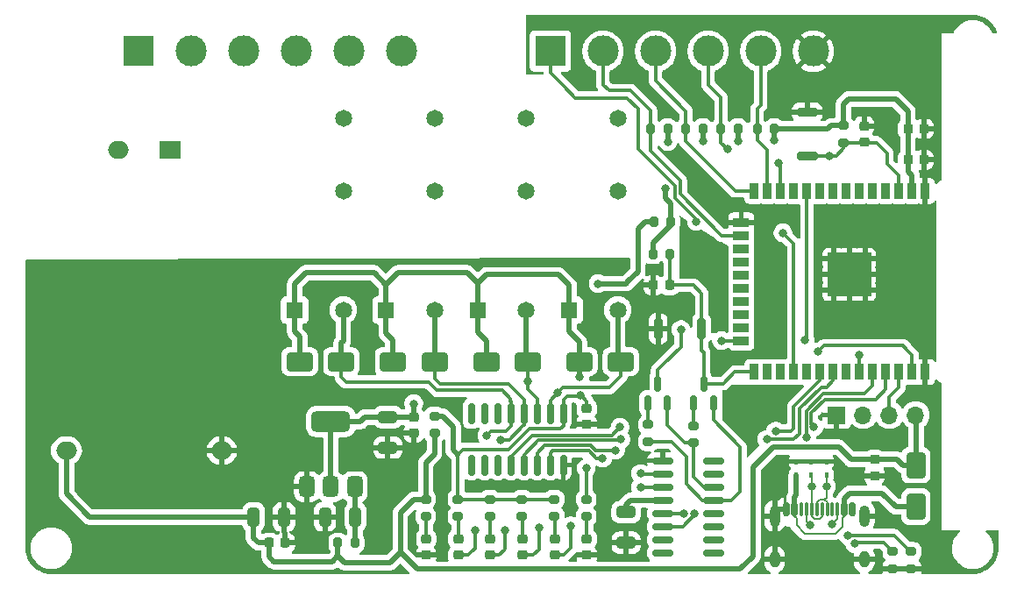
<source format=gbr>
%TF.GenerationSoftware,KiCad,Pcbnew,9.0.0*%
%TF.CreationDate,2025-03-09T16:10:17+04:00*%
%TF.ProjectId,Arbaa_Amp_V0.1,41726261-615f-4416-9d70-5f56302e312e,rev?*%
%TF.SameCoordinates,Original*%
%TF.FileFunction,Copper,L1,Top*%
%TF.FilePolarity,Positive*%
%FSLAX46Y46*%
G04 Gerber Fmt 4.6, Leading zero omitted, Abs format (unit mm)*
G04 Created by KiCad (PCBNEW 9.0.0) date 2025-03-09 16:10:17*
%MOMM*%
%LPD*%
G01*
G04 APERTURE LIST*
G04 Aperture macros list*
%AMRoundRect*
0 Rectangle with rounded corners*
0 $1 Rounding radius*
0 $2 $3 $4 $5 $6 $7 $8 $9 X,Y pos of 4 corners*
0 Add a 4 corners polygon primitive as box body*
4,1,4,$2,$3,$4,$5,$6,$7,$8,$9,$2,$3,0*
0 Add four circle primitives for the rounded corners*
1,1,$1+$1,$2,$3*
1,1,$1+$1,$4,$5*
1,1,$1+$1,$6,$7*
1,1,$1+$1,$8,$9*
0 Add four rect primitives between the rounded corners*
20,1,$1+$1,$2,$3,$4,$5,0*
20,1,$1+$1,$4,$5,$6,$7,0*
20,1,$1+$1,$6,$7,$8,$9,0*
20,1,$1+$1,$8,$9,$2,$3,0*%
G04 Aperture macros list end*
%TA.AperFunction,ComponentPad*%
%ADD10C,3.000000*%
%TD*%
%TA.AperFunction,ComponentPad*%
%ADD11R,3.000000X3.000000*%
%TD*%
%TA.AperFunction,SMDPad,CuDef*%
%ADD12RoundRect,0.225000X-0.250000X0.225000X-0.250000X-0.225000X0.250000X-0.225000X0.250000X0.225000X0*%
%TD*%
%TA.AperFunction,SMDPad,CuDef*%
%ADD13RoundRect,0.250000X-1.000000X-0.650000X1.000000X-0.650000X1.000000X0.650000X-1.000000X0.650000X0*%
%TD*%
%TA.AperFunction,SMDPad,CuDef*%
%ADD14RoundRect,0.200000X-0.200000X-0.800000X0.200000X-0.800000X0.200000X0.800000X-0.200000X0.800000X0*%
%TD*%
%TA.AperFunction,SMDPad,CuDef*%
%ADD15RoundRect,0.200000X-0.800000X0.200000X-0.800000X-0.200000X0.800000X-0.200000X0.800000X0.200000X0*%
%TD*%
%TA.AperFunction,SMDPad,CuDef*%
%ADD16RoundRect,0.375000X0.375000X-0.625000X0.375000X0.625000X-0.375000X0.625000X-0.375000X-0.625000X0*%
%TD*%
%TA.AperFunction,SMDPad,CuDef*%
%ADD17RoundRect,0.500000X1.400000X-0.500000X1.400000X0.500000X-1.400000X0.500000X-1.400000X-0.500000X0*%
%TD*%
%TA.AperFunction,SMDPad,CuDef*%
%ADD18RoundRect,0.150000X-0.825000X-0.150000X0.825000X-0.150000X0.825000X0.150000X-0.825000X0.150000X0*%
%TD*%
%TA.AperFunction,SMDPad,CuDef*%
%ADD19RoundRect,0.150000X0.150000X-0.825000X0.150000X0.825000X-0.150000X0.825000X-0.150000X-0.825000X0*%
%TD*%
%TA.AperFunction,SMDPad,CuDef*%
%ADD20RoundRect,0.200000X-0.200000X-0.275000X0.200000X-0.275000X0.200000X0.275000X-0.200000X0.275000X0*%
%TD*%
%TA.AperFunction,SMDPad,CuDef*%
%ADD21RoundRect,0.200000X0.275000X-0.200000X0.275000X0.200000X-0.275000X0.200000X-0.275000X-0.200000X0*%
%TD*%
%TA.AperFunction,SMDPad,CuDef*%
%ADD22RoundRect,0.200000X-0.275000X0.200000X-0.275000X-0.200000X0.275000X-0.200000X0.275000X0.200000X0*%
%TD*%
%TA.AperFunction,SMDPad,CuDef*%
%ADD23RoundRect,0.150000X0.150000X-0.587500X0.150000X0.587500X-0.150000X0.587500X-0.150000X-0.587500X0*%
%TD*%
%TA.AperFunction,ComponentPad*%
%ADD24R,2.000000X1.700000*%
%TD*%
%TA.AperFunction,ComponentPad*%
%ADD25O,2.000000X1.700000*%
%TD*%
%TA.AperFunction,ComponentPad*%
%ADD26C,1.650000*%
%TD*%
%TA.AperFunction,ComponentPad*%
%ADD27R,1.650000X1.650000*%
%TD*%
%TA.AperFunction,ComponentPad*%
%ADD28R,1.700000X1.700000*%
%TD*%
%TA.AperFunction,ComponentPad*%
%ADD29O,1.700000X1.700000*%
%TD*%
%TA.AperFunction,SMDPad,CuDef*%
%ADD30RoundRect,0.150000X-0.150000X-0.500000X0.150000X-0.500000X0.150000X0.500000X-0.150000X0.500000X0*%
%TD*%
%TA.AperFunction,SMDPad,CuDef*%
%ADD31RoundRect,0.075000X-0.075000X-0.575000X0.075000X-0.575000X0.075000X0.575000X-0.075000X0.575000X0*%
%TD*%
%TA.AperFunction,HeatsinkPad*%
%ADD32O,1.000000X2.100000*%
%TD*%
%TA.AperFunction,HeatsinkPad*%
%ADD33O,1.000000X1.600000*%
%TD*%
%TA.AperFunction,SMDPad,CuDef*%
%ADD34RoundRect,0.218750X0.256250X-0.218750X0.256250X0.218750X-0.256250X0.218750X-0.256250X-0.218750X0*%
%TD*%
%TA.AperFunction,SMDPad,CuDef*%
%ADD35R,0.400000X0.480000*%
%TD*%
%TA.AperFunction,SMDPad,CuDef*%
%ADD36RoundRect,0.250000X-0.650000X1.000000X-0.650000X-1.000000X0.650000X-1.000000X0.650000X1.000000X0*%
%TD*%
%TA.AperFunction,SMDPad,CuDef*%
%ADD37RoundRect,0.225000X0.225000X0.250000X-0.225000X0.250000X-0.225000X-0.250000X0.225000X-0.250000X0*%
%TD*%
%TA.AperFunction,SMDPad,CuDef*%
%ADD38RoundRect,0.225000X0.250000X-0.225000X0.250000X0.225000X-0.250000X0.225000X-0.250000X-0.225000X0*%
%TD*%
%TA.AperFunction,SMDPad,CuDef*%
%ADD39RoundRect,0.225000X-0.225000X-0.250000X0.225000X-0.250000X0.225000X0.250000X-0.225000X0.250000X0*%
%TD*%
%TA.AperFunction,SMDPad,CuDef*%
%ADD40RoundRect,0.250000X-0.650000X0.325000X-0.650000X-0.325000X0.650000X-0.325000X0.650000X0.325000X0*%
%TD*%
%TA.AperFunction,SMDPad,CuDef*%
%ADD41RoundRect,0.250000X0.650000X-0.325000X0.650000X0.325000X-0.650000X0.325000X-0.650000X-0.325000X0*%
%TD*%
%TA.AperFunction,SMDPad,CuDef*%
%ADD42RoundRect,0.250000X0.325000X0.650000X-0.325000X0.650000X-0.325000X-0.650000X0.325000X-0.650000X0*%
%TD*%
%TA.AperFunction,SMDPad,CuDef*%
%ADD43RoundRect,0.250000X-0.325000X-0.650000X0.325000X-0.650000X0.325000X0.650000X-0.325000X0.650000X0*%
%TD*%
%TA.AperFunction,SMDPad,CuDef*%
%ADD44R,1.050000X1.050000*%
%TD*%
%TA.AperFunction,HeatsinkPad*%
%ADD45C,0.600000*%
%TD*%
%TA.AperFunction,HeatsinkPad*%
%ADD46R,4.200000X4.200000*%
%TD*%
%TA.AperFunction,SMDPad,CuDef*%
%ADD47R,0.900000X1.500000*%
%TD*%
%TA.AperFunction,SMDPad,CuDef*%
%ADD48R,1.500000X0.900000*%
%TD*%
%TA.AperFunction,ViaPad*%
%ADD49C,0.800000*%
%TD*%
%TA.AperFunction,Conductor*%
%ADD50C,0.500000*%
%TD*%
%TA.AperFunction,Conductor*%
%ADD51C,0.300000*%
%TD*%
%TA.AperFunction,Conductor*%
%ADD52C,0.200000*%
%TD*%
G04 APERTURE END LIST*
D10*
%TO.P,J3,6,Pin_6*%
%TO.N,GND*%
X166600000Y-88500000D03*
%TO.P,J3,5,Pin_5*%
%TO.N,SWITCH_4{slash}IO14*%
X161520000Y-88500000D03*
%TO.P,J3,4,Pin_4*%
%TO.N,SWITCH_3{slash}IO27*%
X156440000Y-88500000D03*
%TO.P,J3,3,Pin_3*%
%TO.N,SWITCH_2{slash}IO12*%
X151360000Y-88500000D03*
%TO.P,J3,2,Pin_2*%
%TO.N,SWITCH_1{slash}IO13*%
X146280000Y-88500000D03*
D11*
%TO.P,J3,1,Pin_1*%
%TO.N,EXTRA{slash}IO17*%
X141200000Y-88500000D03*
%TD*%
D12*
%TO.P,C4,1*%
%TO.N,+5V*%
X172500000Y-127950000D03*
%TO.P,C4,2*%
%TO.N,GND*%
X172500000Y-129500000D03*
%TD*%
D13*
%TO.P,D13,1,K*%
%TO.N,RELAY_5V*%
X144000000Y-118500000D03*
%TO.P,D13,2,A*%
%TO.N,RELAY_4*%
X148000000Y-118500000D03*
%TD*%
%TO.P,D12,1,K*%
%TO.N,RELAY_5V*%
X135000000Y-118500000D03*
%TO.P,D12,2,A*%
%TO.N,RELAY_3*%
X139000000Y-118500000D03*
%TD*%
%TO.P,D11,1,K*%
%TO.N,RELAY_5V*%
X126000000Y-118500000D03*
%TO.P,D11,2,A*%
%TO.N,RELAY_2*%
X130000000Y-118500000D03*
%TD*%
%TO.P,D10,1,K*%
%TO.N,RELAY_5V*%
X117000000Y-118500000D03*
%TO.P,D10,2,A*%
%TO.N,RELAY_1*%
X121000000Y-118500000D03*
%TD*%
D14*
%TO.P,SW2,1,1*%
%TO.N,GND*%
X151600000Y-115300000D03*
%TO.P,SW2,2,2*%
%TO.N,IO0*%
X155800000Y-115300000D03*
%TD*%
D15*
%TO.P,SW1,1,1*%
%TO.N,GND*%
X166000000Y-94400000D03*
%TO.P,SW1,2,2*%
%TO.N,EN*%
X166000000Y-98600000D03*
%TD*%
D16*
%TO.P,U3,1,GND*%
%TO.N,GND*%
X117700000Y-130570000D03*
%TO.P,U3,2,VO*%
%TO.N,+3V3*%
X120000000Y-130570000D03*
D17*
X120000000Y-124270000D03*
D16*
%TO.P,U3,3,VI*%
%TO.N,Net-(U3-VI)*%
X122300000Y-130570000D03*
%TD*%
D18*
%TO.P,U2,1,GND*%
%TO.N,GND*%
X152025000Y-128055000D03*
%TO.P,U2,2,TXD*%
%TO.N,RXD*%
X152025000Y-129325000D03*
%TO.P,U2,3,RXD*%
%TO.N,TXD*%
X152025000Y-130595000D03*
%TO.P,U2,4,V3*%
%TO.N,Net-(U2-V3)*%
X152025000Y-131865000D03*
%TO.P,U2,5,UD+*%
%TO.N,D+*%
X152025000Y-133135000D03*
%TO.P,U2,6,UD-*%
%TO.N,D-*%
X152025000Y-134405000D03*
%TO.P,U2,7,NC*%
%TO.N,unconnected-(U2-NC-Pad7)*%
X152025000Y-135675000D03*
%TO.P,U2,8,NC*%
%TO.N,unconnected-(U2-NC-Pad8)*%
X152025000Y-136945000D03*
%TO.P,U2,9,~{CTS}*%
%TO.N,unconnected-(U2-~{CTS}-Pad9)*%
X156975000Y-136945000D03*
%TO.P,U2,10,~{DSR}*%
%TO.N,unconnected-(U2-~{DSR}-Pad10)*%
X156975000Y-135675000D03*
%TO.P,U2,11,~{RI}*%
%TO.N,unconnected-(U2-~{RI}-Pad11)*%
X156975000Y-134405000D03*
%TO.P,U2,12,~{DCD}*%
%TO.N,unconnected-(U2-~{DCD}-Pad12)*%
X156975000Y-133135000D03*
%TO.P,U2,13,~{DTR}*%
%TO.N,DTR*%
X156975000Y-131865000D03*
%TO.P,U2,14,~{RTS}*%
%TO.N,RTS*%
X156975000Y-130595000D03*
%TO.P,U2,15,R232*%
%TO.N,unconnected-(U2-R232-Pad15)*%
X156975000Y-129325000D03*
%TO.P,U2,16,VCC*%
%TO.N,+3.3V*%
X156975000Y-128055000D03*
%TD*%
D19*
%TO.P,U1,1,I1*%
%TO.N,unconnected-(U1-I1-Pad1)*%
X133555000Y-128475000D03*
%TO.P,U1,2,I2*%
%TO.N,unconnected-(U1-I2-Pad2)*%
X134825000Y-128475000D03*
%TO.P,U1,3,I3*%
%TO.N,unconnected-(U1-I3-Pad3)*%
X136095000Y-128475000D03*
%TO.P,U1,4,I4*%
%TO.N,SIG_1{slash}IO25*%
X137365000Y-128475000D03*
%TO.P,U1,5,I5*%
%TO.N,SIG_2{slash}IO23*%
X138635000Y-128475000D03*
%TO.P,U1,6,I6*%
%TO.N,SIG_3{slash}IO19*%
X139905000Y-128475000D03*
%TO.P,U1,7,I7*%
%TO.N,SIG_4{slash}IO18*%
X141175000Y-128475000D03*
%TO.P,U1,8,GND*%
%TO.N,GND*%
X142445000Y-128475000D03*
%TO.P,U1,9,COM*%
%TO.N,RELAY_5V*%
X142445000Y-123525000D03*
%TO.P,U1,10,O7*%
%TO.N,RELAY_4*%
X141175000Y-123525000D03*
%TO.P,U1,11,O6*%
%TO.N,RELAY_3*%
X139905000Y-123525000D03*
%TO.P,U1,12,O5*%
%TO.N,RELAY_2*%
X138635000Y-123525000D03*
%TO.P,U1,13,O4*%
%TO.N,RELAY_1*%
X137365000Y-123525000D03*
%TO.P,U1,14,O3*%
%TO.N,unconnected-(U1-O3-Pad14)*%
X136095000Y-123525000D03*
%TO.P,U1,15,O2*%
%TO.N,unconnected-(U1-O2-Pad15)*%
X134825000Y-123525000D03*
%TO.P,U1,16,O1*%
%TO.N,unconnected-(U1-O1-Pad16)*%
X133555000Y-123525000D03*
%TD*%
D20*
%TO.P,R19,1*%
%TO.N,SWITCH_4{slash}IO14*%
X161175000Y-96000000D03*
%TO.P,R19,2*%
%TO.N,ESP_3V3*%
X162825000Y-96000000D03*
%TD*%
%TO.P,R18,1*%
%TO.N,SWITCH_3{slash}IO27*%
X157675000Y-96000000D03*
%TO.P,R18,2*%
%TO.N,ESP_3V3*%
X159325000Y-96000000D03*
%TD*%
D21*
%TO.P,R17,1*%
%TO.N,Net-(D14-A)*%
X144660000Y-133437500D03*
%TO.P,R17,2*%
%TO.N,LED{slash}IO2*%
X144660000Y-131787500D03*
%TD*%
D20*
%TO.P,R16,1*%
%TO.N,SWITCH_2{slash}IO12*%
X154275000Y-96000000D03*
%TO.P,R16,2*%
%TO.N,ESP_3V3*%
X155925000Y-96000000D03*
%TD*%
%TO.P,R15,1*%
%TO.N,SWITCH_1{slash}IO13*%
X150875000Y-96000000D03*
%TO.P,R15,2*%
%TO.N,ESP_3V3*%
X152525000Y-96000000D03*
%TD*%
%TO.P,R14,1*%
%TO.N,ESP_3V3*%
X151100000Y-108100000D03*
%TO.P,R14,2*%
%TO.N,IO0*%
X152750000Y-108100000D03*
%TD*%
D22*
%TO.P,R13,1*%
%TO.N,ESP_3V3*%
X169500000Y-95675000D03*
%TO.P,R13,2*%
%TO.N,EN*%
X169500000Y-97325000D03*
%TD*%
D20*
%TO.P,R12,1*%
%TO.N,+3V3*%
X151175000Y-104950000D03*
%TO.P,R12,2*%
%TO.N,ESP_3V3*%
X152825000Y-104950000D03*
%TD*%
D22*
%TO.P,R11,1*%
%TO.N,Net-(Q2-B)*%
X155000000Y-124675000D03*
%TO.P,R11,2*%
%TO.N,RTS*%
X155000000Y-126325000D03*
%TD*%
%TO.P,R10,1*%
%TO.N,Net-(Q1-B)*%
X150650000Y-124575000D03*
%TO.P,R10,2*%
%TO.N,DTR*%
X150650000Y-126225000D03*
%TD*%
D20*
%TO.P,R9,1*%
%TO.N,+5V*%
X120675000Y-136000000D03*
%TO.P,R9,2*%
%TO.N,Net-(U3-VI)*%
X122325000Y-136000000D03*
%TD*%
D21*
%TO.P,R8,1*%
%TO.N,Net-(D9-A)*%
X141560000Y-133437500D03*
%TO.P,R8,2*%
%TO.N,RELAY_5V*%
X141560000Y-131787500D03*
%TD*%
%TO.P,R7,1*%
%TO.N,Net-(D8-A)*%
X138460000Y-133437500D03*
%TO.P,R7,2*%
%TO.N,RELAY_5V*%
X138460000Y-131787500D03*
%TD*%
%TO.P,R6,1*%
%TO.N,Net-(D7-A)*%
X135360000Y-133437500D03*
%TO.P,R6,2*%
%TO.N,RELAY_5V*%
X135360000Y-131787500D03*
%TD*%
%TO.P,R5,1*%
%TO.N,Net-(D6-A)*%
X132260000Y-133437500D03*
%TO.P,R5,2*%
%TO.N,RELAY_5V*%
X132260000Y-131787500D03*
%TD*%
%TO.P,R4,1*%
%TO.N,Net-(D5-A)*%
X129160000Y-133437500D03*
%TO.P,R4,2*%
%TO.N,+5V*%
X129160000Y-131787500D03*
%TD*%
D22*
%TO.P,R3,1*%
%TO.N,Net-(J1-CC2)*%
X176050000Y-136825000D03*
%TO.P,R3,2*%
%TO.N,GND*%
X176050000Y-138475000D03*
%TD*%
%TO.P,R2,1*%
%TO.N,Net-(J1-CC1)*%
X174250000Y-136850000D03*
%TO.P,R2,2*%
%TO.N,GND*%
X174250000Y-138500000D03*
%TD*%
D21*
%TO.P,R1,1*%
%TO.N,+5V*%
X130000000Y-125425000D03*
%TO.P,R1,2*%
%TO.N,RELAY_5V*%
X130000000Y-123775000D03*
%TD*%
D23*
%TO.P,Q2,1,B*%
%TO.N,Net-(Q2-B)*%
X155050000Y-122500000D03*
%TO.P,Q2,2,E*%
%TO.N,DTR*%
X156950000Y-122500000D03*
%TO.P,Q2,3,C*%
%TO.N,IO0*%
X156000000Y-120625000D03*
%TD*%
%TO.P,Q1,1,B*%
%TO.N,Net-(Q1-B)*%
X150600000Y-122500000D03*
%TO.P,Q1,2,E*%
%TO.N,RTS*%
X152500000Y-122500000D03*
%TO.P,Q1,3,C*%
%TO.N,EN*%
X151550000Y-120625000D03*
%TD*%
D24*
%TO.P,PS1,1,AC/L*%
%TO.N,P*%
X104462500Y-97997500D03*
D25*
%TO.P,PS1,2,AC/N*%
%TO.N,N*%
X99462500Y-97997500D03*
%TO.P,PS1,3,-Vout*%
%TO.N,GND*%
X109462500Y-127077500D03*
%TO.P,PS1,4,+Vout*%
%TO.N,+5V*%
X94462500Y-127077500D03*
%TD*%
D26*
%TO.P,K4,4*%
%TO.N,Net-(J2-Pin_6)*%
X147700000Y-95000000D03*
%TO.P,K4,3*%
%TO.N,P*%
X147700000Y-102000000D03*
D27*
%TO.P,K4,1*%
%TO.N,RELAY_5V*%
X143000000Y-113500000D03*
D26*
%TO.P,K4,2*%
%TO.N,RELAY_4*%
X147700000Y-113500000D03*
%TD*%
%TO.P,K3,4*%
%TO.N,Net-(J2-Pin_5)*%
X138866667Y-95000000D03*
%TO.P,K3,3*%
%TO.N,P*%
X138866667Y-102000000D03*
D27*
%TO.P,K3,1*%
%TO.N,RELAY_5V*%
X134166667Y-113500000D03*
D26*
%TO.P,K3,2*%
%TO.N,RELAY_3*%
X138866667Y-113500000D03*
%TD*%
%TO.P,K2,4*%
%TO.N,Net-(J2-Pin_4)*%
X130033333Y-95000000D03*
%TO.P,K2,3*%
%TO.N,P*%
X130033333Y-102000000D03*
D27*
%TO.P,K2,1*%
%TO.N,RELAY_5V*%
X125333333Y-113500000D03*
D26*
%TO.P,K2,2*%
%TO.N,RELAY_2*%
X130033333Y-113500000D03*
%TD*%
%TO.P,K1,4*%
%TO.N,Net-(J2-Pin_3)*%
X121200000Y-95000000D03*
%TO.P,K1,3*%
%TO.N,P*%
X121200000Y-102000000D03*
D27*
%TO.P,K1,1*%
%TO.N,RELAY_5V*%
X116500000Y-113500000D03*
D26*
%TO.P,K1,2*%
%TO.N,RELAY_1*%
X121200000Y-113500000D03*
%TD*%
D28*
%TO.P,J4,1,Pin_1*%
%TO.N,GND*%
X168850000Y-123650000D03*
D29*
%TO.P,J4,2,Pin_2*%
%TO.N,SDA*%
X171390000Y-123650000D03*
%TO.P,J4,3,Pin_3*%
%TO.N,SCL*%
X173930000Y-123650000D03*
%TO.P,J4,4,Pin_4*%
%TO.N,+5V*%
X176470000Y-123650000D03*
%TD*%
D11*
%TO.P,J2,1,Pin_1*%
%TO.N,N*%
X101420000Y-88500000D03*
D10*
%TO.P,J2,2,Pin_2*%
%TO.N,P*%
X106500000Y-88500000D03*
%TO.P,J2,3,Pin_3*%
%TO.N,Net-(J2-Pin_3)*%
X111580000Y-88500000D03*
%TO.P,J2,4,Pin_4*%
%TO.N,Net-(J2-Pin_4)*%
X116660000Y-88500000D03*
%TO.P,J2,5,Pin_5*%
%TO.N,Net-(J2-Pin_5)*%
X121740000Y-88500000D03*
%TO.P,J2,6,Pin_6*%
%TO.N,Net-(J2-Pin_6)*%
X126820000Y-88500000D03*
%TD*%
D30*
%TO.P,J1,A1,GND*%
%TO.N,GND*%
X163980000Y-132755000D03*
%TO.P,J1,A4,VBUS*%
%TO.N,VBUS*%
X164780000Y-132755000D03*
D31*
%TO.P,J1,A5,CC1*%
%TO.N,Net-(J1-CC1)*%
X165930000Y-132755000D03*
%TO.P,J1,A6,D+*%
%TO.N,D+*%
X166930000Y-132755000D03*
%TO.P,J1,A7,D-*%
%TO.N,D-*%
X167430000Y-132755000D03*
%TO.P,J1,A8,SBU1*%
%TO.N,unconnected-(J1-SBU1-PadA8)*%
X168430000Y-132755000D03*
D30*
%TO.P,J1,A9,VBUS*%
%TO.N,VBUS*%
X169580000Y-132755000D03*
%TO.P,J1,A12,GND*%
%TO.N,GND*%
X170380000Y-132755000D03*
%TO.P,J1,B1,GND*%
X170380000Y-132755000D03*
%TO.P,J1,B4,VBUS*%
%TO.N,VBUS*%
X169580000Y-132755000D03*
D31*
%TO.P,J1,B5,CC2*%
%TO.N,Net-(J1-CC2)*%
X168930000Y-132755000D03*
%TO.P,J1,B6,D+*%
%TO.N,D+*%
X167930000Y-132755000D03*
%TO.P,J1,B7,D-*%
%TO.N,D-*%
X166430000Y-132755000D03*
%TO.P,J1,B8,SBU2*%
%TO.N,unconnected-(J1-SBU2-PadB8)*%
X165430000Y-132755000D03*
D30*
%TO.P,J1,B9,VBUS*%
%TO.N,VBUS*%
X164780000Y-132755000D03*
%TO.P,J1,B12,GND*%
%TO.N,GND*%
X163980000Y-132755000D03*
D32*
%TO.P,J1,S1,SHIELD*%
X162860000Y-133395000D03*
D33*
X162860000Y-137575000D03*
D32*
X171500000Y-133395000D03*
D33*
X171500000Y-137575000D03*
%TD*%
D34*
%TO.P,D14,1,K*%
%TO.N,GND*%
X144700000Y-137187500D03*
%TO.P,D14,2,A*%
%TO.N,Net-(D14-A)*%
X144700000Y-135612500D03*
%TD*%
%TO.P,D9,1,K*%
%TO.N,RELAY_4*%
X141600000Y-137187500D03*
%TO.P,D9,2,A*%
%TO.N,Net-(D9-A)*%
X141600000Y-135612500D03*
%TD*%
%TO.P,D8,1,K*%
%TO.N,RELAY_3*%
X138500000Y-137187500D03*
%TO.P,D8,2,A*%
%TO.N,Net-(D8-A)*%
X138500000Y-135612500D03*
%TD*%
%TO.P,D7,1,K*%
%TO.N,RELAY_2*%
X135400000Y-137187500D03*
%TO.P,D7,2,A*%
%TO.N,Net-(D7-A)*%
X135400000Y-135612500D03*
%TD*%
%TO.P,D6,1,K*%
%TO.N,RELAY_1*%
X132300000Y-137187500D03*
%TO.P,D6,2,A*%
%TO.N,Net-(D6-A)*%
X132300000Y-135612500D03*
%TD*%
%TO.P,D5,1,K*%
%TO.N,GND*%
X129200000Y-137187500D03*
%TO.P,D5,2,A*%
%TO.N,Net-(D5-A)*%
X129200000Y-135612500D03*
%TD*%
D35*
%TO.P,D4,1*%
%TO.N,GND*%
X166400000Y-128140000D03*
%TO.P,D4,2*%
%TO.N,D-*%
X166400000Y-129460000D03*
%TD*%
D36*
%TO.P,D3,1,K*%
%TO.N,+5V*%
X176500000Y-128500000D03*
%TO.P,D3,2,A*%
%TO.N,VBUS*%
X176500000Y-132500000D03*
%TD*%
D35*
%TO.P,D2,1*%
%TO.N,GND*%
X167850000Y-128140000D03*
%TO.P,D2,2*%
%TO.N,D+*%
X167850000Y-129460000D03*
%TD*%
%TO.P,D1,1*%
%TO.N,GND*%
X164950000Y-128140000D03*
%TO.P,D1,2*%
%TO.N,VBUS*%
X164950000Y-129460000D03*
%TD*%
D37*
%TO.P,C12,1*%
%TO.N,IO0*%
X152700000Y-111100000D03*
%TO.P,C12,2*%
%TO.N,GND*%
X151150000Y-111100000D03*
%TD*%
D38*
%TO.P,C11,1*%
%TO.N,EN*%
X171500000Y-97275000D03*
%TO.P,C11,2*%
%TO.N,GND*%
X171500000Y-95725000D03*
%TD*%
D39*
%TO.P,C10,1*%
%TO.N,ESP_3V3*%
X175725000Y-99000000D03*
%TO.P,C10,2*%
%TO.N,GND*%
X177275000Y-99000000D03*
%TD*%
%TO.P,C9,1*%
%TO.N,ESP_3V3*%
X175725000Y-96000000D03*
%TO.P,C9,2*%
%TO.N,GND*%
X177275000Y-96000000D03*
%TD*%
D12*
%TO.P,C8,1*%
%TO.N,+3V3*%
X128000000Y-123825000D03*
%TO.P,C8,2*%
%TO.N,GND*%
X128000000Y-125375000D03*
%TD*%
D40*
%TO.P,C7,1*%
%TO.N,+3V3*%
X125500000Y-123845000D03*
%TO.P,C7,2*%
%TO.N,GND*%
X125500000Y-126795000D03*
%TD*%
D41*
%TO.P,C6,1*%
%TO.N,GND*%
X148500000Y-135975000D03*
%TO.P,C6,2*%
%TO.N,Net-(U2-V3)*%
X148500000Y-133025000D03*
%TD*%
D42*
%TO.P,C5,1*%
%TO.N,Net-(U3-VI)*%
X122375000Y-133500000D03*
%TO.P,C5,2*%
%TO.N,GND*%
X119425000Y-133500000D03*
%TD*%
D39*
%TO.P,C3,1*%
%TO.N,+5V*%
X114045000Y-136000000D03*
%TO.P,C3,2*%
%TO.N,GND*%
X115595000Y-136000000D03*
%TD*%
D43*
%TO.P,C2,1*%
%TO.N,+5V*%
X112525000Y-133500000D03*
%TO.P,C2,2*%
%TO.N,GND*%
X115475000Y-133500000D03*
%TD*%
D12*
%TO.P,C1,1*%
%TO.N,RELAY_5V*%
X144700000Y-123025000D03*
%TO.P,C1,2*%
%TO.N,GND*%
X144700000Y-124575000D03*
%TD*%
D44*
%TO.P,U4,39,GND*%
%TO.N,GND*%
X168525000Y-111595000D03*
D45*
X169287500Y-111595000D03*
D44*
X170050000Y-111595000D03*
D45*
X170812500Y-111595000D03*
D44*
X171575000Y-111595000D03*
D45*
X168525000Y-110832500D03*
X170050000Y-110832500D03*
X171575000Y-110832500D03*
D44*
X168525000Y-110070000D03*
D45*
X169287500Y-110070000D03*
D46*
X170050000Y-110070000D03*
D44*
X170050000Y-110070000D03*
D45*
X170812500Y-110070000D03*
D44*
X171575000Y-110070000D03*
D45*
X168525000Y-109307500D03*
X170050000Y-109307500D03*
X171575000Y-109307500D03*
D44*
X168525000Y-108545000D03*
D45*
X169287500Y-108545000D03*
D44*
X170050000Y-108545000D03*
D45*
X170812500Y-108545000D03*
D44*
X171575000Y-108545000D03*
D47*
%TO.P,U4,38,GND*%
X177390000Y-119500000D03*
%TO.P,U4,37,IO23*%
%TO.N,SIG_2{slash}IO23*%
X176120000Y-119500000D03*
%TO.P,U4,36,IO22*%
%TO.N,SCL*%
X174850000Y-119500000D03*
%TO.P,U4,35,TXD0/IO1*%
%TO.N,TXD*%
X173580000Y-119500000D03*
%TO.P,U4,34,RXD0/IO3*%
%TO.N,RXD*%
X172310000Y-119500000D03*
%TO.P,U4,33,IO21*%
%TO.N,SDA*%
X171040000Y-119500000D03*
%TO.P,U4,32,NC*%
%TO.N,unconnected-(U4-NC-Pad32)*%
X169770000Y-119500000D03*
%TO.P,U4,31,IO19*%
%TO.N,SIG_3{slash}IO19*%
X168500000Y-119500000D03*
%TO.P,U4,30,IO18*%
%TO.N,SIG_4{slash}IO18*%
X167230000Y-119500000D03*
%TO.P,U4,29,IO5*%
%TO.N,unconnected-(U4-IO5-Pad29)*%
X165960000Y-119500000D03*
%TO.P,U4,28,IO17*%
%TO.N,EXTRA{slash}IO17*%
X164690000Y-119500000D03*
%TO.P,U4,27,IO16*%
%TO.N,unconnected-(U4-IO16-Pad27)*%
X163420000Y-119500000D03*
%TO.P,U4,26,IO4*%
%TO.N,unconnected-(U4-IO4-Pad26)*%
X162150000Y-119500000D03*
%TO.P,U4,25,IO0*%
%TO.N,IO0*%
X160880000Y-119500000D03*
D48*
%TO.P,U4,24,IO2*%
%TO.N,LED{slash}IO2*%
X159630000Y-116470000D03*
%TO.P,U4,23,IO15*%
%TO.N,unconnected-(U4-IO15-Pad23)*%
X159630000Y-115200000D03*
%TO.P,U4,22,SDI/SD1*%
%TO.N,unconnected-(U4-SDI{slash}SD1-Pad22)*%
X159630000Y-113930000D03*
%TO.P,U4,21,SDO/SD0*%
%TO.N,unconnected-(U4-SDO{slash}SD0-Pad21)*%
X159630000Y-112660000D03*
%TO.P,U4,20,SCK/CLK*%
%TO.N,unconnected-(U4-SCK{slash}CLK-Pad20)*%
X159630000Y-111390000D03*
%TO.P,U4,19,SCS/CMD*%
%TO.N,unconnected-(U4-SCS{slash}CMD-Pad19)*%
X159630000Y-110120000D03*
%TO.P,U4,18,SWP/SD3*%
%TO.N,unconnected-(U4-SWP{slash}SD3-Pad18)*%
X159630000Y-108850000D03*
%TO.P,U4,17,SHD/SD2*%
%TO.N,unconnected-(U4-SHD{slash}SD2-Pad17)*%
X159630000Y-107580000D03*
%TO.P,U4,16,IO13*%
%TO.N,SWITCH_1{slash}IO13*%
X159630000Y-106310000D03*
%TO.P,U4,15,GND*%
%TO.N,GND*%
X159630000Y-105040000D03*
D47*
%TO.P,U4,14,IO12*%
%TO.N,SWITCH_2{slash}IO12*%
X160880000Y-102000000D03*
%TO.P,U4,13,IO14*%
%TO.N,SWITCH_4{slash}IO14*%
X162150000Y-102000000D03*
%TO.P,U4,12,IO27*%
%TO.N,SWITCH_3{slash}IO27*%
X163420000Y-102000000D03*
%TO.P,U4,11,IO26*%
%TO.N,unconnected-(U4-IO26-Pad11)*%
X164690000Y-102000000D03*
%TO.P,U4,10,IO25*%
%TO.N,SIG_1{slash}IO25*%
X165960000Y-102000000D03*
%TO.P,U4,9,IO33*%
%TO.N,unconnected-(U4-IO33-Pad9)*%
X167230000Y-102000000D03*
%TO.P,U4,8,IO32*%
%TO.N,unconnected-(U4-IO32-Pad8)*%
X168500000Y-102000000D03*
%TO.P,U4,7,IO35*%
%TO.N,unconnected-(U4-IO35-Pad7)*%
X169770000Y-102000000D03*
%TO.P,U4,6,IO34*%
%TO.N,unconnected-(U4-IO34-Pad6)*%
X171040000Y-102000000D03*
%TO.P,U4,5,SENSOR_VN*%
%TO.N,unconnected-(U4-SENSOR_VN-Pad5)*%
X172310000Y-102000000D03*
%TO.P,U4,4,SENSOR_VP*%
%TO.N,unconnected-(U4-SENSOR_VP-Pad4)*%
X173580000Y-102000000D03*
%TO.P,U4,3,EN*%
%TO.N,EN*%
X174850000Y-102000000D03*
%TO.P,U4,2,VDD*%
%TO.N,ESP_3V3*%
X176120000Y-102000000D03*
%TO.P,U4,1,GND*%
%TO.N,GND*%
X177390000Y-102000000D03*
%TD*%
D49*
%TO.N,GND*%
X135350000Y-130400000D03*
X130850000Y-134550000D03*
X125400000Y-135900000D03*
X148000000Y-129200000D03*
X174250000Y-95950000D03*
X169700000Y-91200000D03*
X154000000Y-98750000D03*
%TO.N,SIG_2{slash}IO23*%
X167050000Y-117550000D03*
%TO.N,SIG_1{slash}IO25*%
X147925000Y-124825000D03*
%TO.N,SIG_2{slash}IO23*%
X148008521Y-126000000D03*
%TO.N,SIG_3{slash}IO19*%
X147500000Y-127050000D03*
%TO.N,SIG_4{slash}IO18*%
X162949000Y-125201000D03*
%TO.N,SIG_3{slash}IO19*%
X162100000Y-126000000D03*
%TO.N,SIG_4{slash}IO18*%
X146250000Y-127800000D03*
%TO.N,SIG_1{slash}IO25*%
X165800000Y-116450000D03*
%TO.N,LED{slash}IO2*%
X144660000Y-128800000D03*
X157720000Y-116470000D03*
%TO.N,RELAY_4*%
X141925000Y-121475000D03*
%TO.N,RELAY_3*%
X139000000Y-120400000D03*
%TO.N,RELAY_4*%
X143150000Y-134350000D03*
%TO.N,RELAY_3*%
X140100000Y-134550000D03*
%TO.N,RELAY_1*%
X133900000Y-134800000D03*
%TO.N,RELAY_2*%
X136850000Y-134800000D03*
%TO.N,RELAY_5V*%
X144050000Y-120000000D03*
X144075000Y-121750000D03*
%TO.N,RELAY_2*%
X136350000Y-126050000D03*
%TO.N,RELAY_1*%
X135050000Y-125650000D03*
%TO.N,RXD*%
X165950000Y-125850000D03*
%TO.N,TXD*%
X166650000Y-124800000D03*
%TO.N,+3V3*%
X128000000Y-122550000D03*
X145800000Y-110950000D03*
%TO.N,ESP_3V3*%
X152300000Y-101800000D03*
%TO.N,EXTRA{slash}IO17*%
X163650000Y-106050000D03*
X155300000Y-104950000D03*
%TO.N,EN*%
X168150000Y-98600000D03*
X153800000Y-115400000D03*
%TO.N,SDA*%
X171050000Y-117850000D03*
%TO.N,D+*%
X167850000Y-130550000D03*
%TO.N,D-*%
X166430000Y-130550000D03*
%TO.N,Net-(J1-CC1)*%
X170581266Y-136075570D03*
%TO.N,Net-(J1-CC2)*%
X169950000Y-135300000D03*
%TO.N,D+*%
X154065000Y-133135000D03*
%TO.N,D-*%
X155100000Y-133200000D03*
%TO.N,TXD*%
X149900000Y-130600000D03*
%TO.N,RXD*%
X149900000Y-129300000D03*
%TO.N,ESP_3V3*%
X152550000Y-97250000D03*
X155950000Y-97150000D03*
X159350000Y-97150000D03*
X162825000Y-97100000D03*
%TO.N,SWITCH_3{slash}IO27*%
X158300000Y-97950000D03*
X163200000Y-99300000D03*
%TO.N,Net-(J1-CC1)*%
X166300000Y-134300000D03*
%TO.N,Net-(J1-CC2)*%
X168400000Y-134200000D03*
%TD*%
D50*
%TO.N,+5V*%
X159500000Y-138550000D02*
X128350000Y-138550000D01*
X160750000Y-137300000D02*
X159500000Y-138550000D01*
X160750000Y-128700000D02*
X160750000Y-137300000D01*
X162700000Y-126750000D02*
X160750000Y-128700000D01*
X169050000Y-126750000D02*
X162700000Y-126750000D01*
X170250000Y-127950000D02*
X169050000Y-126750000D01*
X172500000Y-127950000D02*
X170250000Y-127950000D01*
X128350000Y-138550000D02*
X126700000Y-136900000D01*
D51*
%TO.N,SIG_2{slash}IO23*%
X167050000Y-117550000D02*
X167000000Y-117600000D01*
X170000000Y-116950000D02*
X167650000Y-116950000D01*
X175250000Y-116950000D02*
X170000000Y-116950000D01*
X167650000Y-116950000D02*
X167050000Y-117550000D01*
X175600000Y-117300000D02*
X175250000Y-116950000D01*
X176120000Y-117820000D02*
X175600000Y-117300000D01*
X176120000Y-119500000D02*
X176120000Y-117820000D01*
X138635000Y-127465000D02*
X138635000Y-128475000D01*
X140001000Y-126099000D02*
X138635000Y-127465000D01*
X148008521Y-126000000D02*
X147909520Y-126099000D01*
X147909520Y-126099000D02*
X140001000Y-126099000D01*
%TO.N,SIG_1{slash}IO25*%
X147925000Y-124825000D02*
X148100000Y-124650000D01*
X139402000Y-125598000D02*
X147152000Y-125598000D01*
X137365000Y-127635000D02*
X139402000Y-125598000D01*
X147152000Y-125598000D02*
X147925000Y-124825000D01*
X137365000Y-128475000D02*
X137365000Y-127635000D01*
%TO.N,SIG_3{slash}IO19*%
X146562075Y-127050000D02*
X147500000Y-127050000D01*
X145938925Y-127049000D02*
X146561075Y-127049000D01*
X145937925Y-127050000D02*
X145938925Y-127049000D01*
X145558520Y-127050000D02*
X145937925Y-127050000D01*
X140600000Y-126600000D02*
X145108521Y-126600000D01*
X145108521Y-126600000D02*
X145558520Y-127050000D01*
X139905000Y-127295000D02*
X140600000Y-126600000D01*
X146561075Y-127049000D02*
X146562075Y-127050000D01*
X139905000Y-128475000D02*
X139905000Y-127295000D01*
%TO.N,SIG_4{slash}IO18*%
X164449000Y-125201000D02*
X162949000Y-125201000D01*
X164700000Y-124950000D02*
X164449000Y-125201000D01*
X164700000Y-122850000D02*
X164700000Y-124950000D01*
X167230000Y-120320000D02*
X164700000Y-122850000D01*
X167230000Y-119500000D02*
X167230000Y-120320000D01*
%TO.N,SIG_3{slash}IO19*%
X165250000Y-125450000D02*
X164700000Y-126000000D01*
X167350000Y-120950000D02*
X165250000Y-123050000D01*
X167850000Y-120950000D02*
X167350000Y-120950000D01*
X165250000Y-123050000D02*
X165250000Y-125450000D01*
X168500000Y-119500000D02*
X168500000Y-120300000D01*
X168500000Y-120300000D02*
X167850000Y-120950000D01*
X164700000Y-126000000D02*
X162100000Y-126000000D01*
%TO.N,SIG_4{slash}IO18*%
X144901000Y-127101000D02*
X145600000Y-127800000D01*
X141399000Y-127101000D02*
X144901000Y-127101000D01*
X145600000Y-127800000D02*
X146250000Y-127800000D01*
X141175000Y-127325000D02*
X141399000Y-127101000D01*
X141175000Y-128475000D02*
X141175000Y-127325000D01*
%TO.N,RELAY_5V*%
X142445000Y-122155000D02*
X142445000Y-123525000D01*
X142800000Y-121800000D02*
X142445000Y-122155000D01*
X144025000Y-121800000D02*
X142800000Y-121800000D01*
X144075000Y-121750000D02*
X144025000Y-121800000D01*
X144700000Y-122300000D02*
X144700000Y-123025000D01*
X144150000Y-121750000D02*
X144700000Y-122300000D01*
X144075000Y-121750000D02*
X144150000Y-121750000D01*
%TO.N,LED{slash}IO2*%
X159630000Y-116470000D02*
X157720000Y-116470000D01*
X157700000Y-116450000D02*
X157720000Y-116470000D01*
%TO.N,RELAY_4*%
X141925000Y-121475000D02*
X142400000Y-121000000D01*
%TO.N,RELAY_3*%
X139000000Y-120400000D02*
X139000000Y-118500000D01*
X139562500Y-137187500D02*
X138500000Y-137187500D01*
X140100000Y-136650000D02*
X139562500Y-137187500D01*
X140100000Y-134550000D02*
X140100000Y-136650000D01*
%TO.N,RELAY_4*%
X143150000Y-136500000D02*
X142462500Y-137187500D01*
X143150000Y-134350000D02*
X143150000Y-136500000D01*
X142462500Y-137187500D02*
X141600000Y-137187500D01*
%TO.N,RELAY_5V*%
X142150000Y-125000000D02*
X142445000Y-124705000D01*
X139150000Y-125000000D02*
X142150000Y-125000000D01*
X137150000Y-127000000D02*
X139150000Y-125000000D01*
X132750000Y-127000000D02*
X137150000Y-127000000D01*
X142445000Y-124705000D02*
X142445000Y-123525000D01*
X132260000Y-127490000D02*
X132750000Y-127000000D01*
%TO.N,RELAY_1*%
X133900000Y-134800000D02*
X133900000Y-134750000D01*
%TO.N,RELAY_2*%
X136700000Y-136700000D02*
X136850000Y-136550000D01*
X136850000Y-136550000D02*
X136850000Y-134800000D01*
X136212500Y-137187500D02*
X136700000Y-136700000D01*
X135400000Y-137187500D02*
X136212500Y-137187500D01*
%TO.N,RELAY_1*%
X133900000Y-136550000D02*
X133900000Y-134800000D01*
X133600000Y-136850000D02*
X133900000Y-136550000D01*
X132300000Y-137187500D02*
X133262500Y-137187500D01*
X133262500Y-137187500D02*
X133600000Y-136850000D01*
D50*
%TO.N,RELAY_5V*%
X144000000Y-116600000D02*
X143000000Y-115600000D01*
X144050000Y-120000000D02*
X144000000Y-119950000D01*
X143000000Y-115600000D02*
X143000000Y-113500000D01*
X144000000Y-119950000D02*
X144000000Y-116600000D01*
D51*
%TO.N,RELAY_1*%
X136900000Y-125200000D02*
X135500000Y-125200000D01*
X135500000Y-125200000D02*
X135050000Y-125650000D01*
X137365000Y-124735000D02*
X136900000Y-125200000D01*
X137365000Y-123525000D02*
X137365000Y-124735000D01*
%TO.N,RELAY_2*%
X138545740Y-124745740D02*
X137241480Y-126050000D01*
X137241480Y-126050000D02*
X136350000Y-126050000D01*
X138635000Y-124656480D02*
X138545740Y-124745740D01*
X138635000Y-123525000D02*
X138635000Y-124656480D01*
%TO.N,RELAY_3*%
X139000000Y-121150000D02*
X139000000Y-120400000D01*
X139905000Y-122055000D02*
X139000000Y-121150000D01*
X139905000Y-123525000D02*
X139905000Y-122055000D01*
%TO.N,RELAY_1*%
X121000000Y-119950000D02*
X121000000Y-118500000D01*
X121500000Y-120450000D02*
X121000000Y-119950000D01*
X129450000Y-120450000D02*
X121500000Y-120450000D01*
X130250000Y-121250000D02*
X129450000Y-120450000D01*
X136550000Y-121250000D02*
X130250000Y-121250000D01*
X137350000Y-122050000D02*
X136550000Y-121250000D01*
X137350000Y-122350000D02*
X137350000Y-122050000D01*
X137365000Y-122365000D02*
X137350000Y-122350000D01*
X137365000Y-123525000D02*
X137365000Y-122365000D01*
%TO.N,RELAY_2*%
X130000000Y-120100000D02*
X130000000Y-118500000D01*
X130550000Y-120650000D02*
X130000000Y-120100000D01*
X137150000Y-120650000D02*
X130550000Y-120650000D01*
X138635000Y-122135000D02*
X137150000Y-120650000D01*
X138635000Y-123525000D02*
X138635000Y-122135000D01*
%TO.N,TXD*%
X173580000Y-121170000D02*
X173580000Y-119500000D01*
X167700000Y-122150000D02*
X172600000Y-122150000D01*
X166400000Y-124550000D02*
X166400000Y-123450000D01*
X172600000Y-122150000D02*
X173580000Y-121170000D01*
X166650000Y-124800000D02*
X166400000Y-124550000D01*
X166400000Y-123450000D02*
X167700000Y-122150000D01*
%TO.N,RXD*%
X165900000Y-125800000D02*
X165950000Y-125850000D01*
X165900000Y-123241479D02*
X165900000Y-125800000D01*
X167541480Y-121600000D02*
X165900000Y-123241479D01*
X171550000Y-121600000D02*
X167541480Y-121600000D01*
X172310000Y-120840000D02*
X171550000Y-121600000D01*
X172310000Y-119500000D02*
X172310000Y-120840000D01*
D50*
%TO.N,ESP_3V3*%
X152825000Y-105325000D02*
X152825000Y-104950000D01*
X151100000Y-107050000D02*
X152825000Y-105325000D01*
X151100000Y-108100000D02*
X151100000Y-107050000D01*
%TO.N,+3V3*%
X128000000Y-123825000D02*
X128000000Y-122550000D01*
%TO.N,ESP_3V3*%
X155925000Y-97125000D02*
X155950000Y-97150000D01*
X155925000Y-96000000D02*
X155925000Y-97125000D01*
X159325000Y-96000000D02*
X159325000Y-97125000D01*
X159325000Y-97125000D02*
X159350000Y-97150000D01*
X162825000Y-96000000D02*
X162825000Y-97100000D01*
X152525000Y-97225000D02*
X152550000Y-97250000D01*
X152525000Y-96000000D02*
X152525000Y-97225000D01*
X152300000Y-102700000D02*
X152300000Y-101800000D01*
X152500000Y-102900000D02*
X152300000Y-102700000D01*
X152825000Y-104950000D02*
X152825000Y-103225000D01*
X152825000Y-103225000D02*
X152500000Y-102900000D01*
D51*
%TO.N,EXTRA{slash}IO17*%
X164690000Y-107090000D02*
X163650000Y-106050000D01*
X164690000Y-119500000D02*
X164690000Y-107090000D01*
X155300000Y-104950000D02*
X155300000Y-105200000D01*
X155300000Y-104800000D02*
X155300000Y-104950000D01*
X155250000Y-104750000D02*
X155300000Y-104800000D01*
X153200000Y-102700000D02*
X155250000Y-104750000D01*
X153200000Y-101500000D02*
X153200000Y-102450000D01*
X151800000Y-100100000D02*
X153200000Y-101500000D01*
X149650000Y-97950000D02*
X151800000Y-100100000D01*
X149650000Y-94100000D02*
X149650000Y-97950000D01*
X147000000Y-93000000D02*
X148550000Y-93000000D01*
X153200000Y-102450000D02*
X153200000Y-102700000D01*
X143600000Y-93000000D02*
X147000000Y-93000000D01*
X148550000Y-93000000D02*
X149650000Y-94100000D01*
X142450000Y-91850000D02*
X143600000Y-93000000D01*
X141200000Y-90600000D02*
X142450000Y-91850000D01*
X141200000Y-88500000D02*
X141200000Y-90600000D01*
%TO.N,EN*%
X168150000Y-98600000D02*
X168800000Y-98600000D01*
X153800000Y-117050000D02*
X153800000Y-115400000D01*
X152150000Y-118700000D02*
X153800000Y-117050000D01*
X151550000Y-119300000D02*
X152150000Y-118700000D01*
X151550000Y-120625000D02*
X151550000Y-119300000D01*
%TO.N,IO0*%
X155000000Y-111100000D02*
X152700000Y-111100000D01*
X155800000Y-111900000D02*
X155000000Y-111100000D01*
X155800000Y-115300000D02*
X155800000Y-111900000D01*
X152750000Y-111050000D02*
X152700000Y-111100000D01*
X152750000Y-108100000D02*
X152750000Y-111050000D01*
%TO.N,SDA*%
X171040000Y-117860000D02*
X171050000Y-117850000D01*
X171040000Y-119500000D02*
X171040000Y-117860000D01*
%TO.N,D-*%
X155125000Y-133225000D02*
X155125000Y-133275000D01*
X155100000Y-133200000D02*
X155125000Y-133225000D01*
X155125000Y-133275000D02*
X153995000Y-134405000D01*
X155125000Y-133275000D02*
X154050000Y-134350000D01*
X153995000Y-134405000D02*
X152025000Y-134405000D01*
D52*
%TO.N,D+*%
X167850000Y-130550000D02*
X167850000Y-129460000D01*
%TO.N,D-*%
X166430000Y-130550000D02*
X166430000Y-129490000D01*
D51*
%TO.N,Net-(J1-CC1)*%
X173350000Y-135950000D02*
X174250000Y-136850000D01*
X170706836Y-135950000D02*
X173350000Y-135950000D01*
X170581266Y-136075570D02*
X170706836Y-135950000D01*
X170581266Y-136075570D02*
X170424430Y-136075570D01*
%TO.N,Net-(J1-CC2)*%
X174400000Y-135300000D02*
X175925000Y-136825000D01*
X169950000Y-135300000D02*
X174400000Y-135300000D01*
X175925000Y-136825000D02*
X176050000Y-136825000D01*
%TO.N,D+*%
X154065000Y-133135000D02*
X154100000Y-133100000D01*
X152025000Y-133135000D02*
X154065000Y-133135000D01*
%TO.N,TXD*%
X150100000Y-130600000D02*
X150105000Y-130595000D01*
X150105000Y-130595000D02*
X152025000Y-130595000D01*
%TO.N,RXD*%
X149925000Y-129325000D02*
X149900000Y-129300000D01*
X152025000Y-129325000D02*
X149925000Y-129325000D01*
%TO.N,DTR*%
X158685000Y-131865000D02*
X156975000Y-131865000D01*
X159500000Y-126700000D02*
X159500000Y-131050000D01*
X156950000Y-122500000D02*
X156950000Y-124150000D01*
X156950000Y-124150000D02*
X159500000Y-126700000D01*
X159500000Y-131050000D02*
X158685000Y-131865000D01*
%TO.N,RTS*%
X154175000Y-126325000D02*
X155000000Y-126325000D01*
X152500000Y-124650000D02*
X154175000Y-126325000D01*
X152500000Y-122500000D02*
X152500000Y-124650000D01*
%TO.N,Net-(Q1-B)*%
X150650000Y-122550000D02*
X150600000Y-122500000D01*
X150650000Y-124575000D02*
X150650000Y-122550000D01*
%TO.N,DTR*%
X152900000Y-126225000D02*
X153000000Y-126325000D01*
X150650000Y-126225000D02*
X152900000Y-126225000D01*
%TO.N,Net-(Q2-B)*%
X155000000Y-122550000D02*
X155050000Y-122500000D01*
X155000000Y-124675000D02*
X155000000Y-122550000D01*
%TO.N,DTR*%
X155865000Y-131865000D02*
X156975000Y-131865000D01*
X154300000Y-127650000D02*
X154300000Y-130300000D01*
X153000000Y-126350000D02*
X154300000Y-127650000D01*
X154300000Y-130300000D02*
X155865000Y-131865000D01*
X153000000Y-126325000D02*
X153000000Y-126350000D01*
%TO.N,RTS*%
X155995000Y-130595000D02*
X156975000Y-130595000D01*
X155000000Y-126325000D02*
X155000000Y-129600000D01*
X155000000Y-129600000D02*
X155995000Y-130595000D01*
D50*
%TO.N,+3V3*%
X148500000Y-110950000D02*
X145800000Y-110950000D01*
X149650000Y-105650000D02*
X149650000Y-109250000D01*
X149850000Y-105450000D02*
X149650000Y-105650000D01*
X149650000Y-109250000D02*
X149650000Y-109800000D01*
X149650000Y-109800000D02*
X148700000Y-110750000D01*
X150350000Y-104950000D02*
X149850000Y-105450000D01*
X148700000Y-110750000D02*
X148500000Y-110950000D01*
X151175000Y-104950000D02*
X150350000Y-104950000D01*
%TO.N,RELAY_5V*%
X131800000Y-127030000D02*
X132260000Y-127490000D01*
X130825000Y-123775000D02*
X131800000Y-124750000D01*
X131800000Y-124750000D02*
X131800000Y-127030000D01*
X130000000Y-123775000D02*
X130825000Y-123775000D01*
D51*
%TO.N,LED{slash}IO2*%
X144660000Y-131787500D02*
X144660000Y-128800000D01*
%TO.N,RELAY_5V*%
X132260000Y-131787500D02*
X132260000Y-127490000D01*
X132260000Y-131787500D02*
X141560000Y-131787500D01*
%TO.N,Net-(D14-A)*%
X144700000Y-133477500D02*
X144660000Y-133437500D01*
X144700000Y-135612500D02*
X144700000Y-133477500D01*
%TO.N,Net-(D9-A)*%
X141600000Y-133477500D02*
X141560000Y-133437500D01*
X141600000Y-135612500D02*
X141600000Y-133477500D01*
%TO.N,Net-(D8-A)*%
X138500000Y-133477500D02*
X138460000Y-133437500D01*
X138500000Y-135612500D02*
X138500000Y-133477500D01*
%TO.N,Net-(D7-A)*%
X135400000Y-133477500D02*
X135360000Y-133437500D01*
X135400000Y-135612500D02*
X135400000Y-133477500D01*
%TO.N,Net-(D6-A)*%
X132300000Y-133477500D02*
X132260000Y-133437500D01*
X132300000Y-135612500D02*
X132300000Y-133477500D01*
%TO.N,Net-(D5-A)*%
X129200000Y-133477500D02*
X129160000Y-133437500D01*
X129200000Y-135612500D02*
X129200000Y-133477500D01*
%TO.N,SIG_1{slash}IO25*%
X165960000Y-116290000D02*
X165800000Y-116450000D01*
X165960000Y-102000000D02*
X165960000Y-116290000D01*
%TO.N,EN*%
X168800000Y-98600000D02*
X169500000Y-97900000D01*
X169500000Y-97900000D02*
X169500000Y-97325000D01*
X166000000Y-98600000D02*
X168150000Y-98600000D01*
X172675000Y-97325000D02*
X169500000Y-97325000D01*
X174850000Y-100500000D02*
X173700000Y-99350000D01*
X173700000Y-99350000D02*
X173700000Y-98350000D01*
X173700000Y-98350000D02*
X172675000Y-97325000D01*
X174850000Y-102000000D02*
X174850000Y-100500000D01*
D50*
%TO.N,ESP_3V3*%
X168000000Y-96000000D02*
X162825000Y-96000000D01*
X169475000Y-95700000D02*
X168300000Y-95700000D01*
X168300000Y-95700000D02*
X168000000Y-96000000D01*
X169500000Y-95675000D02*
X169475000Y-95700000D01*
X169500000Y-93600000D02*
X169500000Y-95675000D01*
X174550000Y-93100000D02*
X170000000Y-93100000D01*
X175725000Y-94275000D02*
X174550000Y-93100000D01*
X170000000Y-93100000D02*
X169500000Y-93600000D01*
X175725000Y-96000000D02*
X175725000Y-94275000D01*
X175725000Y-96000000D02*
X175725000Y-99000000D01*
X175725000Y-100125000D02*
X175725000Y-99000000D01*
X176120000Y-100520000D02*
X175725000Y-100125000D01*
X176120000Y-102000000D02*
X176120000Y-100520000D01*
D51*
X159350000Y-97150000D02*
X159600000Y-97150000D01*
%TO.N,SWITCH_3{slash}IO27*%
X163420000Y-99520000D02*
X163200000Y-99300000D01*
X163420000Y-102000000D02*
X163420000Y-99520000D01*
%TO.N,SWITCH_1{slash}IO13*%
X153750000Y-102300000D02*
X157760000Y-106310000D01*
X153750000Y-101000000D02*
X153750000Y-102300000D01*
X150875000Y-98125000D02*
X153750000Y-101000000D01*
X157760000Y-106310000D02*
X159630000Y-106310000D01*
X150875000Y-96000000D02*
X150875000Y-98125000D01*
%TO.N,SWITCH_2{slash}IO12*%
X159050000Y-102000000D02*
X160880000Y-102000000D01*
X154275000Y-97225000D02*
X159050000Y-102000000D01*
X154275000Y-96000000D02*
X154275000Y-97225000D01*
%TO.N,SWITCH_3{slash}IO27*%
X157675000Y-97325000D02*
X158300000Y-97950000D01*
X157675000Y-96000000D02*
X157675000Y-97325000D01*
%TO.N,SWITCH_4{slash}IO14*%
X162150000Y-98050000D02*
X161175000Y-97075000D01*
X161175000Y-97075000D02*
X161175000Y-96000000D01*
X162150000Y-102000000D02*
X162150000Y-98050000D01*
X161520000Y-93680000D02*
X161520000Y-88500000D01*
X161175000Y-94025000D02*
X161520000Y-93680000D01*
X161175000Y-96000000D02*
X161175000Y-94025000D01*
%TO.N,SWITCH_3{slash}IO27*%
X157675000Y-92975000D02*
X157675000Y-96000000D01*
X156440000Y-91740000D02*
X157675000Y-92975000D01*
X156440000Y-88500000D02*
X156440000Y-91740000D01*
%TO.N,SWITCH_2{slash}IO12*%
X154275000Y-94275000D02*
X154275000Y-96000000D01*
X151360000Y-91360000D02*
X154275000Y-94275000D01*
X151360000Y-88500000D02*
X151360000Y-91360000D01*
%TO.N,SWITCH_1{slash}IO13*%
X146280000Y-91730000D02*
X146280000Y-88500000D01*
X146850000Y-92300000D02*
X146280000Y-91730000D01*
X150875000Y-94225000D02*
X148950000Y-92300000D01*
X148950000Y-92300000D02*
X146850000Y-92300000D01*
X150875000Y-96000000D02*
X150875000Y-94225000D01*
D50*
%TO.N,+5V*%
X176500000Y-123680000D02*
X176470000Y-123650000D01*
X176500000Y-128500000D02*
X176500000Y-123680000D01*
D51*
%TO.N,SCL*%
X173930000Y-121920000D02*
X173930000Y-123650000D01*
X174850000Y-121000000D02*
X173930000Y-121920000D01*
X174850000Y-119500000D02*
X174850000Y-121000000D01*
D50*
%TO.N,VBUS*%
X169580000Y-131720000D02*
X169580000Y-132755000D01*
X170100000Y-131200000D02*
X169580000Y-131720000D01*
X173250000Y-131200000D02*
X170100000Y-131200000D01*
X174550000Y-132500000D02*
X173250000Y-131200000D01*
X176500000Y-132500000D02*
X174550000Y-132500000D01*
%TO.N,+5V*%
X175250000Y-128500000D02*
X176500000Y-128500000D01*
X174700000Y-127950000D02*
X175250000Y-128500000D01*
X172500000Y-127950000D02*
X174700000Y-127950000D01*
%TO.N,VBUS*%
X164950000Y-131400000D02*
X164780000Y-131570000D01*
X164780000Y-131570000D02*
X164780000Y-132755000D01*
X164950000Y-129460000D02*
X164950000Y-131400000D01*
D52*
%TO.N,D-*%
X166430000Y-129490000D02*
X166400000Y-129460000D01*
X166430000Y-132755000D02*
X166430000Y-130550000D01*
%TO.N,VBUS*%
X169580000Y-133428992D02*
X169580000Y-132755000D01*
X169394000Y-133614992D02*
X169580000Y-133428992D01*
X168750000Y-135100000D02*
X169400000Y-134450000D01*
X165750000Y-135100000D02*
X168750000Y-135100000D01*
X164966000Y-134316000D02*
X165750000Y-135100000D01*
X164966000Y-133614992D02*
X164966000Y-134316000D01*
X164780000Y-133428992D02*
X164966000Y-133614992D01*
X169400000Y-134450000D02*
X169394000Y-134444000D01*
X164780000Y-132755000D02*
X164780000Y-133428992D01*
X169394000Y-134444000D02*
X169394000Y-133614992D01*
%TO.N,Net-(J1-CC1)*%
X165930000Y-133930000D02*
X166300000Y-134300000D01*
X165930000Y-132755000D02*
X165930000Y-133930000D01*
%TO.N,Net-(J1-CC2)*%
X168930000Y-133670000D02*
X168400000Y-134200000D01*
X168930000Y-132755000D02*
X168930000Y-133670000D01*
%TO.N,D+*%
X167930000Y-132071176D02*
X167930000Y-132755000D01*
X167662824Y-131804000D02*
X167930000Y-132071176D01*
X167196000Y-131804000D02*
X167662824Y-131804000D01*
X166930000Y-132070000D02*
X167196000Y-131804000D01*
X166930000Y-132755000D02*
X166930000Y-132070000D01*
%TO.N,D-*%
X166430000Y-133438824D02*
X166430000Y-132755000D01*
X166697176Y-133706000D02*
X166430000Y-133438824D01*
X167194000Y-133706000D02*
X166697176Y-133706000D01*
X167430000Y-133470000D02*
X167194000Y-133706000D01*
X167430000Y-132755000D02*
X167430000Y-133470000D01*
D51*
%TO.N,IO0*%
X157875000Y-120625000D02*
X159000000Y-119500000D01*
X159000000Y-119500000D02*
X160880000Y-119500000D01*
X156000000Y-120625000D02*
X157875000Y-120625000D01*
X156000000Y-117600000D02*
X155800000Y-117400000D01*
X155800000Y-117400000D02*
X155800000Y-117200000D01*
X156000000Y-120625000D02*
X156000000Y-117600000D01*
X155800000Y-117200000D02*
X155800000Y-115300000D01*
%TO.N,RELAY_4*%
X148000000Y-119900000D02*
X148000000Y-118500000D01*
X146900000Y-121000000D02*
X148000000Y-119900000D01*
X142400000Y-121000000D02*
X146900000Y-121000000D01*
X141175000Y-122225000D02*
X141925000Y-121475000D01*
X141175000Y-123525000D02*
X141175000Y-122225000D01*
D50*
%TO.N,Net-(U2-V3)*%
X148935000Y-131865000D02*
X148500000Y-132300000D01*
X148500000Y-132300000D02*
X148500000Y-133025000D01*
X152025000Y-131865000D02*
X148935000Y-131865000D01*
%TO.N,RELAY_5V*%
X117000000Y-116100000D02*
X117000000Y-118500000D01*
X116500000Y-115600000D02*
X117000000Y-116100000D01*
X116500000Y-113500000D02*
X116500000Y-115600000D01*
X126000000Y-116400000D02*
X126000000Y-118500000D01*
X125333333Y-115733333D02*
X126000000Y-116400000D01*
X125333333Y-113500000D02*
X125333333Y-115733333D01*
X135000000Y-116500000D02*
X135000000Y-118500000D01*
X134166667Y-115666667D02*
X135000000Y-116500000D01*
X134166667Y-113500000D02*
X134166667Y-115666667D01*
%TO.N,RELAY_4*%
X147700000Y-118200000D02*
X148000000Y-118500000D01*
X147700000Y-113500000D02*
X147700000Y-118200000D01*
%TO.N,RELAY_3*%
X138866667Y-118366667D02*
X139000000Y-118500000D01*
X138866667Y-113500000D02*
X138866667Y-118366667D01*
%TO.N,RELAY_2*%
X130033333Y-118466667D02*
X130000000Y-118500000D01*
X130033333Y-113500000D02*
X130033333Y-118466667D01*
%TO.N,RELAY_1*%
X121000000Y-116700000D02*
X121000000Y-118500000D01*
X121200000Y-116500000D02*
X121000000Y-116700000D01*
X121200000Y-113500000D02*
X121200000Y-116500000D01*
%TO.N,RELAY_5V*%
X124166666Y-109900000D02*
X125333333Y-111066667D01*
X117600000Y-109900000D02*
X124166666Y-109900000D01*
X116500000Y-111000000D02*
X117600000Y-109900000D01*
X116500000Y-113500000D02*
X116500000Y-111000000D01*
X133133334Y-109900000D02*
X134166667Y-110933333D01*
X126500000Y-109900000D02*
X133133334Y-109900000D01*
X125333333Y-111066667D02*
X126500000Y-109900000D01*
X125333333Y-113500000D02*
X125333333Y-111066667D01*
X134166667Y-110933333D02*
X134166667Y-113500000D01*
X135000000Y-110100000D02*
X134166667Y-110933333D01*
X143000000Y-111100000D02*
X142000000Y-110100000D01*
X142000000Y-110100000D02*
X135000000Y-110100000D01*
X143000000Y-113500000D02*
X143000000Y-111100000D01*
%TO.N,+3V3*%
X127980000Y-123845000D02*
X128000000Y-123825000D01*
X125500000Y-123845000D02*
X127980000Y-123845000D01*
X122870000Y-124270000D02*
X120000000Y-124270000D01*
X123255000Y-123845000D02*
X122850000Y-124250000D01*
X125500000Y-123845000D02*
X123255000Y-123845000D01*
X122850000Y-124250000D02*
X122870000Y-124270000D01*
%TO.N,Net-(U3-VI)*%
X122300000Y-133425000D02*
X122375000Y-133500000D01*
X122300000Y-130570000D02*
X122300000Y-133425000D01*
X122325000Y-133550000D02*
X122375000Y-133500000D01*
X122325000Y-136000000D02*
X122325000Y-133550000D01*
%TO.N,+3V3*%
X120000000Y-130570000D02*
X120000000Y-124270000D01*
%TO.N,+5V*%
X129160000Y-128240000D02*
X130000000Y-127400000D01*
X129160000Y-131787500D02*
X129160000Y-128240000D01*
X130000000Y-127400000D02*
X130000000Y-125425000D01*
X114500000Y-137800000D02*
X120150000Y-137800000D01*
X120150000Y-137800000D02*
X120675000Y-137275000D01*
X114045000Y-137345000D02*
X114500000Y-137800000D01*
X114045000Y-136000000D02*
X114045000Y-137345000D01*
X120675000Y-137275000D02*
X120675000Y-136000000D01*
X121300000Y-137900000D02*
X120675000Y-137275000D01*
X125700000Y-137900000D02*
X121300000Y-137900000D01*
X126700000Y-136900000D02*
X125700000Y-137900000D01*
X126700000Y-133100000D02*
X126700000Y-136900000D01*
X128012500Y-131787500D02*
X126700000Y-133100000D01*
X129160000Y-131787500D02*
X128012500Y-131787500D01*
X112525000Y-135525000D02*
X113000000Y-136000000D01*
X113000000Y-136000000D02*
X114045000Y-136000000D01*
X112525000Y-133500000D02*
X112525000Y-135525000D01*
X96700000Y-133500000D02*
X112525000Y-133500000D01*
X94462500Y-131262500D02*
X96700000Y-133500000D01*
X94462500Y-127077500D02*
X94462500Y-131262500D01*
D52*
%TO.N,D+*%
X167850000Y-131616824D02*
X167850000Y-130550000D01*
X167662824Y-131804000D02*
X167850000Y-131616824D01*
%TD*%
%TA.AperFunction,Conductor*%
%TO.N,GND*%
G36*
X148842194Y-108472025D02*
G01*
X148888123Y-108524678D01*
X148899500Y-108576562D01*
X148899500Y-109437770D01*
X148879815Y-109504809D01*
X148863181Y-109525451D01*
X148225451Y-110163181D01*
X148164128Y-110196666D01*
X148137770Y-110199500D01*
X146335270Y-110199500D01*
X146268231Y-110179815D01*
X146266378Y-110178601D01*
X146226552Y-110151989D01*
X146226547Y-110151987D01*
X146062667Y-110084106D01*
X146062658Y-110084103D01*
X145888694Y-110049500D01*
X145888691Y-110049500D01*
X145711309Y-110049500D01*
X145711306Y-110049500D01*
X145537341Y-110084103D01*
X145537332Y-110084106D01*
X145373459Y-110151983D01*
X145373446Y-110151990D01*
X145225965Y-110250535D01*
X145225961Y-110250538D01*
X145100538Y-110375961D01*
X145100535Y-110375965D01*
X145001990Y-110523446D01*
X145001983Y-110523459D01*
X144934106Y-110687332D01*
X144934103Y-110687341D01*
X144899500Y-110861304D01*
X144899500Y-111038695D01*
X144934103Y-111212658D01*
X144934106Y-111212667D01*
X145001983Y-111376540D01*
X145001990Y-111376553D01*
X145100535Y-111524034D01*
X145100538Y-111524038D01*
X145225961Y-111649461D01*
X145225965Y-111649464D01*
X145373446Y-111748009D01*
X145373459Y-111748016D01*
X145467140Y-111786819D01*
X145537334Y-111815894D01*
X145537336Y-111815894D01*
X145537341Y-111815896D01*
X145711304Y-111850499D01*
X145711307Y-111850500D01*
X145711309Y-111850500D01*
X145888693Y-111850500D01*
X145888694Y-111850499D01*
X145961949Y-111835928D01*
X146062658Y-111815896D01*
X146062661Y-111815894D01*
X146062666Y-111815894D01*
X146226547Y-111748013D01*
X146226550Y-111748010D01*
X146226552Y-111748010D01*
X146266378Y-111721399D01*
X146333055Y-111700520D01*
X146335270Y-111700500D01*
X148573920Y-111700500D01*
X148671462Y-111681096D01*
X148718913Y-111671658D01*
X148855495Y-111615084D01*
X148910373Y-111578416D01*
X148978416Y-111532952D01*
X149113046Y-111398322D01*
X150200001Y-111398322D01*
X150210144Y-111497607D01*
X150263452Y-111658481D01*
X150263457Y-111658492D01*
X150352424Y-111802728D01*
X150352427Y-111802732D01*
X150472267Y-111922572D01*
X150472271Y-111922575D01*
X150616507Y-112011542D01*
X150616518Y-112011547D01*
X150777393Y-112064855D01*
X150876683Y-112074999D01*
X150900000Y-112074998D01*
X150900000Y-111350000D01*
X150200001Y-111350000D01*
X150200001Y-111398322D01*
X149113046Y-111398322D01*
X149282952Y-111228416D01*
X150039000Y-110472368D01*
X150100323Y-110438883D01*
X150170015Y-110443867D01*
X150225948Y-110485739D01*
X150250365Y-110551203D01*
X150244387Y-110599052D01*
X150210144Y-110702391D01*
X150200000Y-110801677D01*
X150200000Y-110850000D01*
X150900000Y-110850000D01*
X150900000Y-110124999D01*
X150876693Y-110125000D01*
X150876674Y-110125001D01*
X150777392Y-110135144D01*
X150616518Y-110188452D01*
X150616513Y-110188454D01*
X150519734Y-110248149D01*
X150452341Y-110266589D01*
X150385678Y-110245666D01*
X150340908Y-110192024D01*
X150332247Y-110122694D01*
X150340074Y-110095162D01*
X150371658Y-110018913D01*
X150400500Y-109873918D01*
X150400500Y-109176082D01*
X150400500Y-109111449D01*
X150420185Y-109044410D01*
X150472989Y-108998655D01*
X150542147Y-108988711D01*
X150588650Y-109005333D01*
X150610394Y-109018478D01*
X150772804Y-109069086D01*
X150843384Y-109075500D01*
X150843387Y-109075500D01*
X151356613Y-109075500D01*
X151356616Y-109075500D01*
X151427196Y-109069086D01*
X151589606Y-109018478D01*
X151735185Y-108930472D01*
X151837320Y-108828336D01*
X151845265Y-108823998D01*
X151850690Y-108816752D01*
X151875446Y-108807518D01*
X151898641Y-108794853D01*
X151907671Y-108795498D01*
X151916154Y-108792335D01*
X151941974Y-108797951D01*
X151968333Y-108799837D01*
X151977386Y-108805655D01*
X151984427Y-108807187D01*
X152012681Y-108828338D01*
X152063181Y-108878838D01*
X152096666Y-108940161D01*
X152099500Y-108966519D01*
X152099500Y-110159995D01*
X152079815Y-110227034D01*
X152040600Y-110265532D01*
X152021955Y-110277032D01*
X152012324Y-110286663D01*
X151951000Y-110320146D01*
X151881308Y-110315159D01*
X151836965Y-110286660D01*
X151827732Y-110277427D01*
X151827728Y-110277424D01*
X151683492Y-110188457D01*
X151683481Y-110188452D01*
X151522606Y-110135144D01*
X151423322Y-110125000D01*
X151400000Y-110125000D01*
X151400000Y-112074999D01*
X151423308Y-112074999D01*
X151423322Y-112074998D01*
X151522607Y-112064855D01*
X151683481Y-112011547D01*
X151683492Y-112011542D01*
X151827731Y-111922573D01*
X151836959Y-111913345D01*
X151898279Y-111879856D01*
X151967971Y-111884835D01*
X152012327Y-111913339D01*
X152021955Y-111922967D01*
X152021959Y-111922970D01*
X152166294Y-112011998D01*
X152166297Y-112011999D01*
X152166303Y-112012003D01*
X152327292Y-112065349D01*
X152426655Y-112075500D01*
X152973344Y-112075499D01*
X152973352Y-112075498D01*
X152973355Y-112075498D01*
X153043486Y-112068334D01*
X153072708Y-112065349D01*
X153233697Y-112012003D01*
X153378044Y-111922968D01*
X153497968Y-111803044D01*
X153497971Y-111803038D01*
X153502276Y-111797595D01*
X153559296Y-111757215D01*
X153599547Y-111750500D01*
X154679192Y-111750500D01*
X154746231Y-111770185D01*
X154766873Y-111786819D01*
X155113181Y-112133127D01*
X155146666Y-112194450D01*
X155149500Y-112220808D01*
X155149500Y-113908480D01*
X155129815Y-113975519D01*
X155113181Y-113996161D01*
X155044531Y-114064810D01*
X155044530Y-114064811D01*
X154956522Y-114210393D01*
X154905913Y-114372807D01*
X154899500Y-114443386D01*
X154899500Y-115077919D01*
X154879815Y-115144958D01*
X154827011Y-115190713D01*
X154757853Y-115200657D01*
X154694297Y-115171632D01*
X154660939Y-115125371D01*
X154598016Y-114973459D01*
X154598009Y-114973446D01*
X154499464Y-114825965D01*
X154499461Y-114825961D01*
X154374038Y-114700538D01*
X154374034Y-114700535D01*
X154226553Y-114601990D01*
X154226540Y-114601983D01*
X154062667Y-114534106D01*
X154062658Y-114534103D01*
X153888694Y-114499500D01*
X153888691Y-114499500D01*
X153711309Y-114499500D01*
X153711306Y-114499500D01*
X153537341Y-114534103D01*
X153537332Y-114534106D01*
X153373459Y-114601983D01*
X153373446Y-114601990D01*
X153225965Y-114700535D01*
X153225961Y-114700538D01*
X153100538Y-114825961D01*
X153100535Y-114825965D01*
X153001990Y-114973446D01*
X153001983Y-114973459D01*
X152934106Y-115137332D01*
X152934103Y-115137341D01*
X152899500Y-115311304D01*
X152899500Y-115488695D01*
X152934103Y-115662658D01*
X152934106Y-115662667D01*
X153001983Y-115826540D01*
X153001990Y-115826553D01*
X153100534Y-115974033D01*
X153100535Y-115974034D01*
X153100536Y-115974035D01*
X153113180Y-115986679D01*
X153146665Y-116047999D01*
X153149500Y-116074361D01*
X153149500Y-116729192D01*
X153129815Y-116796231D01*
X153113181Y-116816873D01*
X151644721Y-118285333D01*
X151044727Y-118885325D01*
X151044724Y-118885328D01*
X150982529Y-118978410D01*
X150982530Y-118978411D01*
X150973534Y-118991875D01*
X150924499Y-119110255D01*
X150924497Y-119110261D01*
X150899500Y-119235928D01*
X150899500Y-119571984D01*
X150882232Y-119635105D01*
X150798255Y-119777103D01*
X150798254Y-119777106D01*
X150752402Y-119934926D01*
X150752401Y-119934932D01*
X150749500Y-119971798D01*
X150749500Y-121138000D01*
X150729815Y-121205039D01*
X150677011Y-121250794D01*
X150625500Y-121262000D01*
X150384298Y-121262000D01*
X150347432Y-121264901D01*
X150347426Y-121264902D01*
X150189606Y-121310754D01*
X150189603Y-121310755D01*
X150048137Y-121394417D01*
X150048129Y-121394423D01*
X149931923Y-121510629D01*
X149931917Y-121510637D01*
X149848255Y-121652103D01*
X149848254Y-121652106D01*
X149802402Y-121809926D01*
X149802401Y-121809932D01*
X149799500Y-121846798D01*
X149799500Y-123153201D01*
X149802401Y-123190067D01*
X149802402Y-123190073D01*
X149848254Y-123347893D01*
X149848255Y-123347896D01*
X149848256Y-123347898D01*
X149875611Y-123394153D01*
X149931917Y-123489362D01*
X149931923Y-123489370D01*
X149963180Y-123520626D01*
X149977885Y-123547556D01*
X149994477Y-123573373D01*
X149995368Y-123579571D01*
X149996666Y-123581948D01*
X149999500Y-123608308D01*
X149999500Y-123713510D01*
X149979815Y-123780549D01*
X149945194Y-123814234D01*
X149945718Y-123814903D01*
X149939811Y-123819530D01*
X149819530Y-123939811D01*
X149731522Y-124085393D01*
X149680913Y-124247807D01*
X149674500Y-124318386D01*
X149674500Y-124831613D01*
X149680913Y-124902192D01*
X149680913Y-124902194D01*
X149680914Y-124902196D01*
X149731522Y-125064606D01*
X149791974Y-125164606D01*
X149819530Y-125210188D01*
X149921661Y-125312319D01*
X149955146Y-125373642D01*
X149950162Y-125443334D01*
X149921661Y-125487681D01*
X149819531Y-125589810D01*
X149819530Y-125589811D01*
X149731522Y-125735393D01*
X149680913Y-125897807D01*
X149674500Y-125968386D01*
X149674500Y-126481613D01*
X149680913Y-126552192D01*
X149680913Y-126552194D01*
X149680914Y-126552196D01*
X149731522Y-126714606D01*
X149797454Y-126823671D01*
X149819530Y-126860188D01*
X149939811Y-126980469D01*
X149939813Y-126980470D01*
X149939815Y-126980472D01*
X150085394Y-127068478D01*
X150247804Y-127119086D01*
X150318384Y-127125500D01*
X150318387Y-127125500D01*
X150787885Y-127125500D01*
X150854924Y-127145185D01*
X150900679Y-127197989D01*
X150910623Y-127267147D01*
X150881598Y-127330703D01*
X150851006Y-127356232D01*
X150798446Y-127387315D01*
X150798438Y-127387321D01*
X150682321Y-127503438D01*
X150682314Y-127503447D01*
X150598718Y-127644801D01*
X150552899Y-127802513D01*
X150552704Y-127804998D01*
X150552705Y-127805000D01*
X151775000Y-127805000D01*
X151775000Y-127255000D01*
X151350870Y-127255000D01*
X151323053Y-127246832D01*
X151294555Y-127241475D01*
X151289930Y-127237106D01*
X151283831Y-127235315D01*
X151264848Y-127213407D01*
X151243768Y-127193491D01*
X151242240Y-127187316D01*
X151238076Y-127182511D01*
X151233949Y-127153812D01*
X151226985Y-127125667D01*
X151229037Y-127119648D01*
X151228132Y-127113353D01*
X151240176Y-127086978D01*
X151249534Y-127059536D01*
X151255061Y-127054384D01*
X151257157Y-127049797D01*
X151273773Y-127033881D01*
X151279957Y-127028971D01*
X151360185Y-126980472D01*
X151433863Y-126906793D01*
X151439422Y-126902381D01*
X151465478Y-126891810D01*
X151490160Y-126878334D01*
X151501782Y-126877084D01*
X151504167Y-126876117D01*
X151506573Y-126876569D01*
X151516519Y-126875500D01*
X152554192Y-126875500D01*
X152621231Y-126895185D01*
X152641873Y-126911819D01*
X152773373Y-127043319D01*
X152806858Y-127104642D01*
X152801874Y-127174334D01*
X152760002Y-127230267D01*
X152694538Y-127254684D01*
X152685692Y-127255000D01*
X152275000Y-127255000D01*
X152275000Y-127931000D01*
X152255315Y-127998039D01*
X152202511Y-128043794D01*
X152151000Y-128055000D01*
X152025000Y-128055000D01*
X152025000Y-128181000D01*
X152005315Y-128248039D01*
X151952511Y-128293794D01*
X151901000Y-128305000D01*
X150552705Y-128305000D01*
X150552704Y-128305001D01*
X150552899Y-128307488D01*
X150582623Y-128409799D01*
X150582423Y-128479668D01*
X150544480Y-128538338D01*
X150480842Y-128567181D01*
X150411712Y-128557039D01*
X150394655Y-128547495D01*
X150326553Y-128501990D01*
X150326540Y-128501983D01*
X150162667Y-128434106D01*
X150162658Y-128434103D01*
X149988694Y-128399500D01*
X149988691Y-128399500D01*
X149811309Y-128399500D01*
X149811306Y-128399500D01*
X149637341Y-128434103D01*
X149637332Y-128434106D01*
X149473459Y-128501983D01*
X149473446Y-128501990D01*
X149325965Y-128600535D01*
X149325961Y-128600538D01*
X149200538Y-128725961D01*
X149200535Y-128725965D01*
X149101990Y-128873446D01*
X149101983Y-128873459D01*
X149034106Y-129037332D01*
X149034103Y-129037341D01*
X148999500Y-129211304D01*
X148999500Y-129388695D01*
X149034103Y-129562658D01*
X149034106Y-129562667D01*
X149101983Y-129726540D01*
X149101990Y-129726553D01*
X149203920Y-129879100D01*
X149202131Y-129880295D01*
X149225635Y-129935672D01*
X149213829Y-130004537D01*
X149203495Y-130020616D01*
X149203920Y-130020900D01*
X149101990Y-130173446D01*
X149101983Y-130173459D01*
X149034106Y-130337332D01*
X149034103Y-130337341D01*
X148999500Y-130511304D01*
X148999500Y-130688695D01*
X149034103Y-130862658D01*
X149034106Y-130862667D01*
X149067401Y-130943048D01*
X149074870Y-131012517D01*
X149043594Y-131074996D01*
X148983505Y-131110648D01*
X148952840Y-131114500D01*
X148861080Y-131114500D01*
X148716092Y-131143340D01*
X148716082Y-131143343D01*
X148579508Y-131199914D01*
X148579505Y-131199915D01*
X148579505Y-131199916D01*
X148541214Y-131225501D01*
X148541213Y-131225500D01*
X148456585Y-131282046D01*
X148456578Y-131282052D01*
X147917047Y-131821584D01*
X147917045Y-131821586D01*
X147896271Y-131852678D01*
X147887983Y-131865084D01*
X147881267Y-131875135D01*
X147866319Y-131897505D01*
X147812705Y-131942309D01*
X147775822Y-131951969D01*
X147697202Y-131960001D01*
X147697200Y-131960001D01*
X147530668Y-132015185D01*
X147530663Y-132015187D01*
X147381342Y-132107289D01*
X147257289Y-132231342D01*
X147165187Y-132380663D01*
X147165185Y-132380668D01*
X147163152Y-132386803D01*
X147110001Y-132547203D01*
X147110001Y-132547204D01*
X147110000Y-132547204D01*
X147099500Y-132649983D01*
X147099500Y-133400001D01*
X147099501Y-133400019D01*
X147110000Y-133502796D01*
X147110001Y-133502799D01*
X147165185Y-133669331D01*
X147165187Y-133669336D01*
X147180972Y-133694927D01*
X147257288Y-133818656D01*
X147381344Y-133942712D01*
X147530666Y-134034814D01*
X147697203Y-134089999D01*
X147799991Y-134100500D01*
X149200008Y-134100499D01*
X149302797Y-134089999D01*
X149469334Y-134034814D01*
X149618656Y-133942712D01*
X149742712Y-133818656D01*
X149834814Y-133669334D01*
X149889999Y-133502797D01*
X149900500Y-133400009D01*
X149900499Y-132739499D01*
X149920183Y-132672461D01*
X149972987Y-132626706D01*
X150024499Y-132615500D01*
X150464800Y-132615500D01*
X150531839Y-132635185D01*
X150577594Y-132687989D01*
X150587538Y-132757147D01*
X150583876Y-132774095D01*
X150552402Y-132882426D01*
X150552401Y-132882432D01*
X150549500Y-132919298D01*
X150549500Y-133350701D01*
X150552401Y-133387567D01*
X150552402Y-133387573D01*
X150598254Y-133545393D01*
X150598255Y-133545396D01*
X150598256Y-133545398D01*
X150602153Y-133551987D01*
X150681917Y-133686862D01*
X150686702Y-133693031D01*
X150684256Y-133694927D01*
X150710857Y-133743642D01*
X150705873Y-133813334D01*
X150685069Y-133845703D01*
X150686702Y-133846969D01*
X150681917Y-133853137D01*
X150598255Y-133994603D01*
X150598254Y-133994606D01*
X150552402Y-134152426D01*
X150552401Y-134152432D01*
X150549500Y-134189298D01*
X150549500Y-134620701D01*
X150552401Y-134657567D01*
X150552402Y-134657573D01*
X150598254Y-134815393D01*
X150598255Y-134815396D01*
X150598256Y-134815398D01*
X150607597Y-134831192D01*
X150681917Y-134956862D01*
X150686702Y-134963031D01*
X150684256Y-134964927D01*
X150710857Y-135013642D01*
X150705873Y-135083334D01*
X150685069Y-135115703D01*
X150686702Y-135116969D01*
X150681917Y-135123137D01*
X150598255Y-135264603D01*
X150598254Y-135264606D01*
X150552402Y-135422426D01*
X150552401Y-135422432D01*
X150549500Y-135459298D01*
X150549500Y-135890701D01*
X150552401Y-135927567D01*
X150552402Y-135927573D01*
X150598254Y-136085393D01*
X150598255Y-136085396D01*
X150598256Y-136085398D01*
X150612146Y-136108884D01*
X150681917Y-136226862D01*
X150686702Y-136233031D01*
X150684256Y-136234927D01*
X150710857Y-136283642D01*
X150705873Y-136353334D01*
X150685069Y-136385703D01*
X150686702Y-136386969D01*
X150681917Y-136393137D01*
X150598255Y-136534603D01*
X150598254Y-136534606D01*
X150552402Y-136692426D01*
X150552401Y-136692432D01*
X150549500Y-136729298D01*
X150549500Y-137160701D01*
X150552401Y-137197567D01*
X150552402Y-137197573D01*
X150598254Y-137355393D01*
X150598255Y-137355396D01*
X150681917Y-137496862D01*
X150681923Y-137496870D01*
X150772872Y-137587819D01*
X150806357Y-137649142D01*
X150801373Y-137718834D01*
X150759501Y-137774767D01*
X150694037Y-137799184D01*
X150685191Y-137799500D01*
X145754843Y-137799500D01*
X145687804Y-137779815D01*
X145642049Y-137727011D01*
X145632105Y-137657853D01*
X145637137Y-137636496D01*
X145664942Y-137552583D01*
X145674999Y-137454150D01*
X145675000Y-137454137D01*
X145675000Y-137437500D01*
X143725001Y-137437500D01*
X143725001Y-137454152D01*
X143735056Y-137552583D01*
X143762863Y-137636496D01*
X143765265Y-137706324D01*
X143729533Y-137766366D01*
X143667013Y-137797559D01*
X143645157Y-137799500D01*
X143069809Y-137799500D01*
X143002770Y-137779815D01*
X142957015Y-137727011D01*
X142947071Y-137657853D01*
X142976096Y-137594297D01*
X142982128Y-137587819D01*
X143596128Y-136973819D01*
X143657451Y-136940334D01*
X143683809Y-136937500D01*
X145674999Y-136937500D01*
X145674999Y-136920864D01*
X145674998Y-136920847D01*
X145664943Y-136822416D01*
X145612093Y-136662927D01*
X145612091Y-136662922D01*
X145523885Y-136519919D01*
X145492000Y-136488034D01*
X145458515Y-136426711D01*
X145463499Y-136357019D01*
X145468019Y-136349986D01*
X147100001Y-136349986D01*
X147110494Y-136452697D01*
X147165641Y-136619119D01*
X147165643Y-136619124D01*
X147257684Y-136768345D01*
X147381654Y-136892315D01*
X147530875Y-136984356D01*
X147530880Y-136984358D01*
X147697302Y-137039505D01*
X147697309Y-137039506D01*
X147800019Y-137049999D01*
X148249999Y-137049999D01*
X148750000Y-137049999D01*
X149199972Y-137049999D01*
X149199986Y-137049998D01*
X149302697Y-137039505D01*
X149469119Y-136984358D01*
X149469124Y-136984356D01*
X149618345Y-136892315D01*
X149742315Y-136768345D01*
X149834356Y-136619124D01*
X149834358Y-136619119D01*
X149889505Y-136452697D01*
X149889506Y-136452690D01*
X149899999Y-136349986D01*
X149900000Y-136349973D01*
X149900000Y-136225000D01*
X148750000Y-136225000D01*
X148750000Y-137049999D01*
X148249999Y-137049999D01*
X148250000Y-137049998D01*
X148250000Y-136225000D01*
X147100001Y-136225000D01*
X147100001Y-136349986D01*
X145468019Y-136349986D01*
X145492000Y-136312672D01*
X145506363Y-136298309D01*
X145524281Y-136280391D01*
X145612549Y-136137287D01*
X145665436Y-135977685D01*
X145675500Y-135879174D01*
X145675500Y-135600013D01*
X147100000Y-135600013D01*
X147100000Y-135725000D01*
X148250000Y-135725000D01*
X148750000Y-135725000D01*
X149899999Y-135725000D01*
X149899999Y-135600028D01*
X149899998Y-135600013D01*
X149889505Y-135497302D01*
X149834358Y-135330880D01*
X149834356Y-135330875D01*
X149742315Y-135181654D01*
X149618345Y-135057684D01*
X149469124Y-134965643D01*
X149469119Y-134965641D01*
X149302697Y-134910494D01*
X149302690Y-134910493D01*
X149199986Y-134900000D01*
X148750000Y-134900000D01*
X148750000Y-135725000D01*
X148250000Y-135725000D01*
X148250000Y-134900000D01*
X147800028Y-134900000D01*
X147800012Y-134900001D01*
X147697302Y-134910494D01*
X147530880Y-134965641D01*
X147530875Y-134965643D01*
X147381654Y-135057684D01*
X147257684Y-135181654D01*
X147165643Y-135330875D01*
X147165641Y-135330880D01*
X147110494Y-135497302D01*
X147110493Y-135497309D01*
X147100000Y-135600013D01*
X145675500Y-135600013D01*
X145675500Y-135345826D01*
X145665436Y-135247315D01*
X145612549Y-135087713D01*
X145612545Y-135087707D01*
X145612544Y-135087704D01*
X145524283Y-134944612D01*
X145524282Y-134944611D01*
X145524281Y-134944609D01*
X145405391Y-134825719D01*
X145405390Y-134825718D01*
X145399730Y-134821243D01*
X145401327Y-134819222D01*
X145362669Y-134776227D01*
X145350500Y-134722655D01*
X145350500Y-134264020D01*
X145370185Y-134196981D01*
X145386819Y-134176339D01*
X145490468Y-134072689D01*
X145490469Y-134072688D01*
X145490472Y-134072685D01*
X145578478Y-133927106D01*
X145629086Y-133764696D01*
X145635500Y-133694116D01*
X145635500Y-133180884D01*
X145629086Y-133110304D01*
X145578478Y-132947894D01*
X145490472Y-132802315D01*
X145490470Y-132802313D01*
X145490469Y-132802311D01*
X145388339Y-132700181D01*
X145354854Y-132638858D01*
X145359838Y-132569166D01*
X145388339Y-132524819D01*
X145490468Y-132422689D01*
X145490469Y-132422688D01*
X145490472Y-132422685D01*
X145578478Y-132277106D01*
X145629086Y-132114696D01*
X145635500Y-132044116D01*
X145635500Y-131530884D01*
X145629086Y-131460304D01*
X145578478Y-131297894D01*
X145490472Y-131152315D01*
X145490470Y-131152313D01*
X145490469Y-131152311D01*
X145370188Y-131032030D01*
X145364282Y-131027403D01*
X145365083Y-131026379D01*
X145323158Y-130980590D01*
X145310500Y-130926010D01*
X145310500Y-129474361D01*
X145330185Y-129407322D01*
X145346816Y-129386682D01*
X145359464Y-129374035D01*
X145458013Y-129226547D01*
X145525894Y-129062666D01*
X145530932Y-129037341D01*
X145560499Y-128888695D01*
X145560500Y-128888693D01*
X145560500Y-128711306D01*
X145552607Y-128671627D01*
X145558834Y-128602035D01*
X145601697Y-128546858D01*
X145667586Y-128523613D01*
X145735583Y-128539681D01*
X145743115Y-128544333D01*
X145823446Y-128598009D01*
X145823459Y-128598016D01*
X145941058Y-128646726D01*
X145987334Y-128665894D01*
X145987336Y-128665894D01*
X145987341Y-128665896D01*
X146161304Y-128700499D01*
X146161307Y-128700500D01*
X146161309Y-128700500D01*
X146338693Y-128700500D01*
X146338694Y-128700499D01*
X146396682Y-128688964D01*
X146512658Y-128665896D01*
X146512661Y-128665894D01*
X146512666Y-128665894D01*
X146676547Y-128598013D01*
X146824035Y-128499464D01*
X146949464Y-128374035D01*
X147048013Y-128226547D01*
X147115894Y-128062666D01*
X147124408Y-128019859D01*
X147156791Y-127957951D01*
X147217506Y-127923376D01*
X147270217Y-127922435D01*
X147411306Y-127950500D01*
X147411309Y-127950500D01*
X147588693Y-127950500D01*
X147588694Y-127950499D01*
X147671109Y-127934106D01*
X147762658Y-127915896D01*
X147762661Y-127915894D01*
X147762666Y-127915894D01*
X147926547Y-127848013D01*
X148074035Y-127749464D01*
X148199464Y-127624035D01*
X148298013Y-127476547D01*
X148365894Y-127312666D01*
X148367767Y-127303254D01*
X148390828Y-127187316D01*
X148400500Y-127138691D01*
X148400500Y-126961309D01*
X148392048Y-126918819D01*
X148398274Y-126849231D01*
X148441136Y-126794053D01*
X148444750Y-126791543D01*
X148582556Y-126699464D01*
X148707985Y-126574035D01*
X148806534Y-126426547D01*
X148809241Y-126420013D01*
X148830089Y-126369679D01*
X148874415Y-126262666D01*
X148881704Y-126226025D01*
X148903019Y-126118866D01*
X148909021Y-126088691D01*
X148909021Y-125911309D01*
X148909021Y-125911306D01*
X148909020Y-125911304D01*
X148874417Y-125737341D01*
X148874414Y-125737332D01*
X148870134Y-125727000D01*
X148842356Y-125659935D01*
X148806537Y-125573459D01*
X148806530Y-125573446D01*
X148704601Y-125420900D01*
X148706459Y-125419658D01*
X148683058Y-125364574D01*
X148694842Y-125295705D01*
X148703118Y-125281321D01*
X148723013Y-125251547D01*
X148790894Y-125087666D01*
X148792257Y-125080818D01*
X148816661Y-124958125D01*
X148825500Y-124913691D01*
X148825500Y-124736309D01*
X148825500Y-124736306D01*
X148825499Y-124736304D01*
X148790896Y-124562341D01*
X148790893Y-124562332D01*
X148783726Y-124545030D01*
X148765711Y-124501535D01*
X148723016Y-124398459D01*
X148723009Y-124398446D01*
X148624464Y-124250965D01*
X148624461Y-124250961D01*
X148499038Y-124125538D01*
X148499034Y-124125535D01*
X148351553Y-124026990D01*
X148351540Y-124026983D01*
X148187667Y-123959106D01*
X148187658Y-123959103D01*
X148013694Y-123924500D01*
X148013691Y-123924500D01*
X147836309Y-123924500D01*
X147836306Y-123924500D01*
X147662341Y-123959103D01*
X147662332Y-123959106D01*
X147498459Y-124026983D01*
X147498446Y-124026990D01*
X147350965Y-124125535D01*
X147350961Y-124125538D01*
X147225538Y-124250961D01*
X147225535Y-124250965D01*
X147126990Y-124398446D01*
X147126983Y-124398459D01*
X147059106Y-124562332D01*
X147059103Y-124562341D01*
X147024500Y-124736304D01*
X147024500Y-124754192D01*
X147015855Y-124783632D01*
X147009332Y-124813619D01*
X147005577Y-124818634D01*
X147004815Y-124821231D01*
X146988181Y-124841873D01*
X146918873Y-124911181D01*
X146857550Y-124944666D01*
X146831192Y-124947500D01*
X145799000Y-124947500D01*
X145731961Y-124927815D01*
X145686206Y-124875011D01*
X145675417Y-124825417D01*
X145675000Y-124825000D01*
X143725001Y-124825000D01*
X143724377Y-124825623D01*
X143705316Y-124890539D01*
X143652512Y-124936294D01*
X143601001Y-124947500D01*
X143214446Y-124947500D01*
X143147407Y-124927815D01*
X143101652Y-124875011D01*
X143091708Y-124805853D01*
X143111234Y-124759837D01*
X143109109Y-124758581D01*
X143113083Y-124751862D01*
X143196744Y-124610398D01*
X143240983Y-124458127D01*
X143242597Y-124452573D01*
X143242598Y-124452567D01*
X143245500Y-124415694D01*
X143245500Y-122634306D01*
X143242598Y-122597431D01*
X143242597Y-122597426D01*
X143242480Y-122596785D01*
X143242518Y-122596419D01*
X143242101Y-122591114D01*
X143243085Y-122591036D01*
X143244587Y-122576772D01*
X143241723Y-122556853D01*
X143248170Y-122542734D01*
X143249796Y-122527299D01*
X143262388Y-122511602D01*
X143270748Y-122493297D01*
X143283804Y-122484906D01*
X143293517Y-122472799D01*
X143312598Y-122466401D01*
X143329526Y-122455523D01*
X143356700Y-122451615D01*
X143359763Y-122450589D01*
X143364461Y-122450500D01*
X143464900Y-122450500D01*
X143531939Y-122470185D01*
X143533791Y-122471398D01*
X143648447Y-122548009D01*
X143648451Y-122548012D01*
X143648452Y-122548012D01*
X143648453Y-122548013D01*
X143656082Y-122551173D01*
X143710486Y-122595012D01*
X143732553Y-122661305D01*
X143731990Y-122678337D01*
X143724500Y-122751645D01*
X143724500Y-123298337D01*
X143724501Y-123298355D01*
X143734650Y-123397707D01*
X143734651Y-123397710D01*
X143787996Y-123558694D01*
X143788001Y-123558705D01*
X143877029Y-123703040D01*
X143877032Y-123703044D01*
X143886660Y-123712672D01*
X143920145Y-123773995D01*
X143915161Y-123843687D01*
X143886663Y-123888031D01*
X143877428Y-123897265D01*
X143877424Y-123897271D01*
X143788457Y-124041507D01*
X143788452Y-124041518D01*
X143735144Y-124202393D01*
X143725000Y-124301677D01*
X143725000Y-124325000D01*
X145674999Y-124325000D01*
X145674999Y-124301692D01*
X145674998Y-124301677D01*
X145664855Y-124202392D01*
X145611547Y-124041518D01*
X145611542Y-124041507D01*
X145522575Y-123897271D01*
X145522572Y-123897267D01*
X145513339Y-123888034D01*
X145479854Y-123826711D01*
X145484838Y-123757019D01*
X145513343Y-123712668D01*
X145522968Y-123703044D01*
X145612003Y-123558697D01*
X145665349Y-123397708D01*
X145675500Y-123298345D01*
X145675499Y-122751656D01*
X145668009Y-122678337D01*
X145665349Y-122652292D01*
X145665348Y-122652289D01*
X145646956Y-122596785D01*
X145612003Y-122491303D01*
X145611999Y-122491297D01*
X145611998Y-122491294D01*
X145522970Y-122346959D01*
X145522967Y-122346955D01*
X145403044Y-122227032D01*
X145403040Y-122227029D01*
X145387113Y-122217205D01*
X145340388Y-122165257D01*
X145330593Y-122135858D01*
X145325501Y-122110256D01*
X145276465Y-121991873D01*
X145238685Y-121935331D01*
X145205276Y-121885330D01*
X145176807Y-121856861D01*
X145172171Y-121850939D01*
X145161924Y-121825181D01*
X145148643Y-121800858D01*
X145149192Y-121793174D01*
X145146345Y-121786017D01*
X145151649Y-121758813D01*
X145153627Y-121731166D01*
X145158243Y-121724998D01*
X145159718Y-121717439D01*
X145178888Y-121697421D01*
X145195499Y-121675233D01*
X145202716Y-121672541D01*
X145208044Y-121666978D01*
X145234991Y-121660502D01*
X145260963Y-121650816D01*
X145269809Y-121650500D01*
X146964071Y-121650500D01*
X147048615Y-121633682D01*
X147089744Y-121625501D01*
X147208127Y-121576465D01*
X147232386Y-121560256D01*
X147314669Y-121505277D01*
X148505277Y-120314669D01*
X148576465Y-120208127D01*
X148625501Y-120089744D01*
X148628725Y-120073535D01*
X148643292Y-120000305D01*
X148675679Y-119938395D01*
X148736395Y-119903822D01*
X148764909Y-119900499D01*
X149050002Y-119900499D01*
X149050008Y-119900499D01*
X149152797Y-119889999D01*
X149319334Y-119834814D01*
X149468656Y-119742712D01*
X149592712Y-119618656D01*
X149684814Y-119469334D01*
X149739999Y-119302797D01*
X149750500Y-119200009D01*
X149750499Y-117799992D01*
X149746547Y-117761309D01*
X149739999Y-117697203D01*
X149739998Y-117697200D01*
X149720513Y-117638398D01*
X149684814Y-117530666D01*
X149592712Y-117381344D01*
X149468656Y-117257288D01*
X149372293Y-117197851D01*
X149319336Y-117165187D01*
X149319331Y-117165185D01*
X149268022Y-117148183D01*
X149152797Y-117110001D01*
X149152795Y-117110000D01*
X149050016Y-117099500D01*
X149050009Y-117099500D01*
X148574500Y-117099500D01*
X148507461Y-117079815D01*
X148461706Y-117027011D01*
X148450500Y-116975500D01*
X148450500Y-116156582D01*
X150700001Y-116156582D01*
X150706408Y-116227102D01*
X150706409Y-116227107D01*
X150756981Y-116389396D01*
X150844927Y-116534877D01*
X150965122Y-116655072D01*
X151110604Y-116743019D01*
X151110603Y-116743019D01*
X151272894Y-116793590D01*
X151272893Y-116793590D01*
X151343408Y-116799998D01*
X151343426Y-116799999D01*
X151850000Y-116799999D01*
X151856581Y-116799999D01*
X151927102Y-116793591D01*
X151927107Y-116793590D01*
X152089396Y-116743018D01*
X152234877Y-116655072D01*
X152355072Y-116534877D01*
X152443019Y-116389395D01*
X152493590Y-116227106D01*
X152500000Y-116156572D01*
X152500000Y-115550000D01*
X151850000Y-115550000D01*
X151850000Y-116799999D01*
X151343426Y-116799999D01*
X151349999Y-116799998D01*
X151350000Y-116799998D01*
X151350000Y-115550000D01*
X150700001Y-115550000D01*
X150700001Y-116156582D01*
X148450500Y-116156582D01*
X148450500Y-114656318D01*
X148470185Y-114589279D01*
X148501609Y-114556004D01*
X148563505Y-114511035D01*
X148631113Y-114443427D01*
X150700000Y-114443427D01*
X150700000Y-115050000D01*
X151350000Y-115050000D01*
X151850000Y-115050000D01*
X152499999Y-115050000D01*
X152499999Y-114443417D01*
X152493591Y-114372897D01*
X152493590Y-114372892D01*
X152443018Y-114210603D01*
X152355072Y-114065122D01*
X152234877Y-113944927D01*
X152089395Y-113856980D01*
X152089396Y-113856980D01*
X151927105Y-113806409D01*
X151927106Y-113806409D01*
X151856572Y-113800000D01*
X151850000Y-113800000D01*
X151850000Y-115050000D01*
X151350000Y-115050000D01*
X151350000Y-113800000D01*
X151349999Y-113799999D01*
X151343436Y-113800000D01*
X151343417Y-113800001D01*
X151272897Y-113806408D01*
X151272892Y-113806409D01*
X151110603Y-113856981D01*
X150965122Y-113944927D01*
X150844927Y-114065122D01*
X150756980Y-114210604D01*
X150706409Y-114372893D01*
X150700000Y-114443427D01*
X148631113Y-114443427D01*
X148711035Y-114363505D01*
X148833670Y-114194714D01*
X148928389Y-114008816D01*
X148992862Y-113810389D01*
X148994508Y-113799999D01*
X149025500Y-113604324D01*
X149025500Y-113395675D01*
X148992862Y-113189610D01*
X148928387Y-112991179D01*
X148833669Y-112805285D01*
X148711035Y-112636495D01*
X148563505Y-112488965D01*
X148394714Y-112366330D01*
X148386385Y-112362086D01*
X148208820Y-112271612D01*
X148010389Y-112207137D01*
X147804324Y-112174500D01*
X147804319Y-112174500D01*
X147595681Y-112174500D01*
X147595676Y-112174500D01*
X147389610Y-112207137D01*
X147191179Y-112271612D01*
X147005285Y-112366330D01*
X146836493Y-112488966D01*
X146688966Y-112636493D01*
X146566330Y-112805285D01*
X146471612Y-112991179D01*
X146407137Y-113189610D01*
X146374500Y-113395675D01*
X146374500Y-113604324D01*
X146407137Y-113810389D01*
X146471612Y-114008820D01*
X146566330Y-114194714D01*
X146688965Y-114363505D01*
X146836495Y-114511035D01*
X146898388Y-114556002D01*
X146941051Y-114611329D01*
X146949500Y-114656318D01*
X146949500Y-116987837D01*
X146929815Y-117054876D01*
X146877011Y-117100631D01*
X146851459Y-117109089D01*
X146847207Y-117109999D01*
X146680668Y-117165185D01*
X146680663Y-117165187D01*
X146531342Y-117257289D01*
X146407289Y-117381342D01*
X146315187Y-117530663D01*
X146315185Y-117530668D01*
X146313777Y-117534917D01*
X146260001Y-117697203D01*
X146260001Y-117697204D01*
X146260000Y-117697204D01*
X146249500Y-117799983D01*
X146249500Y-119200001D01*
X146249501Y-119200018D01*
X146260000Y-119302796D01*
X146260001Y-119302799D01*
X146315185Y-119469331D01*
X146315187Y-119469336D01*
X146343342Y-119514982D01*
X146407288Y-119618656D01*
X146531344Y-119742712D01*
X146680666Y-119834814D01*
X146838782Y-119887208D01*
X146896226Y-119926979D01*
X146923049Y-119991495D01*
X146910734Y-120060271D01*
X146887459Y-120092594D01*
X146829554Y-120150500D01*
X146666871Y-120313182D01*
X146605551Y-120346666D01*
X146579192Y-120349500D01*
X145049716Y-120349500D01*
X145033849Y-120344840D01*
X145017314Y-120345192D01*
X145001015Y-120335199D01*
X144982677Y-120329815D01*
X144971849Y-120317318D01*
X144957748Y-120308674D01*
X144949438Y-120291455D01*
X144936922Y-120277011D01*
X144934307Y-120260102D01*
X144927380Y-120245748D01*
X144927825Y-120218188D01*
X144926631Y-120210462D01*
X144927192Y-120205863D01*
X144950500Y-120088691D01*
X144950500Y-120015093D01*
X144951415Y-120007604D01*
X144962383Y-119982172D01*
X144970185Y-119955603D01*
X144976024Y-119950542D01*
X144979085Y-119943447D01*
X145002061Y-119927982D01*
X145022989Y-119909848D01*
X145033068Y-119907111D01*
X145037048Y-119904433D01*
X145043433Y-119904297D01*
X145061897Y-119899284D01*
X145152797Y-119889999D01*
X145319334Y-119834814D01*
X145468656Y-119742712D01*
X145592712Y-119618656D01*
X145684814Y-119469334D01*
X145739999Y-119302797D01*
X145750500Y-119200009D01*
X145750499Y-117799992D01*
X145746547Y-117761309D01*
X145739999Y-117697203D01*
X145739998Y-117697200D01*
X145720513Y-117638398D01*
X145684814Y-117530666D01*
X145592712Y-117381344D01*
X145468656Y-117257288D01*
X145372293Y-117197851D01*
X145319336Y-117165187D01*
X145319331Y-117165185D01*
X145268022Y-117148183D01*
X145152797Y-117110001D01*
X145152795Y-117110000D01*
X145050016Y-117099500D01*
X145050009Y-117099500D01*
X144874500Y-117099500D01*
X144807461Y-117079815D01*
X144761706Y-117027011D01*
X144750500Y-116975500D01*
X144750500Y-116526081D01*
X144750499Y-116526080D01*
X144740124Y-116473918D01*
X144721659Y-116381088D01*
X144680237Y-116281087D01*
X144665084Y-116244505D01*
X144602271Y-116150499D01*
X144598651Y-116145081D01*
X144582954Y-116121587D01*
X144582952Y-116121585D01*
X143786819Y-115325451D01*
X143753334Y-115264128D01*
X143750500Y-115237770D01*
X143750500Y-114949499D01*
X143770185Y-114882460D01*
X143822989Y-114836705D01*
X143869611Y-114826562D01*
X143869576Y-114825900D01*
X143869571Y-114825854D01*
X143869573Y-114825853D01*
X143869564Y-114825676D01*
X143872857Y-114825499D01*
X143872872Y-114825499D01*
X143932483Y-114819091D01*
X144067331Y-114768796D01*
X144182546Y-114682546D01*
X144268796Y-114567331D01*
X144319091Y-114432483D01*
X144325500Y-114372873D01*
X144325499Y-112627128D01*
X144319091Y-112567517D01*
X144317538Y-112563354D01*
X144268797Y-112432671D01*
X144268793Y-112432664D01*
X144182547Y-112317455D01*
X144182544Y-112317452D01*
X144067335Y-112231206D01*
X144067328Y-112231202D01*
X143932482Y-112180908D01*
X143932483Y-112180908D01*
X143872883Y-112174501D01*
X143872881Y-112174500D01*
X143872873Y-112174500D01*
X143872864Y-112174500D01*
X143869548Y-112174322D01*
X143869615Y-112173065D01*
X143807461Y-112154815D01*
X143761706Y-112102011D01*
X143750500Y-112050500D01*
X143750500Y-111026081D01*
X143750499Y-111026080D01*
X143743870Y-110992750D01*
X143721659Y-110881088D01*
X143665084Y-110744506D01*
X143665084Y-110744505D01*
X143592136Y-110635330D01*
X143582952Y-110621585D01*
X143582951Y-110621584D01*
X143582949Y-110621581D01*
X143582947Y-110621579D01*
X142478421Y-109517052D01*
X142478420Y-109517051D01*
X142469904Y-109511361D01*
X142369847Y-109444506D01*
X142355495Y-109434916D01*
X142355490Y-109434913D01*
X142218917Y-109378343D01*
X142218907Y-109378340D01*
X142073920Y-109349500D01*
X142073918Y-109349500D01*
X134926082Y-109349500D01*
X134926080Y-109349500D01*
X134781092Y-109378340D01*
X134781082Y-109378343D01*
X134644509Y-109434913D01*
X134644500Y-109434918D01*
X134630155Y-109444504D01*
X134630153Y-109444506D01*
X134521584Y-109517048D01*
X134254347Y-109784284D01*
X134193024Y-109817768D01*
X134123332Y-109812784D01*
X134078985Y-109784283D01*
X133611755Y-109317052D01*
X133611748Y-109317046D01*
X133538063Y-109267812D01*
X133538063Y-109267813D01*
X133488825Y-109234913D01*
X133352251Y-109178343D01*
X133352241Y-109178340D01*
X133207254Y-109149500D01*
X133207252Y-109149500D01*
X126573917Y-109149500D01*
X126426082Y-109149500D01*
X126426080Y-109149500D01*
X126281092Y-109178340D01*
X126281082Y-109178343D01*
X126144511Y-109234912D01*
X126144498Y-109234919D01*
X126021584Y-109317048D01*
X126021580Y-109317051D01*
X125421013Y-109917617D01*
X125359690Y-109951102D01*
X125289998Y-109946118D01*
X125245651Y-109917617D01*
X124645087Y-109317052D01*
X124645080Y-109317046D01*
X124571395Y-109267812D01*
X124571395Y-109267813D01*
X124522157Y-109234913D01*
X124385583Y-109178343D01*
X124385573Y-109178340D01*
X124240586Y-109149500D01*
X124240584Y-109149500D01*
X117526082Y-109149500D01*
X117526080Y-109149500D01*
X117381092Y-109178340D01*
X117381086Y-109178342D01*
X117244508Y-109234914D01*
X117244496Y-109234921D01*
X117195269Y-109267813D01*
X117121588Y-109317044D01*
X117121580Y-109317050D01*
X115917050Y-110521581D01*
X115917044Y-110521589D01*
X115879074Y-110578415D01*
X115879075Y-110578416D01*
X115834913Y-110644508D01*
X115778343Y-110781082D01*
X115778340Y-110781092D01*
X115749500Y-110926079D01*
X115749500Y-112050500D01*
X115729815Y-112117539D01*
X115677011Y-112163294D01*
X115630389Y-112173450D01*
X115630423Y-112174099D01*
X115630429Y-112174146D01*
X115630426Y-112174146D01*
X115630436Y-112174324D01*
X115627123Y-112174501D01*
X115567516Y-112180908D01*
X115432671Y-112231202D01*
X115432664Y-112231206D01*
X115317455Y-112317452D01*
X115317452Y-112317455D01*
X115231206Y-112432664D01*
X115231202Y-112432671D01*
X115180908Y-112567517D01*
X115175266Y-112619999D01*
X115174501Y-112627123D01*
X115174500Y-112627135D01*
X115174500Y-114372870D01*
X115174501Y-114372876D01*
X115180908Y-114432483D01*
X115231202Y-114567328D01*
X115231206Y-114567335D01*
X115317452Y-114682544D01*
X115317455Y-114682547D01*
X115432664Y-114768793D01*
X115432671Y-114768797D01*
X115567516Y-114819091D01*
X115627113Y-114825499D01*
X115627122Y-114825499D01*
X115627127Y-114825500D01*
X115627131Y-114825499D01*
X115630434Y-114825677D01*
X115630424Y-114825855D01*
X115630431Y-114825856D01*
X115630417Y-114825977D01*
X115630366Y-114826946D01*
X115692478Y-114845144D01*
X115738264Y-114897921D01*
X115749500Y-114949499D01*
X115749500Y-115673918D01*
X115749500Y-115673920D01*
X115749499Y-115673920D01*
X115778340Y-115818907D01*
X115778343Y-115818917D01*
X115834912Y-115955488D01*
X115834916Y-115955495D01*
X115859028Y-115991581D01*
X115859029Y-115991584D01*
X115859030Y-115991584D01*
X115915692Y-116076387D01*
X115917051Y-116078420D01*
X115917052Y-116078421D01*
X116213181Y-116374549D01*
X116246666Y-116435872D01*
X116249500Y-116462230D01*
X116249500Y-116975500D01*
X116229815Y-117042539D01*
X116177011Y-117088294D01*
X116125501Y-117099500D01*
X115949999Y-117099500D01*
X115949980Y-117099501D01*
X115847203Y-117110000D01*
X115847200Y-117110001D01*
X115680668Y-117165185D01*
X115680663Y-117165187D01*
X115531342Y-117257289D01*
X115407289Y-117381342D01*
X115315187Y-117530663D01*
X115315185Y-117530668D01*
X115313777Y-117534917D01*
X115260001Y-117697203D01*
X115260001Y-117697204D01*
X115260000Y-117697204D01*
X115249500Y-117799983D01*
X115249500Y-119200001D01*
X115249501Y-119200018D01*
X115260000Y-119302796D01*
X115260001Y-119302799D01*
X115315185Y-119469331D01*
X115315187Y-119469336D01*
X115343342Y-119514982D01*
X115407288Y-119618656D01*
X115531344Y-119742712D01*
X115680666Y-119834814D01*
X115847203Y-119889999D01*
X115949991Y-119900500D01*
X118050008Y-119900499D01*
X118152797Y-119889999D01*
X118319334Y-119834814D01*
X118468656Y-119742712D01*
X118592712Y-119618656D01*
X118684814Y-119469334D01*
X118739999Y-119302797D01*
X118750500Y-119200009D01*
X118750499Y-117799992D01*
X118746547Y-117761309D01*
X118739999Y-117697203D01*
X118739998Y-117697200D01*
X118720513Y-117638398D01*
X118684814Y-117530666D01*
X118592712Y-117381344D01*
X118468656Y-117257288D01*
X118372293Y-117197851D01*
X118319336Y-117165187D01*
X118319331Y-117165185D01*
X118268022Y-117148183D01*
X118152797Y-117110001D01*
X118152795Y-117110000D01*
X118050016Y-117099500D01*
X118050009Y-117099500D01*
X117874500Y-117099500D01*
X117807461Y-117079815D01*
X117761706Y-117027011D01*
X117750500Y-116975500D01*
X117750500Y-116026079D01*
X117721659Y-115881092D01*
X117721658Y-115881091D01*
X117721658Y-115881087D01*
X117702568Y-115835000D01*
X117665086Y-115744509D01*
X117665085Y-115744507D01*
X117662464Y-115740585D01*
X117632186Y-115695270D01*
X117617921Y-115673920D01*
X117582956Y-115621589D01*
X117582952Y-115621584D01*
X117286819Y-115325451D01*
X117253334Y-115264128D01*
X117250500Y-115237770D01*
X117250500Y-114949499D01*
X117270185Y-114882460D01*
X117322989Y-114836705D01*
X117369611Y-114826562D01*
X117369576Y-114825900D01*
X117369571Y-114825854D01*
X117369573Y-114825853D01*
X117369564Y-114825676D01*
X117372857Y-114825499D01*
X117372872Y-114825499D01*
X117432483Y-114819091D01*
X117567331Y-114768796D01*
X117682546Y-114682546D01*
X117768796Y-114567331D01*
X117819091Y-114432483D01*
X117825500Y-114372873D01*
X117825499Y-112627128D01*
X117819091Y-112567517D01*
X117817538Y-112563354D01*
X117768797Y-112432671D01*
X117768793Y-112432664D01*
X117682547Y-112317455D01*
X117682544Y-112317452D01*
X117567335Y-112231206D01*
X117567328Y-112231202D01*
X117432482Y-112180908D01*
X117432483Y-112180908D01*
X117372883Y-112174501D01*
X117372881Y-112174500D01*
X117372873Y-112174500D01*
X117372864Y-112174500D01*
X117369548Y-112174322D01*
X117369615Y-112173065D01*
X117307461Y-112154815D01*
X117261706Y-112102011D01*
X117250500Y-112050500D01*
X117250500Y-111362230D01*
X117270185Y-111295191D01*
X117286819Y-111274549D01*
X117874549Y-110686819D01*
X117935872Y-110653334D01*
X117962230Y-110650500D01*
X123804436Y-110650500D01*
X123871475Y-110670185D01*
X123892117Y-110686819D01*
X124546514Y-111341215D01*
X124579999Y-111402538D01*
X124582833Y-111428896D01*
X124582833Y-112050500D01*
X124563148Y-112117539D01*
X124510344Y-112163294D01*
X124463722Y-112173450D01*
X124463756Y-112174099D01*
X124463762Y-112174146D01*
X124463759Y-112174146D01*
X124463769Y-112174324D01*
X124460456Y-112174501D01*
X124400849Y-112180908D01*
X124266004Y-112231202D01*
X124265997Y-112231206D01*
X124150788Y-112317452D01*
X124150785Y-112317455D01*
X124064539Y-112432664D01*
X124064535Y-112432671D01*
X124014241Y-112567517D01*
X124008599Y-112619999D01*
X124007834Y-112627123D01*
X124007833Y-112627135D01*
X124007833Y-114372870D01*
X124007834Y-114372876D01*
X124014241Y-114432483D01*
X124064535Y-114567328D01*
X124064539Y-114567335D01*
X124150785Y-114682544D01*
X124150788Y-114682547D01*
X124265997Y-114768793D01*
X124266004Y-114768797D01*
X124400849Y-114819091D01*
X124460446Y-114825499D01*
X124460455Y-114825499D01*
X124460460Y-114825500D01*
X124460464Y-114825499D01*
X124463767Y-114825677D01*
X124463757Y-114825855D01*
X124463764Y-114825856D01*
X124463750Y-114825977D01*
X124463699Y-114826946D01*
X124525811Y-114845144D01*
X124571597Y-114897921D01*
X124582833Y-114949499D01*
X124582833Y-115807251D01*
X124582833Y-115807253D01*
X124582832Y-115807253D01*
X124611673Y-115952240D01*
X124611676Y-115952250D01*
X124663936Y-116078416D01*
X124668249Y-116088828D01*
X124682937Y-116110810D01*
X124690184Y-116121657D01*
X124750382Y-116211751D01*
X124750385Y-116211754D01*
X125213181Y-116674548D01*
X125227884Y-116701475D01*
X125244477Y-116727294D01*
X125245368Y-116733494D01*
X125246666Y-116735871D01*
X125249500Y-116762229D01*
X125249500Y-116975500D01*
X125229815Y-117042539D01*
X125177011Y-117088294D01*
X125125501Y-117099500D01*
X124949999Y-117099500D01*
X124949980Y-117099501D01*
X124847203Y-117110000D01*
X124847200Y-117110001D01*
X124680668Y-117165185D01*
X124680663Y-117165187D01*
X124531342Y-117257289D01*
X124407289Y-117381342D01*
X124315187Y-117530663D01*
X124315185Y-117530668D01*
X124313777Y-117534917D01*
X124260001Y-117697203D01*
X124260001Y-117697204D01*
X124260000Y-117697204D01*
X124249500Y-117799983D01*
X124249500Y-119200001D01*
X124249501Y-119200018D01*
X124260000Y-119302796D01*
X124260001Y-119302799D01*
X124315185Y-119469331D01*
X124315189Y-119469340D01*
X124402198Y-119610404D01*
X124420638Y-119677796D01*
X124399715Y-119744459D01*
X124346073Y-119789229D01*
X124296659Y-119799500D01*
X122703341Y-119799500D01*
X122636302Y-119779815D01*
X122590547Y-119727011D01*
X122580603Y-119657853D01*
X122597802Y-119610404D01*
X122684810Y-119469340D01*
X122684814Y-119469334D01*
X122739999Y-119302797D01*
X122750500Y-119200009D01*
X122750499Y-117799992D01*
X122746547Y-117761309D01*
X122739999Y-117697203D01*
X122739998Y-117697200D01*
X122720513Y-117638398D01*
X122684814Y-117530666D01*
X122592712Y-117381344D01*
X122468656Y-117257288D01*
X122372293Y-117197851D01*
X122319336Y-117165187D01*
X122319331Y-117165185D01*
X122268022Y-117148183D01*
X122152797Y-117110001D01*
X122152795Y-117110000D01*
X122050016Y-117099500D01*
X122050009Y-117099500D01*
X121934033Y-117099500D01*
X121924286Y-117096638D01*
X121914205Y-117097905D01*
X121891322Y-117086958D01*
X121866994Y-117079815D01*
X121860342Y-117072139D01*
X121851176Y-117067754D01*
X121837843Y-117046173D01*
X121821239Y-117027011D01*
X121819793Y-117016957D01*
X121814453Y-117008313D01*
X121814904Y-116982954D01*
X121811295Y-116957853D01*
X121815548Y-116946752D01*
X121815696Y-116938454D01*
X121830924Y-116906621D01*
X121830927Y-116906615D01*
X121834361Y-116901475D01*
X121845148Y-116885331D01*
X121865084Y-116855495D01*
X121883569Y-116810868D01*
X121888518Y-116798921D01*
X121888518Y-116798920D01*
X121890726Y-116793590D01*
X121921659Y-116718912D01*
X121950500Y-116573917D01*
X121950500Y-116426082D01*
X121950500Y-114656318D01*
X121970185Y-114589279D01*
X122001609Y-114556004D01*
X122063505Y-114511035D01*
X122211035Y-114363505D01*
X122333670Y-114194714D01*
X122428389Y-114008816D01*
X122492862Y-113810389D01*
X122494508Y-113799999D01*
X122525500Y-113604324D01*
X122525500Y-113395675D01*
X122492862Y-113189610D01*
X122428387Y-112991179D01*
X122333669Y-112805285D01*
X122211035Y-112636495D01*
X122063505Y-112488965D01*
X121894714Y-112366330D01*
X121886385Y-112362086D01*
X121708820Y-112271612D01*
X121510389Y-112207137D01*
X121304324Y-112174500D01*
X121304319Y-112174500D01*
X121095681Y-112174500D01*
X121095676Y-112174500D01*
X120889610Y-112207137D01*
X120691179Y-112271612D01*
X120505285Y-112366330D01*
X120336493Y-112488966D01*
X120188966Y-112636493D01*
X120066330Y-112805285D01*
X119971612Y-112991179D01*
X119907137Y-113189610D01*
X119874500Y-113395675D01*
X119874500Y-113604324D01*
X119907137Y-113810389D01*
X119971612Y-114008820D01*
X120066330Y-114194714D01*
X120188965Y-114363505D01*
X120336495Y-114511035D01*
X120398388Y-114556002D01*
X120441051Y-114611329D01*
X120449500Y-114656318D01*
X120449500Y-116137770D01*
X120429815Y-116204809D01*
X120427195Y-116208721D01*
X120420926Y-116217705D01*
X120417048Y-116221584D01*
X120391209Y-116260256D01*
X120390526Y-116261276D01*
X120390524Y-116261281D01*
X120334914Y-116344507D01*
X120278343Y-116481082D01*
X120278340Y-116481092D01*
X120249500Y-116626079D01*
X120249500Y-116975500D01*
X120229815Y-117042539D01*
X120177011Y-117088294D01*
X120125501Y-117099500D01*
X119949999Y-117099500D01*
X119949980Y-117099501D01*
X119847203Y-117110000D01*
X119847200Y-117110001D01*
X119680668Y-117165185D01*
X119680663Y-117165187D01*
X119531342Y-117257289D01*
X119407289Y-117381342D01*
X119315187Y-117530663D01*
X119315185Y-117530668D01*
X119313777Y-117534917D01*
X119260001Y-117697203D01*
X119260001Y-117697204D01*
X119260000Y-117697204D01*
X119249500Y-117799983D01*
X119249500Y-119200001D01*
X119249501Y-119200018D01*
X119260000Y-119302796D01*
X119260001Y-119302799D01*
X119315185Y-119469331D01*
X119315187Y-119469336D01*
X119343342Y-119514982D01*
X119407288Y-119618656D01*
X119531344Y-119742712D01*
X119680666Y-119834814D01*
X119847203Y-119889999D01*
X119949991Y-119900500D01*
X120225928Y-119900499D01*
X120256745Y-119909547D01*
X120287964Y-119917133D01*
X120290056Y-119919328D01*
X120292966Y-119920183D01*
X120314003Y-119944461D01*
X120336162Y-119967717D01*
X120337198Y-119971230D01*
X120338721Y-119972987D01*
X120347694Y-120001074D01*
X120349500Y-120010462D01*
X120349500Y-120014069D01*
X120370517Y-120119724D01*
X120370573Y-120120008D01*
X120370596Y-120120125D01*
X120374497Y-120139737D01*
X120374498Y-120139741D01*
X120374499Y-120139744D01*
X120423535Y-120258127D01*
X120471435Y-120329815D01*
X120494726Y-120364673D01*
X121085325Y-120955272D01*
X121085332Y-120955278D01*
X121173320Y-121014069D01*
X121173321Y-121014069D01*
X121191873Y-121026465D01*
X121310256Y-121075501D01*
X121310260Y-121075501D01*
X121310261Y-121075502D01*
X121435928Y-121100500D01*
X121435931Y-121100500D01*
X129129192Y-121100500D01*
X129196231Y-121120185D01*
X129216873Y-121136819D01*
X129835325Y-121755272D01*
X129835332Y-121755278D01*
X129923320Y-121814069D01*
X129923321Y-121814069D01*
X129941873Y-121826465D01*
X130060256Y-121875501D01*
X130060260Y-121875501D01*
X130060261Y-121875502D01*
X130185928Y-121900500D01*
X130185931Y-121900500D01*
X133025721Y-121900500D01*
X133092760Y-121920185D01*
X133138515Y-121972989D01*
X133148459Y-122042147D01*
X133119434Y-122105703D01*
X133088842Y-122131232D01*
X133003138Y-122181916D01*
X133003129Y-122181923D01*
X132886923Y-122298129D01*
X132886917Y-122298137D01*
X132803255Y-122439603D01*
X132803254Y-122439606D01*
X132757402Y-122597426D01*
X132757401Y-122597432D01*
X132754500Y-122634298D01*
X132754500Y-124415701D01*
X132757401Y-124452567D01*
X132757402Y-124452573D01*
X132803254Y-124610393D01*
X132803255Y-124610396D01*
X132803256Y-124610398D01*
X132837286Y-124667940D01*
X132886917Y-124751862D01*
X132886923Y-124751870D01*
X133003129Y-124868076D01*
X133003133Y-124868079D01*
X133003135Y-124868081D01*
X133144602Y-124951744D01*
X133166572Y-124958127D01*
X133302426Y-124997597D01*
X133302429Y-124997597D01*
X133302431Y-124997598D01*
X133339306Y-125000500D01*
X133339314Y-125000500D01*
X133770686Y-125000500D01*
X133770694Y-125000500D01*
X133807569Y-124997598D01*
X133807571Y-124997597D01*
X133807573Y-124997597D01*
X133866530Y-124980468D01*
X133965398Y-124951744D01*
X134106865Y-124868081D01*
X134106870Y-124868075D01*
X134113031Y-124863298D01*
X134114933Y-124865750D01*
X134163579Y-124839155D01*
X134233274Y-124844104D01*
X134256402Y-124855586D01*
X134267983Y-124862929D01*
X134273135Y-124868081D01*
X134317294Y-124894196D01*
X134318913Y-124895223D01*
X134340724Y-124920086D01*
X134363315Y-124944281D01*
X134363672Y-124946246D01*
X134364989Y-124947747D01*
X134369897Y-124980468D01*
X134375819Y-125013022D01*
X134375057Y-125014867D01*
X134375354Y-125016843D01*
X134361795Y-125047018D01*
X134352370Y-125069864D01*
X134353920Y-125070900D01*
X134251990Y-125223446D01*
X134251983Y-125223459D01*
X134184106Y-125387332D01*
X134184103Y-125387341D01*
X134149500Y-125561304D01*
X134149500Y-125738695D01*
X134184103Y-125912658D01*
X134184106Y-125912667D01*
X134251983Y-126076540D01*
X134251987Y-126076547D01*
X134305483Y-126156609D01*
X134326361Y-126223286D01*
X134307877Y-126290666D01*
X134255898Y-126337357D01*
X134202381Y-126349500D01*
X132679839Y-126349500D01*
X132679839Y-126348139D01*
X132617991Y-126336400D01*
X132567288Y-126288327D01*
X132550500Y-126226025D01*
X132550500Y-124676079D01*
X132521659Y-124531092D01*
X132521658Y-124531091D01*
X132521658Y-124531087D01*
X132521403Y-124530472D01*
X132465087Y-124394511D01*
X132465080Y-124394498D01*
X132382952Y-124271585D01*
X132337332Y-124225965D01*
X132278416Y-124167049D01*
X132035867Y-123924500D01*
X131303421Y-123192052D01*
X131303420Y-123192051D01*
X131297879Y-123188349D01*
X131214969Y-123132951D01*
X131180495Y-123109916D01*
X131180493Y-123109915D01*
X131180490Y-123109913D01*
X131043917Y-123053343D01*
X131043907Y-123053340D01*
X130898920Y-123024500D01*
X130898918Y-123024500D01*
X130752977Y-123024500D01*
X130688828Y-123006617D01*
X130564606Y-122931522D01*
X130402196Y-122880914D01*
X130402194Y-122880913D01*
X130402192Y-122880913D01*
X130352778Y-122876423D01*
X130331616Y-122874500D01*
X129668384Y-122874500D01*
X129649145Y-122876248D01*
X129597807Y-122880913D01*
X129435393Y-122931522D01*
X129289811Y-123019530D01*
X129169531Y-123139810D01*
X129169528Y-123139814D01*
X129100862Y-123253401D01*
X129100634Y-123253609D01*
X129100554Y-123253909D01*
X129074851Y-123277220D01*
X129049334Y-123300588D01*
X129049028Y-123300640D01*
X129048800Y-123300848D01*
X129014670Y-123306547D01*
X128980475Y-123312426D01*
X128980189Y-123312305D01*
X128979885Y-123312356D01*
X128948117Y-123298709D01*
X128916146Y-123285157D01*
X128915874Y-123284859D01*
X128915688Y-123284779D01*
X128913289Y-123282022D01*
X128891976Y-123258636D01*
X128890559Y-123256538D01*
X128822968Y-123146956D01*
X128803284Y-123127272D01*
X128796621Y-123117403D01*
X128789488Y-123095002D01*
X128778225Y-123074375D01*
X128779086Y-123062332D01*
X128775423Y-123050827D01*
X128781532Y-123028129D01*
X128783209Y-123004683D01*
X128792983Y-122985586D01*
X128793583Y-122983358D01*
X128794592Y-122982442D01*
X128796292Y-122979122D01*
X128798013Y-122976547D01*
X128865894Y-122812666D01*
X128872370Y-122780113D01*
X128896210Y-122660256D01*
X128900500Y-122638691D01*
X128900500Y-122461309D01*
X128900500Y-122461306D01*
X128900499Y-122461304D01*
X128865896Y-122287341D01*
X128865893Y-122287332D01*
X128798016Y-122123459D01*
X128798009Y-122123446D01*
X128699464Y-121975965D01*
X128699461Y-121975961D01*
X128574038Y-121850538D01*
X128574034Y-121850535D01*
X128426553Y-121751990D01*
X128426540Y-121751983D01*
X128262667Y-121684106D01*
X128262658Y-121684103D01*
X128088694Y-121649500D01*
X128088691Y-121649500D01*
X127911309Y-121649500D01*
X127911306Y-121649500D01*
X127737341Y-121684103D01*
X127737332Y-121684106D01*
X127573459Y-121751983D01*
X127573446Y-121751990D01*
X127425965Y-121850535D01*
X127425961Y-121850538D01*
X127300538Y-121975961D01*
X127300535Y-121975965D01*
X127201990Y-122123446D01*
X127201983Y-122123459D01*
X127134106Y-122287332D01*
X127134103Y-122287341D01*
X127099500Y-122461304D01*
X127099500Y-122638695D01*
X127134103Y-122812658D01*
X127134106Y-122812667D01*
X127179827Y-122923048D01*
X127183334Y-122955673D01*
X127188004Y-122988147D01*
X127187050Y-122990234D01*
X127187296Y-122992517D01*
X127172612Y-123021849D01*
X127158979Y-123051703D01*
X127157046Y-123052944D01*
X127156020Y-123054996D01*
X127127817Y-123071729D01*
X127100201Y-123089477D01*
X127097170Y-123089912D01*
X127095931Y-123090648D01*
X127065266Y-123094500D01*
X126836868Y-123094500D01*
X126769829Y-123074815D01*
X126748653Y-123055616D01*
X126747819Y-123056451D01*
X126618657Y-122927289D01*
X126618656Y-122927288D01*
X126525888Y-122870069D01*
X126469336Y-122835187D01*
X126469331Y-122835185D01*
X126467862Y-122834698D01*
X126302797Y-122780001D01*
X126302795Y-122780000D01*
X126200010Y-122769500D01*
X124799998Y-122769500D01*
X124799981Y-122769501D01*
X124697203Y-122780000D01*
X124697200Y-122780001D01*
X124530668Y-122835185D01*
X124530663Y-122835187D01*
X124381342Y-122927289D01*
X124252181Y-123056451D01*
X124250294Y-123054564D01*
X124203375Y-123087788D01*
X124163132Y-123094500D01*
X123181080Y-123094500D01*
X123036092Y-123123340D01*
X123036082Y-123123343D01*
X122899511Y-123179912D01*
X122899498Y-123179919D01*
X122776584Y-123262048D01*
X122776580Y-123262051D01*
X122555451Y-123483181D01*
X122528523Y-123497884D01*
X122502705Y-123514477D01*
X122496504Y-123515368D01*
X122494128Y-123516666D01*
X122467770Y-123519500D01*
X122462471Y-123519500D01*
X122395432Y-123499815D01*
X122349677Y-123447011D01*
X122343256Y-123429613D01*
X122333911Y-123396956D01*
X122333909Y-123396953D01*
X122333909Y-123396951D01*
X122239698Y-123216593D01*
X122163660Y-123123340D01*
X122111109Y-123058890D01*
X121967979Y-122942184D01*
X121953407Y-122930302D01*
X121773049Y-122836091D01*
X121773048Y-122836090D01*
X121773045Y-122836089D01*
X121648664Y-122800500D01*
X121577418Y-122780114D01*
X121577415Y-122780113D01*
X121577413Y-122780113D01*
X121511102Y-122774217D01*
X121458037Y-122769500D01*
X121458032Y-122769500D01*
X118541971Y-122769500D01*
X118541965Y-122769500D01*
X118541964Y-122769501D01*
X118533955Y-122770213D01*
X118422584Y-122780113D01*
X118226954Y-122836089D01*
X118141144Y-122880913D01*
X118046593Y-122930302D01*
X118046591Y-122930303D01*
X118046590Y-122930304D01*
X117888890Y-123058890D01*
X117760304Y-123216590D01*
X117760302Y-123216593D01*
X117721277Y-123291303D01*
X117666089Y-123396954D01*
X117631025Y-123519500D01*
X117615611Y-123573373D01*
X117610114Y-123592583D01*
X117610113Y-123592586D01*
X117605009Y-123650000D01*
X117599500Y-123711963D01*
X117599501Y-124828036D01*
X117600542Y-124839743D01*
X117610113Y-124947415D01*
X117666089Y-125143045D01*
X117666090Y-125143048D01*
X117666091Y-125143049D01*
X117760302Y-125323407D01*
X117760304Y-125323409D01*
X117888890Y-125481109D01*
X117958884Y-125538181D01*
X118046593Y-125609698D01*
X118226951Y-125703909D01*
X118422582Y-125759886D01*
X118541963Y-125770500D01*
X119125500Y-125770499D01*
X119192539Y-125790183D01*
X119238294Y-125842987D01*
X119249500Y-125894499D01*
X119249500Y-129077057D01*
X119229815Y-129144096D01*
X119180595Y-129188145D01*
X119150704Y-129202969D01*
X119002280Y-129322276D01*
X119002278Y-129322278D01*
X118993782Y-129332848D01*
X118946326Y-129391885D01*
X118888982Y-129431803D01*
X118819160Y-129434383D01*
X118759027Y-129398804D01*
X118753031Y-129391884D01*
X118697364Y-129322630D01*
X118549025Y-129203392D01*
X118549022Y-129203390D01*
X118378523Y-129118831D01*
X118193824Y-129072897D01*
X118151097Y-129070000D01*
X117950000Y-129070000D01*
X117950000Y-132070000D01*
X118151097Y-132070000D01*
X118193824Y-132067102D01*
X118378523Y-132021168D01*
X118549022Y-131936609D01*
X118549025Y-131936607D01*
X118697366Y-131817367D01*
X118697367Y-131817366D01*
X118753033Y-131748115D01*
X118765566Y-131739390D01*
X118774628Y-131727094D01*
X118793659Y-131719832D01*
X118810376Y-131708196D01*
X118825638Y-131707632D01*
X118839908Y-131702188D01*
X118859841Y-131706368D01*
X118880198Y-131705616D01*
X118894381Y-131713611D01*
X118908290Y-131716528D01*
X118926749Y-131731856D01*
X118936702Y-131737467D01*
X118941820Y-131742509D01*
X119002278Y-131817722D01*
X119088611Y-131887118D01*
X119093071Y-131891512D01*
X119107124Y-131916796D01*
X119123655Y-131940543D01*
X119123892Y-131946966D01*
X119127014Y-131952583D01*
X119125166Y-131981451D01*
X119126235Y-132010365D01*
X119122962Y-132015896D01*
X119122552Y-132022310D01*
X119105385Y-132045603D01*
X119090656Y-132070498D01*
X119084913Y-132073381D01*
X119081101Y-132078555D01*
X119054072Y-132088867D01*
X119028216Y-132101850D01*
X119018651Y-132103205D01*
X118947303Y-132110494D01*
X118780880Y-132165641D01*
X118780875Y-132165643D01*
X118631654Y-132257684D01*
X118507684Y-132381654D01*
X118415643Y-132530875D01*
X118415641Y-132530880D01*
X118360494Y-132697302D01*
X118360493Y-132697309D01*
X118350000Y-132800013D01*
X118350000Y-133250000D01*
X120499999Y-133250000D01*
X120499999Y-132800028D01*
X120499998Y-132800013D01*
X120489505Y-132697302D01*
X120434358Y-132530880D01*
X120434356Y-132530875D01*
X120342315Y-132381654D01*
X120242841Y-132282180D01*
X120209356Y-132220857D01*
X120214340Y-132151165D01*
X120256212Y-132095232D01*
X120321676Y-132070815D01*
X120330518Y-132070499D01*
X120451122Y-132070499D01*
X120451123Y-132070499D01*
X120451123Y-132070498D01*
X120493889Y-132067600D01*
X120678693Y-132021641D01*
X120849296Y-131937030D01*
X120997722Y-131817722D01*
X121053353Y-131748514D01*
X121110696Y-131708595D01*
X121180518Y-131706015D01*
X121240651Y-131741594D01*
X121246647Y-131748514D01*
X121302277Y-131817721D01*
X121302278Y-131817722D01*
X121450704Y-131937030D01*
X121480594Y-131951854D01*
X121492255Y-131962631D01*
X121506703Y-131969229D01*
X121517391Y-131985860D01*
X121531907Y-131999275D01*
X121536353Y-132015366D01*
X121544477Y-132028007D01*
X121549500Y-132062942D01*
X121549500Y-132237770D01*
X121529815Y-132304809D01*
X121513181Y-132325451D01*
X121457289Y-132381342D01*
X121365187Y-132530663D01*
X121365185Y-132530668D01*
X121352428Y-132569166D01*
X121310001Y-132697203D01*
X121310001Y-132697204D01*
X121310000Y-132697204D01*
X121299500Y-132799983D01*
X121299500Y-134200001D01*
X121299501Y-134200018D01*
X121310000Y-134302796D01*
X121310001Y-134302799D01*
X121365185Y-134469331D01*
X121365187Y-134469336D01*
X121400069Y-134525888D01*
X121457096Y-134618345D01*
X121457289Y-134618657D01*
X121538181Y-134699549D01*
X121571666Y-134760872D01*
X121574500Y-134787230D01*
X121574500Y-135134480D01*
X121554815Y-135201519D01*
X121502011Y-135247274D01*
X121432853Y-135257218D01*
X121369297Y-135228193D01*
X121362819Y-135222161D01*
X121310188Y-135169530D01*
X121222972Y-135116806D01*
X121164606Y-135081522D01*
X121002196Y-135030914D01*
X121002194Y-135030913D01*
X121002192Y-135030913D01*
X120952778Y-135026423D01*
X120931616Y-135024500D01*
X120418384Y-135024500D01*
X120399145Y-135026248D01*
X120347807Y-135030913D01*
X120185393Y-135081522D01*
X120039811Y-135169530D01*
X119919530Y-135289811D01*
X119831522Y-135435393D01*
X119780913Y-135597807D01*
X119779031Y-135618520D01*
X119774500Y-135668384D01*
X119774500Y-136331616D01*
X119774937Y-136336421D01*
X119780913Y-136402192D01*
X119780913Y-136402194D01*
X119780914Y-136402196D01*
X119831522Y-136564606D01*
X119906617Y-136688829D01*
X119911148Y-136705081D01*
X119919477Y-136718041D01*
X119924500Y-136752976D01*
X119924500Y-136912770D01*
X119904815Y-136979809D01*
X119888181Y-137000451D01*
X119875451Y-137013181D01*
X119814128Y-137046666D01*
X119787770Y-137049500D01*
X116342063Y-137049500D01*
X116275024Y-137029815D01*
X116229269Y-136977011D01*
X116219325Y-136907853D01*
X116248350Y-136844297D01*
X116267692Y-136827847D01*
X116267065Y-136827054D01*
X116272732Y-136822572D01*
X116392572Y-136702732D01*
X116392575Y-136702728D01*
X116481542Y-136558492D01*
X116481547Y-136558481D01*
X116534855Y-136397606D01*
X116544999Y-136298322D01*
X116545000Y-136298309D01*
X116545000Y-136250000D01*
X115719000Y-136250000D01*
X115651961Y-136230315D01*
X115606206Y-136177511D01*
X115595000Y-136126000D01*
X115595000Y-136000000D01*
X115469000Y-136000000D01*
X115401961Y-135980315D01*
X115356206Y-135927511D01*
X115345000Y-135876000D01*
X115345000Y-135030000D01*
X115343337Y-135028337D01*
X115281961Y-135010315D01*
X115236206Y-134957511D01*
X115225000Y-134906000D01*
X115225000Y-134895000D01*
X115725000Y-134895000D01*
X115726662Y-134896662D01*
X115788039Y-134914685D01*
X115833794Y-134967489D01*
X115845000Y-135019000D01*
X115845000Y-135750000D01*
X116544999Y-135750000D01*
X116544999Y-135701692D01*
X116544998Y-135701677D01*
X116534855Y-135602392D01*
X116481547Y-135441518D01*
X116481542Y-135441507D01*
X116392575Y-135297271D01*
X116392572Y-135297267D01*
X116272732Y-135177427D01*
X116272728Y-135177424D01*
X116128492Y-135088457D01*
X116128481Y-135088452D01*
X116095610Y-135077560D01*
X116038165Y-135037787D01*
X116011342Y-134973271D01*
X116023657Y-134904496D01*
X116071200Y-134853296D01*
X116095612Y-134842147D01*
X116119122Y-134834356D01*
X116119124Y-134834356D01*
X116268345Y-134742315D01*
X116392315Y-134618345D01*
X116484356Y-134469124D01*
X116484358Y-134469119D01*
X116539505Y-134302697D01*
X116539506Y-134302690D01*
X116549999Y-134199986D01*
X118350001Y-134199986D01*
X118360494Y-134302697D01*
X118415641Y-134469119D01*
X118415643Y-134469124D01*
X118507684Y-134618345D01*
X118631654Y-134742315D01*
X118780875Y-134834356D01*
X118780880Y-134834358D01*
X118947302Y-134889505D01*
X118947309Y-134889506D01*
X119050019Y-134899999D01*
X119174999Y-134899999D01*
X119675000Y-134899999D01*
X119799972Y-134899999D01*
X119799986Y-134899998D01*
X119902697Y-134889505D01*
X120069119Y-134834358D01*
X120069124Y-134834356D01*
X120218345Y-134742315D01*
X120342315Y-134618345D01*
X120434356Y-134469124D01*
X120434358Y-134469119D01*
X120489505Y-134302697D01*
X120489506Y-134302690D01*
X120499999Y-134199986D01*
X120500000Y-134199973D01*
X120500000Y-133750000D01*
X119675000Y-133750000D01*
X119675000Y-134899999D01*
X119174999Y-134899999D01*
X119175000Y-134899998D01*
X119175000Y-133750000D01*
X118350001Y-133750000D01*
X118350001Y-134199986D01*
X116549999Y-134199986D01*
X116550000Y-134199973D01*
X116550000Y-133750000D01*
X115725000Y-133750000D01*
X115725000Y-134895000D01*
X115225000Y-134895000D01*
X115225000Y-133750000D01*
X114400001Y-133750000D01*
X114400001Y-134199986D01*
X114410494Y-134302697D01*
X114465641Y-134469119D01*
X114465643Y-134469124D01*
X114557684Y-134618345D01*
X114681654Y-134742315D01*
X114830875Y-134834356D01*
X114830880Y-134834358D01*
X114996476Y-134889231D01*
X115008408Y-134897492D01*
X115022415Y-134901303D01*
X115036559Y-134916982D01*
X115053921Y-134929003D01*
X115059493Y-134942406D01*
X115069215Y-134953183D01*
X115072637Y-134974019D01*
X115080744Y-134993519D01*
X115078185Y-135007806D01*
X115080538Y-135022129D01*
X115072150Y-135041509D01*
X115068429Y-135062295D01*
X115058043Y-135074107D01*
X115052788Y-135086252D01*
X115029918Y-135106098D01*
X115026582Y-135109893D01*
X114889463Y-135201935D01*
X114867195Y-135208959D01*
X114846707Y-135220146D01*
X114834500Y-135219272D01*
X114822830Y-135222954D01*
X114800301Y-135216825D01*
X114777015Y-135215159D01*
X114764419Y-135207063D01*
X114755410Y-135204613D01*
X114748241Y-135196666D01*
X114732672Y-135186660D01*
X114723044Y-135177032D01*
X114723040Y-135177029D01*
X114578705Y-135088001D01*
X114578699Y-135087998D01*
X114578697Y-135087997D01*
X114547200Y-135077560D01*
X114417709Y-135034651D01*
X114318346Y-135024500D01*
X113771662Y-135024500D01*
X113771644Y-135024501D01*
X113672292Y-135034650D01*
X113672289Y-135034651D01*
X113511305Y-135087996D01*
X113511300Y-135087998D01*
X113464597Y-135116806D01*
X113456977Y-135118890D01*
X113451011Y-135124061D01*
X113423763Y-135127978D01*
X113397204Y-135135246D01*
X113389669Y-135132881D01*
X113381853Y-135134005D01*
X113356807Y-135122566D01*
X113330541Y-135114323D01*
X113325481Y-135108261D01*
X113318297Y-135104980D01*
X113303410Y-135081816D01*
X113285771Y-135060681D01*
X113283831Y-135051350D01*
X113280523Y-135046202D01*
X113275500Y-135011267D01*
X113275500Y-134836867D01*
X113295185Y-134769828D01*
X113314386Y-134748656D01*
X113313549Y-134747819D01*
X113376656Y-134684712D01*
X113442712Y-134618656D01*
X113534814Y-134469334D01*
X113589999Y-134302797D01*
X113600500Y-134200009D01*
X113600499Y-132800013D01*
X114400000Y-132800013D01*
X114400000Y-133250000D01*
X115225000Y-133250000D01*
X115725000Y-133250000D01*
X116549999Y-133250000D01*
X116549999Y-132800028D01*
X116549998Y-132800013D01*
X116539505Y-132697302D01*
X116484358Y-132530880D01*
X116484356Y-132530875D01*
X116392315Y-132381654D01*
X116268345Y-132257684D01*
X116119124Y-132165643D01*
X116119119Y-132165641D01*
X115952697Y-132110494D01*
X115952690Y-132110493D01*
X115849986Y-132100000D01*
X115725000Y-132100000D01*
X115725000Y-133250000D01*
X115225000Y-133250000D01*
X115225000Y-132100000D01*
X115100027Y-132100000D01*
X115100012Y-132100001D01*
X114997302Y-132110494D01*
X114830880Y-132165641D01*
X114830875Y-132165643D01*
X114681654Y-132257684D01*
X114557684Y-132381654D01*
X114465643Y-132530875D01*
X114465641Y-132530880D01*
X114410494Y-132697302D01*
X114410493Y-132697309D01*
X114400000Y-132800013D01*
X113600499Y-132800013D01*
X113600499Y-132799992D01*
X113589999Y-132697203D01*
X113534814Y-132530666D01*
X113442712Y-132381344D01*
X113318656Y-132257288D01*
X113208426Y-132189298D01*
X113169336Y-132165187D01*
X113169331Y-132165185D01*
X113167862Y-132164698D01*
X113002797Y-132110001D01*
X113002795Y-132110000D01*
X112900010Y-132099500D01*
X112149998Y-132099500D01*
X112149980Y-132099501D01*
X112047203Y-132110000D01*
X112047200Y-132110001D01*
X111880668Y-132165185D01*
X111880663Y-132165187D01*
X111731342Y-132257289D01*
X111607289Y-132381342D01*
X111515187Y-132530663D01*
X111515185Y-132530668D01*
X111511108Y-132542972D01*
X111470835Y-132664505D01*
X111431064Y-132721949D01*
X111366549Y-132748772D01*
X111353131Y-132749500D01*
X97062230Y-132749500D01*
X96995191Y-132729815D01*
X96974549Y-132713181D01*
X95532464Y-131271096D01*
X116450000Y-131271096D01*
X116452897Y-131313824D01*
X116498831Y-131498523D01*
X116583390Y-131669022D01*
X116583392Y-131669025D01*
X116702632Y-131817366D01*
X116702633Y-131817367D01*
X116850974Y-131936607D01*
X116850977Y-131936609D01*
X117021476Y-132021168D01*
X117206175Y-132067102D01*
X117248903Y-132070000D01*
X117450000Y-132070000D01*
X117450000Y-130820000D01*
X116450000Y-130820000D01*
X116450000Y-131271096D01*
X95532464Y-131271096D01*
X95249319Y-130987951D01*
X95234615Y-130961023D01*
X95218023Y-130935205D01*
X95217131Y-130929004D01*
X95215834Y-130926628D01*
X95213000Y-130900270D01*
X95213000Y-129868903D01*
X116450000Y-129868903D01*
X116450000Y-130320000D01*
X117450000Y-130320000D01*
X117450000Y-129070000D01*
X117248903Y-129070000D01*
X117206175Y-129072897D01*
X117021476Y-129118831D01*
X116850977Y-129203390D01*
X116850974Y-129203392D01*
X116702633Y-129322632D01*
X116702632Y-129322633D01*
X116583392Y-129470974D01*
X116583390Y-129470977D01*
X116498831Y-129641476D01*
X116452897Y-129826175D01*
X116450000Y-129868903D01*
X95213000Y-129868903D01*
X95213000Y-128363218D01*
X95232685Y-128296179D01*
X95280707Y-128252733D01*
X95320315Y-128232552D01*
X95320315Y-128232551D01*
X95320316Y-128232551D01*
X95411808Y-128166079D01*
X95492286Y-128107609D01*
X95492288Y-128107606D01*
X95492292Y-128107604D01*
X95642604Y-127957292D01*
X95642606Y-127957288D01*
X95642609Y-127957286D01*
X95767548Y-127785320D01*
X95767547Y-127785320D01*
X95767551Y-127785316D01*
X95864057Y-127595912D01*
X95929746Y-127393743D01*
X95942948Y-127310385D01*
X95949181Y-127271038D01*
X95949181Y-127271037D01*
X95963000Y-127183787D01*
X95963000Y-126971212D01*
X95949181Y-126883961D01*
X95940238Y-126827500D01*
X107985269Y-126827500D01*
X109029488Y-126827500D01*
X108996575Y-126884507D01*
X108962500Y-127011674D01*
X108962500Y-127143326D01*
X108996575Y-127270493D01*
X109029488Y-127327500D01*
X107985269Y-127327500D01*
X107995742Y-127393626D01*
X107995742Y-127393629D01*
X108061404Y-127595717D01*
X108157879Y-127785057D01*
X108282772Y-127956959D01*
X108282776Y-127956964D01*
X108433035Y-128107223D01*
X108433040Y-128107227D01*
X108604942Y-128232120D01*
X108794282Y-128328595D01*
X108996370Y-128394257D01*
X109206254Y-128427500D01*
X109212500Y-128427500D01*
X109212500Y-127510512D01*
X109269507Y-127543425D01*
X109396674Y-127577500D01*
X109528326Y-127577500D01*
X109655493Y-127543425D01*
X109712500Y-127510512D01*
X109712500Y-128427500D01*
X109718746Y-128427500D01*
X109928627Y-128394257D01*
X109928630Y-128394257D01*
X110130717Y-128328595D01*
X110320057Y-128232120D01*
X110491959Y-128107227D01*
X110491964Y-128107223D01*
X110642223Y-127956964D01*
X110642227Y-127956959D01*
X110767120Y-127785057D01*
X110863595Y-127595717D01*
X110929257Y-127393629D01*
X110929257Y-127393626D01*
X110939731Y-127327500D01*
X109895512Y-127327500D01*
X109928425Y-127270493D01*
X109962500Y-127143326D01*
X109962500Y-127011674D01*
X109928425Y-126884507D01*
X109895512Y-126827500D01*
X110939731Y-126827500D01*
X110929257Y-126761373D01*
X110929257Y-126761370D01*
X110863595Y-126559282D01*
X110767120Y-126369942D01*
X110642227Y-126198040D01*
X110642223Y-126198035D01*
X110491964Y-126047776D01*
X110491959Y-126047772D01*
X110320057Y-125922879D01*
X110130717Y-125826404D01*
X109928629Y-125760742D01*
X109718746Y-125727500D01*
X109712500Y-125727500D01*
X109712500Y-126644488D01*
X109655493Y-126611575D01*
X109528326Y-126577500D01*
X109396674Y-126577500D01*
X109269507Y-126611575D01*
X109212500Y-126644488D01*
X109212500Y-125727500D01*
X109206254Y-125727500D01*
X108996372Y-125760742D01*
X108996369Y-125760742D01*
X108794282Y-125826404D01*
X108604942Y-125922879D01*
X108433040Y-126047772D01*
X108433035Y-126047776D01*
X108282776Y-126198035D01*
X108282772Y-126198040D01*
X108157879Y-126369942D01*
X108061404Y-126559282D01*
X107995742Y-126761370D01*
X107995742Y-126761373D01*
X107985269Y-126827500D01*
X95940238Y-126827500D01*
X95938196Y-126814606D01*
X95929746Y-126761257D01*
X95864057Y-126559088D01*
X95767551Y-126369684D01*
X95767549Y-126369681D01*
X95767548Y-126369679D01*
X95642609Y-126197713D01*
X95492286Y-126047390D01*
X95320320Y-125922451D01*
X95130914Y-125825944D01*
X95130913Y-125825943D01*
X95130912Y-125825943D01*
X94928743Y-125760254D01*
X94928741Y-125760253D01*
X94928740Y-125760253D01*
X94740847Y-125730494D01*
X94718787Y-125727000D01*
X94206213Y-125727000D01*
X94184153Y-125730494D01*
X93996260Y-125760253D01*
X93794085Y-125825944D01*
X93604679Y-125922451D01*
X93432713Y-126047390D01*
X93282390Y-126197713D01*
X93157451Y-126369679D01*
X93060944Y-126559085D01*
X92995253Y-126761260D01*
X92971407Y-126911819D01*
X92962000Y-126971213D01*
X92962000Y-127183787D01*
X92964489Y-127199500D01*
X92994236Y-127387321D01*
X92995254Y-127393743D01*
X93058484Y-127588345D01*
X93060944Y-127595914D01*
X93157451Y-127785320D01*
X93282390Y-127957286D01*
X93432713Y-128107609D01*
X93604684Y-128232551D01*
X93604684Y-128232552D01*
X93644293Y-128252733D01*
X93695090Y-128300706D01*
X93712000Y-128363218D01*
X93712000Y-131336418D01*
X93712000Y-131336420D01*
X93711999Y-131336420D01*
X93740840Y-131481407D01*
X93740843Y-131481417D01*
X93797413Y-131617990D01*
X93797414Y-131617992D01*
X93820977Y-131653256D01*
X93820978Y-131653258D01*
X93879543Y-131740910D01*
X93879547Y-131740915D01*
X93879548Y-131740916D01*
X96221584Y-134082952D01*
X96232131Y-134089999D01*
X96283764Y-134124499D01*
X96283765Y-134124499D01*
X96344508Y-134165086D01*
X96481082Y-134221656D01*
X96481087Y-134221658D01*
X96481091Y-134221658D01*
X96481092Y-134221659D01*
X96626079Y-134250500D01*
X96626082Y-134250500D01*
X96626083Y-134250500D01*
X96773918Y-134250500D01*
X111353130Y-134250500D01*
X111420169Y-134270185D01*
X111465924Y-134322989D01*
X111470836Y-134335495D01*
X111515116Y-134469124D01*
X111515186Y-134469333D01*
X111515187Y-134469336D01*
X111550069Y-134525888D01*
X111607096Y-134618345D01*
X111607289Y-134618657D01*
X111736451Y-134747819D01*
X111734559Y-134749710D01*
X111767774Y-134796583D01*
X111774500Y-134836867D01*
X111774500Y-135598918D01*
X111774500Y-135598920D01*
X111774499Y-135598920D01*
X111803340Y-135743907D01*
X111803343Y-135743917D01*
X111859914Y-135880492D01*
X111889318Y-135924498D01*
X111889319Y-135924501D01*
X111942046Y-136003414D01*
X111942052Y-136003421D01*
X112307505Y-136368872D01*
X112417048Y-136478415D01*
X112417049Y-136478416D01*
X112473235Y-136534602D01*
X112521585Y-136582952D01*
X112644498Y-136665080D01*
X112644511Y-136665087D01*
X112753396Y-136710188D01*
X112781087Y-136721658D01*
X112781091Y-136721658D01*
X112781092Y-136721659D01*
X112926079Y-136750500D01*
X112926082Y-136750500D01*
X113170500Y-136750500D01*
X113237539Y-136770185D01*
X113283294Y-136822989D01*
X113294500Y-136874500D01*
X113294500Y-137418918D01*
X113294500Y-137418920D01*
X113294499Y-137418920D01*
X113323340Y-137563907D01*
X113323343Y-137563917D01*
X113376719Y-137692777D01*
X113379916Y-137700495D01*
X113383811Y-137706324D01*
X113408047Y-137742597D01*
X113462049Y-137823418D01*
X113462052Y-137823421D01*
X114021580Y-138382948D01*
X114021584Y-138382951D01*
X114144498Y-138465080D01*
X114144511Y-138465087D01*
X114281082Y-138521656D01*
X114281087Y-138521658D01*
X114281091Y-138521658D01*
X114281092Y-138521659D01*
X114426079Y-138550500D01*
X114426082Y-138550500D01*
X120223920Y-138550500D01*
X120321462Y-138531096D01*
X120368913Y-138521658D01*
X120505495Y-138465084D01*
X120554729Y-138432186D01*
X120599656Y-138402167D01*
X120635016Y-138391096D01*
X120666330Y-138381292D01*
X120666333Y-138381292D01*
X120709849Y-138393230D01*
X120733710Y-138399777D01*
X120733712Y-138399778D01*
X120733713Y-138399780D01*
X120756220Y-138417587D01*
X120803713Y-138465080D01*
X120821585Y-138482952D01*
X120944498Y-138565080D01*
X120944511Y-138565087D01*
X121081082Y-138621656D01*
X121081087Y-138621658D01*
X121081091Y-138621658D01*
X121081092Y-138621659D01*
X121226079Y-138650500D01*
X121226082Y-138650500D01*
X125773920Y-138650500D01*
X125871462Y-138631096D01*
X125918913Y-138621658D01*
X126055495Y-138565084D01*
X126120487Y-138521658D01*
X126120487Y-138521657D01*
X126120489Y-138521657D01*
X126152154Y-138500499D01*
X126178416Y-138482952D01*
X126612319Y-138049046D01*
X126673640Y-138015563D01*
X126743332Y-138020547D01*
X126787680Y-138049048D01*
X127204902Y-138466270D01*
X127526452Y-138787819D01*
X127559937Y-138849142D01*
X127554953Y-138918833D01*
X127513081Y-138974767D01*
X127447617Y-138999184D01*
X127438771Y-138999500D01*
X93003751Y-138999500D01*
X92996264Y-138999274D01*
X92706205Y-138981728D01*
X92691340Y-138979923D01*
X92409201Y-138928219D01*
X92394663Y-138924635D01*
X92120832Y-138839306D01*
X92106831Y-138833997D01*
X91845263Y-138716275D01*
X91832004Y-138709316D01*
X91734710Y-138650500D01*
X91586537Y-138560926D01*
X91574217Y-138552422D01*
X91534948Y-138521657D01*
X91368300Y-138391096D01*
X91348426Y-138375526D01*
X91337218Y-138365596D01*
X91134403Y-138162781D01*
X91124473Y-138151573D01*
X91095867Y-138115060D01*
X90947573Y-137925776D01*
X90939075Y-137913465D01*
X90790680Y-137667989D01*
X90783727Y-137654743D01*
X90666000Y-137393163D01*
X90660693Y-137379167D01*
X90659057Y-137373918D01*
X90575363Y-137105335D01*
X90571780Y-137090798D01*
X90564212Y-137049500D01*
X90520075Y-136808657D01*
X90518271Y-136793794D01*
X90516113Y-136758125D01*
X90500726Y-136503736D01*
X90500500Y-136496249D01*
X90500500Y-136368872D01*
X90999500Y-136368872D01*
X90999500Y-136631127D01*
X91018447Y-136775034D01*
X91033730Y-136891116D01*
X91097689Y-137129815D01*
X91101602Y-137144418D01*
X91101605Y-137144428D01*
X91201953Y-137386690D01*
X91201958Y-137386700D01*
X91333075Y-137613803D01*
X91492718Y-137821851D01*
X91492726Y-137821860D01*
X91678140Y-138007274D01*
X91678148Y-138007281D01*
X91678149Y-138007282D01*
X91688941Y-138015563D01*
X91886196Y-138166924D01*
X92113299Y-138298041D01*
X92113309Y-138298046D01*
X92318291Y-138382952D01*
X92355581Y-138398398D01*
X92608884Y-138466270D01*
X92868880Y-138500500D01*
X92868887Y-138500500D01*
X93131113Y-138500500D01*
X93131120Y-138500500D01*
X93391116Y-138466270D01*
X93644419Y-138398398D01*
X93886697Y-138298043D01*
X94113803Y-138166924D01*
X94321851Y-138007282D01*
X94321855Y-138007277D01*
X94321860Y-138007274D01*
X94507274Y-137821860D01*
X94507277Y-137821855D01*
X94507282Y-137821851D01*
X94666924Y-137613803D01*
X94798043Y-137386697D01*
X94811008Y-137355398D01*
X94856815Y-137244808D01*
X94898398Y-137144419D01*
X94966270Y-136891116D01*
X95000500Y-136631120D01*
X95000500Y-136368880D01*
X94966270Y-136108884D01*
X94898398Y-135855581D01*
X94844953Y-135726553D01*
X94798046Y-135613309D01*
X94798041Y-135613299D01*
X94666924Y-135386196D01*
X94534893Y-135214132D01*
X94507282Y-135178149D01*
X94507281Y-135178148D01*
X94507274Y-135178140D01*
X94321860Y-134992726D01*
X94321851Y-134992718D01*
X94113803Y-134833075D01*
X93886700Y-134701958D01*
X93886690Y-134701953D01*
X93644428Y-134601605D01*
X93644421Y-134601603D01*
X93644419Y-134601602D01*
X93391116Y-134533730D01*
X93331726Y-134525911D01*
X93131127Y-134499500D01*
X93131120Y-134499500D01*
X92868880Y-134499500D01*
X92868872Y-134499500D01*
X92637772Y-134529926D01*
X92608884Y-134533730D01*
X92427860Y-134582235D01*
X92355581Y-134601602D01*
X92355571Y-134601605D01*
X92113309Y-134701953D01*
X92113299Y-134701958D01*
X91886196Y-134833075D01*
X91678148Y-134992718D01*
X91492718Y-135178148D01*
X91333075Y-135386196D01*
X91201958Y-135613299D01*
X91201953Y-135613309D01*
X91101605Y-135855571D01*
X91101602Y-135855581D01*
X91040025Y-136085393D01*
X91033730Y-136108885D01*
X90999500Y-136368872D01*
X90500500Y-136368872D01*
X90500500Y-108768956D01*
X90520185Y-108701917D01*
X90572989Y-108656162D01*
X90624089Y-108644957D01*
X148775092Y-108452563D01*
X148842194Y-108472025D01*
G37*
%TD.AperFunction*%
%TA.AperFunction,Conductor*%
G36*
X182003736Y-85000726D02*
G01*
X182293796Y-85018271D01*
X182308659Y-85020076D01*
X182590798Y-85071780D01*
X182605335Y-85075363D01*
X182879172Y-85160695D01*
X182893163Y-85166000D01*
X183154743Y-85283727D01*
X183167989Y-85290680D01*
X183413465Y-85439075D01*
X183425776Y-85447573D01*
X183535748Y-85533730D01*
X183651573Y-85624473D01*
X183662781Y-85634403D01*
X183865596Y-85837218D01*
X183875526Y-85848426D01*
X183995481Y-86001538D01*
X184052422Y-86074217D01*
X184060926Y-86086537D01*
X184201633Y-86319295D01*
X184209316Y-86332004D01*
X184216275Y-86345263D01*
X184319720Y-86575109D01*
X184329283Y-86644321D01*
X184299909Y-86707716D01*
X184240925Y-86745167D01*
X184206644Y-86750000D01*
X183937519Y-86750000D01*
X183870480Y-86730315D01*
X183824725Y-86677511D01*
X183822958Y-86673452D01*
X183798048Y-86613314D01*
X183798041Y-86613299D01*
X183666924Y-86386196D01*
X183507281Y-86178148D01*
X183507274Y-86178140D01*
X183321860Y-85992726D01*
X183321851Y-85992718D01*
X183113803Y-85833075D01*
X182886700Y-85701958D01*
X182886690Y-85701953D01*
X182644428Y-85601605D01*
X182644421Y-85601603D01*
X182644419Y-85601602D01*
X182391116Y-85533730D01*
X182333339Y-85526123D01*
X182131127Y-85499500D01*
X182131120Y-85499500D01*
X181868880Y-85499500D01*
X181868872Y-85499500D01*
X181637772Y-85529926D01*
X181608884Y-85533730D01*
X181355581Y-85601602D01*
X181355571Y-85601605D01*
X181113309Y-85701953D01*
X181113299Y-85701958D01*
X180886196Y-85833075D01*
X180678148Y-85992718D01*
X180492718Y-86178148D01*
X180333075Y-86386196D01*
X180201958Y-86613299D01*
X180201951Y-86613314D01*
X180177042Y-86673452D01*
X180133201Y-86727856D01*
X180066907Y-86749921D01*
X180062481Y-86750000D01*
X178940000Y-86750000D01*
X178940000Y-100902772D01*
X178920315Y-100969811D01*
X178867511Y-101015566D01*
X178848095Y-101022546D01*
X178806815Y-101033607D01*
X178806814Y-101033607D01*
X178692686Y-101099500D01*
X178692683Y-101099502D01*
X178599502Y-101192683D01*
X178599497Y-101192689D01*
X178569922Y-101243914D01*
X178519354Y-101292129D01*
X178450746Y-101305350D01*
X178385882Y-101279381D01*
X178345355Y-101222466D01*
X178339246Y-101195167D01*
X178333596Y-101142619D01*
X178283354Y-101007913D01*
X178283350Y-101007906D01*
X178197190Y-100892812D01*
X178197187Y-100892809D01*
X178082093Y-100806649D01*
X178082086Y-100806645D01*
X177947379Y-100756403D01*
X177947372Y-100756401D01*
X177887844Y-100750000D01*
X177640000Y-100750000D01*
X177640000Y-103250000D01*
X177887828Y-103250000D01*
X177887844Y-103249999D01*
X177947372Y-103243598D01*
X177947379Y-103243596D01*
X178082086Y-103193354D01*
X178082093Y-103193350D01*
X178197186Y-103107190D01*
X178276233Y-103001599D01*
X178332167Y-102959728D01*
X178401859Y-102954744D01*
X178463182Y-102988229D01*
X178496666Y-103049553D01*
X178499500Y-103075910D01*
X178499500Y-118424089D01*
X178479815Y-118491128D01*
X178427011Y-118536883D01*
X178357853Y-118546827D01*
X178294297Y-118517802D01*
X178276234Y-118498400D01*
X178197190Y-118392812D01*
X178197187Y-118392809D01*
X178082093Y-118306649D01*
X178082086Y-118306645D01*
X177947379Y-118256403D01*
X177947372Y-118256401D01*
X177887844Y-118250000D01*
X177640000Y-118250000D01*
X177640000Y-120750000D01*
X177887828Y-120750000D01*
X177887844Y-120749999D01*
X177947372Y-120743598D01*
X177947379Y-120743596D01*
X178082086Y-120693354D01*
X178082093Y-120693350D01*
X178197187Y-120607190D01*
X178197190Y-120607187D01*
X178283350Y-120492093D01*
X178283354Y-120492086D01*
X178333596Y-120357380D01*
X178339246Y-120304832D01*
X178365984Y-120240281D01*
X178423376Y-120200433D01*
X178493202Y-120197939D01*
X178553291Y-120233591D01*
X178569922Y-120256085D01*
X178590344Y-120291455D01*
X178599500Y-120307314D01*
X178692686Y-120400500D01*
X178806814Y-120466392D01*
X178848094Y-120477453D01*
X178907753Y-120513817D01*
X178938283Y-120576663D01*
X178940000Y-120597227D01*
X178940000Y-134750000D01*
X180629173Y-134750000D01*
X180696212Y-134769685D01*
X180741967Y-134822489D01*
X180751911Y-134891647D01*
X180722886Y-134955203D01*
X180704663Y-134972372D01*
X180703493Y-134973271D01*
X180678141Y-134992724D01*
X180678140Y-134992726D01*
X180492718Y-135178148D01*
X180333075Y-135386196D01*
X180201958Y-135613299D01*
X180201953Y-135613309D01*
X180101605Y-135855571D01*
X180101602Y-135855581D01*
X180040025Y-136085393D01*
X180033730Y-136108885D01*
X179999500Y-136368872D01*
X179999500Y-136631127D01*
X180018447Y-136775034D01*
X180033730Y-136891116D01*
X180097689Y-137129815D01*
X180101602Y-137144418D01*
X180101605Y-137144428D01*
X180201953Y-137386690D01*
X180201958Y-137386700D01*
X180333075Y-137613803D01*
X180492718Y-137821851D01*
X180492726Y-137821860D01*
X180678140Y-138007274D01*
X180678148Y-138007281D01*
X180678149Y-138007282D01*
X180688941Y-138015563D01*
X180886196Y-138166924D01*
X181113299Y-138298041D01*
X181113309Y-138298046D01*
X181318291Y-138382952D01*
X181355581Y-138398398D01*
X181608884Y-138466270D01*
X181868880Y-138500500D01*
X181868887Y-138500500D01*
X182131113Y-138500500D01*
X182131120Y-138500500D01*
X182391116Y-138466270D01*
X182644419Y-138398398D01*
X182886697Y-138298043D01*
X183113803Y-138166924D01*
X183321851Y-138007282D01*
X183321855Y-138007277D01*
X183321860Y-138007274D01*
X183507274Y-137821860D01*
X183507277Y-137821855D01*
X183507282Y-137821851D01*
X183666924Y-137613803D01*
X183798043Y-137386697D01*
X183811008Y-137355398D01*
X183856815Y-137244808D01*
X183898398Y-137144419D01*
X183966270Y-136891116D01*
X184000500Y-136631120D01*
X184000500Y-136368880D01*
X183966270Y-136108884D01*
X183898398Y-135855581D01*
X183844953Y-135726553D01*
X183798046Y-135613309D01*
X183798041Y-135613299D01*
X183666924Y-135386196D01*
X183534893Y-135214132D01*
X183507282Y-135178149D01*
X183507281Y-135178148D01*
X183507274Y-135178140D01*
X183321858Y-134992724D01*
X183321853Y-134992720D01*
X183321851Y-134992718D01*
X183295338Y-134972373D01*
X183254137Y-134915946D01*
X183249983Y-134846200D01*
X183284196Y-134785280D01*
X183345914Y-134752528D01*
X183370827Y-134750000D01*
X184375500Y-134750000D01*
X184442539Y-134769685D01*
X184488294Y-134822489D01*
X184499500Y-134874000D01*
X184499500Y-136496249D01*
X184499274Y-136503736D01*
X184481728Y-136793794D01*
X184479923Y-136808659D01*
X184428219Y-137090798D01*
X184424635Y-137105336D01*
X184339306Y-137379167D01*
X184333997Y-137393168D01*
X184216275Y-137654736D01*
X184209316Y-137667995D01*
X184060928Y-137913459D01*
X184052422Y-137925782D01*
X183875526Y-138151573D01*
X183865596Y-138162781D01*
X183662781Y-138365596D01*
X183651573Y-138375526D01*
X183425782Y-138552422D01*
X183413459Y-138560928D01*
X183167995Y-138709316D01*
X183154736Y-138716275D01*
X182893168Y-138833997D01*
X182879167Y-138839306D01*
X182605336Y-138924635D01*
X182590798Y-138928219D01*
X182308659Y-138979923D01*
X182293794Y-138981728D01*
X182003736Y-138999274D01*
X181996249Y-138999500D01*
X177125601Y-138999500D01*
X177058562Y-138979815D01*
X177012807Y-138927011D01*
X177002863Y-138857853D01*
X177007215Y-138838611D01*
X177018590Y-138802103D01*
X177025000Y-138731572D01*
X177025000Y-138725000D01*
X175345590Y-138725000D01*
X175304996Y-138747166D01*
X175278638Y-138750000D01*
X173275001Y-138750000D01*
X173275001Y-138756582D01*
X173281408Y-138827102D01*
X173281409Y-138827111D01*
X173284993Y-138838610D01*
X173286144Y-138908470D01*
X173249344Y-138967863D01*
X173186275Y-138997930D01*
X173166608Y-138999500D01*
X172021735Y-138999500D01*
X171954696Y-138979815D01*
X171908941Y-138927011D01*
X171898997Y-138857853D01*
X171928022Y-138794297D01*
X171968766Y-138764916D01*
X171968308Y-138764059D01*
X171973684Y-138761185D01*
X172137462Y-138651751D01*
X172137466Y-138651748D01*
X172276748Y-138512466D01*
X172276751Y-138512462D01*
X172386185Y-138348684D01*
X172386192Y-138348671D01*
X172461569Y-138166693D01*
X172461572Y-138166681D01*
X172499999Y-137973495D01*
X172500000Y-137973492D01*
X172500000Y-137825000D01*
X171800000Y-137825000D01*
X171800000Y-137325000D01*
X172500000Y-137325000D01*
X172500000Y-137176508D01*
X172499999Y-137176504D01*
X172461572Y-136983318D01*
X172461569Y-136983306D01*
X172386192Y-136801328D01*
X172386187Y-136801319D01*
X172380891Y-136793393D01*
X172360012Y-136726716D01*
X172378495Y-136659335D01*
X172430473Y-136612644D01*
X172483992Y-136600500D01*
X173029192Y-136600500D01*
X173058635Y-136609145D01*
X173088618Y-136615668D01*
X173093633Y-136619422D01*
X173096231Y-136620185D01*
X173116868Y-136636814D01*
X173238182Y-136758127D01*
X173271666Y-136819448D01*
X173274500Y-136845807D01*
X173274500Y-137106613D01*
X173280913Y-137177192D01*
X173280913Y-137177194D01*
X173280914Y-137177196D01*
X173331522Y-137339606D01*
X173359991Y-137386700D01*
X173419530Y-137485188D01*
X173522015Y-137587673D01*
X173555500Y-137648996D01*
X173550516Y-137718688D01*
X173522015Y-137763035D01*
X173419928Y-137865121D01*
X173419927Y-137865122D01*
X173331980Y-138010604D01*
X173281409Y-138172893D01*
X173275000Y-138243427D01*
X173275000Y-138250000D01*
X174954410Y-138250000D01*
X174995004Y-138227834D01*
X175021362Y-138225000D01*
X177024999Y-138225000D01*
X177024999Y-138218417D01*
X177018591Y-138147897D01*
X177018590Y-138147892D01*
X176968018Y-137985603D01*
X176880072Y-137840122D01*
X176777984Y-137738034D01*
X176744499Y-137676711D01*
X176749483Y-137607019D01*
X176777983Y-137562673D01*
X176880472Y-137460185D01*
X176968478Y-137314606D01*
X177019086Y-137152196D01*
X177025500Y-137081616D01*
X177025500Y-136568384D01*
X177019086Y-136497804D01*
X176968478Y-136335394D01*
X176880472Y-136189815D01*
X176880470Y-136189813D01*
X176880469Y-136189811D01*
X176760188Y-136069530D01*
X176644285Y-135999464D01*
X176614606Y-135981522D01*
X176452196Y-135930914D01*
X176452194Y-135930913D01*
X176452192Y-135930913D01*
X176402778Y-135926423D01*
X176381616Y-135924500D01*
X176381613Y-135924500D01*
X175995808Y-135924500D01*
X175928769Y-135904815D01*
X175908127Y-135888181D01*
X174814674Y-134794727D01*
X174814673Y-134794726D01*
X174814669Y-134794723D01*
X174708127Y-134723535D01*
X174706002Y-134722655D01*
X174589744Y-134674499D01*
X174589738Y-134674497D01*
X174464071Y-134649500D01*
X174464069Y-134649500D01*
X172463947Y-134649500D01*
X172396908Y-134629815D01*
X172351153Y-134577011D01*
X172341209Y-134507853D01*
X172360845Y-134456609D01*
X172386185Y-134418684D01*
X172386192Y-134418671D01*
X172461569Y-134236693D01*
X172461572Y-134236681D01*
X172499999Y-134043495D01*
X172500000Y-134043492D01*
X172500000Y-133645000D01*
X171800000Y-133645000D01*
X171800000Y-133145000D01*
X172500000Y-133145000D01*
X172500000Y-132746508D01*
X172499999Y-132746504D01*
X172461572Y-132553318D01*
X172461569Y-132553306D01*
X172386192Y-132371328D01*
X172386185Y-132371315D01*
X172276751Y-132207537D01*
X172276748Y-132207533D01*
X172231396Y-132162181D01*
X172197911Y-132100858D01*
X172202895Y-132031166D01*
X172244767Y-131975233D01*
X172310231Y-131950816D01*
X172319077Y-131950500D01*
X172887770Y-131950500D01*
X172954809Y-131970185D01*
X172975451Y-131986819D01*
X174071579Y-133082947D01*
X174071582Y-133082949D01*
X174071585Y-133082952D01*
X174075035Y-133085257D01*
X174194505Y-133165084D01*
X174215830Y-133173917D01*
X174331088Y-133221659D01*
X174442968Y-133243913D01*
X174465044Y-133248304D01*
X174476081Y-133250500D01*
X174476082Y-133250500D01*
X174476083Y-133250500D01*
X174623918Y-133250500D01*
X174975501Y-133250500D01*
X175042540Y-133270185D01*
X175088295Y-133322989D01*
X175099501Y-133374500D01*
X175099501Y-133550018D01*
X175110000Y-133652796D01*
X175110001Y-133652799D01*
X175165185Y-133819331D01*
X175165187Y-133819336D01*
X175181450Y-133845703D01*
X175257288Y-133968656D01*
X175381344Y-134092712D01*
X175530666Y-134184814D01*
X175697203Y-134239999D01*
X175799991Y-134250500D01*
X177200008Y-134250499D01*
X177302797Y-134239999D01*
X177469334Y-134184814D01*
X177618656Y-134092712D01*
X177742712Y-133968656D01*
X177834814Y-133819334D01*
X177889999Y-133652797D01*
X177900500Y-133550009D01*
X177900499Y-131449992D01*
X177889999Y-131347203D01*
X177834814Y-131180666D01*
X177742712Y-131031344D01*
X177618656Y-130907288D01*
X177469334Y-130815186D01*
X177302797Y-130760001D01*
X177302795Y-130760000D01*
X177200010Y-130749500D01*
X175799998Y-130749500D01*
X175799981Y-130749501D01*
X175697203Y-130760000D01*
X175697200Y-130760001D01*
X175530668Y-130815185D01*
X175530663Y-130815187D01*
X175381342Y-130907289D01*
X175257289Y-131031342D01*
X175165187Y-131180663D01*
X175165185Y-131180668D01*
X175153973Y-131214505D01*
X175110001Y-131347203D01*
X175110001Y-131347204D01*
X175110000Y-131347204D01*
X175099500Y-131449983D01*
X175099500Y-131625500D01*
X175096949Y-131634185D01*
X175098238Y-131643147D01*
X175087259Y-131667187D01*
X175079815Y-131692539D01*
X175072974Y-131698466D01*
X175069213Y-131706703D01*
X175046978Y-131720992D01*
X175027011Y-131738294D01*
X175016496Y-131740581D01*
X175010435Y-131744477D01*
X174975500Y-131749500D01*
X174912229Y-131749500D01*
X174845190Y-131729815D01*
X174824548Y-131713181D01*
X173728421Y-130617052D01*
X173728420Y-130617051D01*
X173726944Y-130616065D01*
X173620172Y-130544723D01*
X173620172Y-130544722D01*
X173605495Y-130534916D01*
X173605490Y-130534913D01*
X173468917Y-130478343D01*
X173468907Y-130478340D01*
X173323646Y-130449445D01*
X173261735Y-130417060D01*
X173227161Y-130356344D01*
X173230902Y-130286574D01*
X173260157Y-130240146D01*
X173322576Y-130177727D01*
X173411542Y-130033492D01*
X173411547Y-130033481D01*
X173464855Y-129872606D01*
X173474999Y-129773322D01*
X173475000Y-129773309D01*
X173475000Y-129750000D01*
X171525001Y-129750000D01*
X171525001Y-129773322D01*
X171535144Y-129872607D01*
X171588452Y-130033481D01*
X171588457Y-130033492D01*
X171677424Y-130177728D01*
X171677427Y-130177732D01*
X171737514Y-130237819D01*
X171770999Y-130299142D01*
X171766015Y-130368834D01*
X171724143Y-130424767D01*
X171658679Y-130449184D01*
X171649833Y-130449500D01*
X170026080Y-130449500D01*
X169881092Y-130478340D01*
X169881082Y-130478343D01*
X169744509Y-130534913D01*
X169744504Y-130534916D01*
X169729827Y-130544722D01*
X169729828Y-130544723D01*
X169621579Y-130617051D01*
X169621578Y-130617052D01*
X168997050Y-131241581D01*
X168997049Y-131241582D01*
X168997048Y-131241584D01*
X168959425Y-131297893D01*
X168951948Y-131309083D01*
X168951947Y-131309084D01*
X168914914Y-131364507D01*
X168858342Y-131501084D01*
X168858341Y-131501087D01*
X168855657Y-131514583D01*
X168844599Y-131535719D01*
X168837639Y-131558529D01*
X168828702Y-131566108D01*
X168823270Y-131576493D01*
X168802542Y-131588295D01*
X168784353Y-131603722D01*
X168766745Y-131608677D01*
X168762553Y-131611065D01*
X168750385Y-131613306D01*
X168750228Y-131613326D01*
X168750228Y-131613327D01*
X168750133Y-131613339D01*
X168749335Y-131613445D01*
X168704764Y-131619313D01*
X168704552Y-131619400D01*
X168696345Y-131620492D01*
X168676340Y-131617399D01*
X168663683Y-131617399D01*
X168663291Y-131620374D01*
X168655237Y-131619313D01*
X168655236Y-131619313D01*
X168622673Y-131615026D01*
X168558313Y-131606552D01*
X168494417Y-131578285D01*
X168455947Y-131519960D01*
X168450500Y-131483613D01*
X168450500Y-131274361D01*
X168470185Y-131207322D01*
X168486814Y-131186684D01*
X168549464Y-131124035D01*
X168648013Y-130976547D01*
X168715894Y-130812666D01*
X168716287Y-130810694D01*
X168738964Y-130696682D01*
X168750500Y-130638691D01*
X168750500Y-130461309D01*
X168750500Y-130461306D01*
X168750499Y-130461304D01*
X168715896Y-130287341D01*
X168715893Y-130287332D01*
X168648016Y-130123459D01*
X168648009Y-130123446D01*
X168549467Y-129975969D01*
X168547828Y-129973972D01*
X168547296Y-129972720D01*
X168546080Y-129970900D01*
X168546425Y-129970669D01*
X168520513Y-129909663D01*
X168527498Y-129851970D01*
X168537142Y-129826113D01*
X168544091Y-129807483D01*
X168550500Y-129747873D01*
X168550499Y-129172128D01*
X168544091Y-129112517D01*
X168542893Y-129109306D01*
X168493797Y-128977671D01*
X168493795Y-128977668D01*
X168416109Y-128873893D01*
X168391692Y-128808430D01*
X168406543Y-128740157D01*
X168416110Y-128725271D01*
X168493352Y-128622089D01*
X168493354Y-128622086D01*
X168543596Y-128487379D01*
X168543598Y-128487372D01*
X168549999Y-128427844D01*
X168550000Y-128427827D01*
X168550000Y-128340000D01*
X164250000Y-128340000D01*
X164250000Y-128427844D01*
X164256401Y-128487372D01*
X164256403Y-128487379D01*
X164306645Y-128622086D01*
X164306646Y-128622088D01*
X164383890Y-128725272D01*
X164408307Y-128790736D01*
X164393456Y-128859009D01*
X164383890Y-128873894D01*
X164306204Y-128977669D01*
X164306202Y-128977671D01*
X164255908Y-129112517D01*
X164249145Y-129175428D01*
X164248653Y-129175375D01*
X164240275Y-129212275D01*
X164234305Y-129226692D01*
X164228341Y-129241090D01*
X164228340Y-129241093D01*
X164199500Y-129386079D01*
X164199500Y-131050300D01*
X164194172Y-131068444D01*
X164193835Y-131087351D01*
X164180334Y-131115569D01*
X164179815Y-131117339D01*
X164178603Y-131119189D01*
X164156471Y-131152313D01*
X164156470Y-131152315D01*
X164114919Y-131214499D01*
X164114912Y-131214511D01*
X164058343Y-131351082D01*
X164058340Y-131351092D01*
X164029500Y-131496079D01*
X164029500Y-131972670D01*
X164024576Y-132007265D01*
X163982402Y-132152426D01*
X163982401Y-132152432D01*
X163979500Y-132189298D01*
X163979500Y-133320701D01*
X163980222Y-133329878D01*
X163978916Y-133336089D01*
X163980575Y-133342214D01*
X163971818Y-133369862D01*
X163965852Y-133398254D01*
X163960914Y-133404293D01*
X163959480Y-133408823D01*
X163941996Y-133427433D01*
X163941582Y-133427939D01*
X163942381Y-133428738D01*
X163941681Y-133429438D01*
X163939290Y-133430743D01*
X163935809Y-133435002D01*
X163933206Y-133437163D01*
X163932617Y-133437416D01*
X163932115Y-133437952D01*
X163930212Y-133439413D01*
X163929659Y-133438693D01*
X163906185Y-133448819D01*
X163880358Y-133462923D01*
X163874471Y-133462502D01*
X163869052Y-133464840D01*
X163840019Y-133460038D01*
X163810666Y-133457939D01*
X163805941Y-133454401D01*
X163800119Y-133453439D01*
X163778289Y-133433701D01*
X163754733Y-133416067D01*
X163752670Y-133410538D01*
X163748292Y-133406579D01*
X163740599Y-133378172D01*
X163730316Y-133350603D01*
X163730000Y-133341757D01*
X163730000Y-133005000D01*
X163160000Y-133005000D01*
X163160000Y-132805504D01*
X163139556Y-132729204D01*
X163100060Y-132660795D01*
X163044205Y-132604940D01*
X162975796Y-132565444D01*
X162899496Y-132545000D01*
X162820504Y-132545000D01*
X162744204Y-132565444D01*
X162675795Y-132604940D01*
X162619940Y-132660795D01*
X162610000Y-132678011D01*
X162610000Y-131920414D01*
X163110000Y-131920414D01*
X163110000Y-132505000D01*
X163730000Y-132505000D01*
X163730000Y-131607703D01*
X163727503Y-131607900D01*
X163569806Y-131653716D01*
X163569803Y-131653717D01*
X163428447Y-131737314D01*
X163428438Y-131737321D01*
X163306800Y-131858960D01*
X163305470Y-131857630D01*
X163291191Y-131867941D01*
X163270868Y-131886757D01*
X163260314Y-131890236D01*
X163257004Y-131892627D01*
X163252287Y-131892882D01*
X163237349Y-131897808D01*
X163110000Y-131920414D01*
X162610000Y-131920414D01*
X162610000Y-131875136D01*
X162609999Y-131875135D01*
X162568316Y-131883427D01*
X162568308Y-131883429D01*
X162386328Y-131958807D01*
X162386315Y-131958814D01*
X162222537Y-132068248D01*
X162222533Y-132068251D01*
X162083251Y-132207533D01*
X162083248Y-132207537D01*
X161973814Y-132371315D01*
X161973807Y-132371328D01*
X161898430Y-132553306D01*
X161898427Y-132553318D01*
X161860000Y-132746504D01*
X161860000Y-133145000D01*
X162560000Y-133145000D01*
X162560000Y-133645000D01*
X161860000Y-133645000D01*
X161860000Y-134043495D01*
X161898427Y-134236681D01*
X161898430Y-134236693D01*
X161973807Y-134418671D01*
X161973814Y-134418684D01*
X162083248Y-134582462D01*
X162083251Y-134582466D01*
X162222533Y-134721748D01*
X162222537Y-134721751D01*
X162386315Y-134831185D01*
X162386328Y-134831192D01*
X162568308Y-134906569D01*
X162610000Y-134914862D01*
X162610000Y-134111988D01*
X162619940Y-134129205D01*
X162675795Y-134185060D01*
X162744204Y-134224556D01*
X162820504Y-134245000D01*
X162899496Y-134245000D01*
X162975796Y-134224556D01*
X163044205Y-134185060D01*
X163100060Y-134129205D01*
X163110000Y-134111988D01*
X163110000Y-134914862D01*
X163151690Y-134906569D01*
X163151692Y-134906569D01*
X163333671Y-134831192D01*
X163333684Y-134831185D01*
X163497462Y-134721751D01*
X163497466Y-134721748D01*
X163636748Y-134582466D01*
X163636751Y-134582462D01*
X163746185Y-134418684D01*
X163746186Y-134418682D01*
X163750129Y-134409163D01*
X163793968Y-134354757D01*
X163860261Y-134332689D01*
X163927961Y-134349965D01*
X163933400Y-134353647D01*
X163936634Y-134355514D01*
X163936635Y-134355515D01*
X164067865Y-134431281D01*
X164214234Y-134470500D01*
X164214236Y-134470500D01*
X164291556Y-134470500D01*
X164304315Y-134474246D01*
X164317575Y-134473261D01*
X164337187Y-134483899D01*
X164358595Y-134490185D01*
X164368669Y-134500974D01*
X164378992Y-134506574D01*
X164391952Y-134525911D01*
X164400222Y-134534769D01*
X164405515Y-134544399D01*
X164406423Y-134547785D01*
X164425650Y-134581087D01*
X164426313Y-134582235D01*
X164485477Y-134684712D01*
X164485481Y-134684717D01*
X164604349Y-134803585D01*
X164604355Y-134803590D01*
X165265139Y-135464374D01*
X165265149Y-135464385D01*
X165269479Y-135468715D01*
X165269480Y-135468716D01*
X165381284Y-135580520D01*
X165381286Y-135580521D01*
X165381290Y-135580524D01*
X165500230Y-135649193D01*
X165518216Y-135659577D01*
X165630019Y-135689534D01*
X165670942Y-135700500D01*
X165670943Y-135700500D01*
X168663331Y-135700500D01*
X168663347Y-135700501D01*
X168670943Y-135700501D01*
X168829054Y-135700501D01*
X168829057Y-135700501D01*
X168981785Y-135659577D01*
X168981792Y-135659572D01*
X168988820Y-135656663D01*
X169058290Y-135649193D01*
X169120769Y-135680467D01*
X169149058Y-135721208D01*
X169149117Y-135721177D01*
X169149385Y-135721679D01*
X169150833Y-135723764D01*
X169151981Y-135726536D01*
X169151990Y-135726553D01*
X169250535Y-135874034D01*
X169250538Y-135874038D01*
X169375961Y-135999461D01*
X169375965Y-135999464D01*
X169523453Y-136098013D01*
X169619298Y-136137712D01*
X169673698Y-136181551D01*
X169693460Y-136228080D01*
X169715370Y-136338229D01*
X169715372Y-136338237D01*
X169783249Y-136502110D01*
X169783256Y-136502123D01*
X169881801Y-136649604D01*
X169881804Y-136649608D01*
X170007227Y-136775031D01*
X170007231Y-136775034D01*
X170154712Y-136873579D01*
X170154725Y-136873586D01*
X170237455Y-136907853D01*
X170318600Y-136941464D01*
X170318602Y-136941464D01*
X170318607Y-136941466D01*
X170416451Y-136960928D01*
X170478362Y-136993312D01*
X170512936Y-137054028D01*
X170513878Y-137106734D01*
X170500000Y-137176509D01*
X170500000Y-137325000D01*
X171200000Y-137325000D01*
X171200000Y-137825000D01*
X170500000Y-137825000D01*
X170500000Y-137973495D01*
X170538427Y-138166681D01*
X170538430Y-138166693D01*
X170613807Y-138348671D01*
X170613814Y-138348684D01*
X170723248Y-138512462D01*
X170723251Y-138512466D01*
X170862533Y-138651748D01*
X170862537Y-138651751D01*
X171026315Y-138761185D01*
X171031692Y-138764059D01*
X171031059Y-138765243D01*
X171080121Y-138804780D01*
X171102186Y-138871074D01*
X171084907Y-138938773D01*
X171033770Y-138986384D01*
X170978265Y-138999500D01*
X163381735Y-138999500D01*
X163314696Y-138979815D01*
X163268941Y-138927011D01*
X163258997Y-138857853D01*
X163288022Y-138794297D01*
X163328766Y-138764916D01*
X163328308Y-138764059D01*
X163333684Y-138761185D01*
X163497462Y-138651751D01*
X163497466Y-138651748D01*
X163636748Y-138512466D01*
X163636751Y-138512462D01*
X163746185Y-138348684D01*
X163746192Y-138348671D01*
X163821569Y-138166693D01*
X163821572Y-138166681D01*
X163859999Y-137973495D01*
X163860000Y-137973492D01*
X163860000Y-137825000D01*
X163160000Y-137825000D01*
X163160000Y-137325000D01*
X163860000Y-137325000D01*
X163860000Y-137176508D01*
X163859999Y-137176504D01*
X163821572Y-136983318D01*
X163821569Y-136983306D01*
X163746192Y-136801328D01*
X163746185Y-136801315D01*
X163636751Y-136637537D01*
X163636748Y-136637533D01*
X163497466Y-136498251D01*
X163497462Y-136498248D01*
X163333684Y-136388814D01*
X163333671Y-136388807D01*
X163151691Y-136313429D01*
X163151683Y-136313427D01*
X163110000Y-136305135D01*
X163110000Y-137108011D01*
X163100060Y-137090795D01*
X163044205Y-137034940D01*
X162975796Y-136995444D01*
X162899496Y-136975000D01*
X162820504Y-136975000D01*
X162744204Y-136995444D01*
X162675795Y-137034940D01*
X162619940Y-137090795D01*
X162610000Y-137108011D01*
X162610000Y-136305136D01*
X162609999Y-136305135D01*
X162568316Y-136313427D01*
X162568308Y-136313429D01*
X162386328Y-136388807D01*
X162386315Y-136388814D01*
X162222537Y-136498248D01*
X162222533Y-136498251D01*
X162083251Y-136637533D01*
X162083248Y-136637537D01*
X161973814Y-136801315D01*
X161973807Y-136801328D01*
X161898430Y-136983306D01*
X161898427Y-136983318D01*
X161860000Y-137176504D01*
X161860000Y-137325000D01*
X162560000Y-137325000D01*
X162560000Y-137825000D01*
X161860000Y-137825000D01*
X161860000Y-137973495D01*
X161898427Y-138166681D01*
X161898430Y-138166693D01*
X161973807Y-138348671D01*
X161973814Y-138348684D01*
X162083248Y-138512462D01*
X162083251Y-138512466D01*
X162222533Y-138651748D01*
X162222537Y-138651751D01*
X162386315Y-138761185D01*
X162391692Y-138764059D01*
X162391059Y-138765243D01*
X162440121Y-138804780D01*
X162462186Y-138871074D01*
X162444907Y-138938773D01*
X162393770Y-138986384D01*
X162338265Y-138999500D01*
X160411230Y-138999500D01*
X160344191Y-138979815D01*
X160298436Y-138927011D01*
X160288492Y-138857853D01*
X160317517Y-138794297D01*
X160323549Y-138787819D01*
X160813327Y-138298041D01*
X161332952Y-137778416D01*
X161367299Y-137727011D01*
X161387521Y-137696746D01*
X161387522Y-137696744D01*
X161398239Y-137680705D01*
X161415084Y-137655495D01*
X161471658Y-137518913D01*
X161484540Y-137454152D01*
X161500500Y-137373920D01*
X161500500Y-129062229D01*
X161520185Y-128995190D01*
X161536819Y-128974548D01*
X162974548Y-127536819D01*
X163035871Y-127503334D01*
X163062229Y-127500500D01*
X164186764Y-127500500D01*
X164253803Y-127520185D01*
X164299558Y-127572989D01*
X164309502Y-127642147D01*
X164302946Y-127667833D01*
X164256403Y-127792620D01*
X164256401Y-127792627D01*
X164250000Y-127852155D01*
X164250000Y-127940000D01*
X168550000Y-127940000D01*
X168550000Y-127852172D01*
X168549999Y-127852155D01*
X168543598Y-127792627D01*
X168543596Y-127792620D01*
X168497054Y-127667833D01*
X168494865Y-127637224D01*
X168490498Y-127606853D01*
X168492395Y-127602697D01*
X168492070Y-127598142D01*
X168506774Y-127571212D01*
X168519523Y-127543297D01*
X168523365Y-127540827D01*
X168525555Y-127536818D01*
X168552488Y-127522111D01*
X168578301Y-127505523D01*
X168584501Y-127504631D01*
X168586878Y-127503334D01*
X168613236Y-127500500D01*
X168687770Y-127500500D01*
X168754809Y-127520185D01*
X168775450Y-127536818D01*
X169667049Y-128428416D01*
X169724839Y-128486206D01*
X169771585Y-128532952D01*
X169894498Y-128615080D01*
X169894511Y-128615087D01*
X170017169Y-128665893D01*
X170031087Y-128671658D01*
X170031091Y-128671658D01*
X170031092Y-128671659D01*
X170176079Y-128700500D01*
X170176082Y-128700500D01*
X171530359Y-128700500D01*
X171597398Y-128720185D01*
X171643153Y-128772989D01*
X171653097Y-128842147D01*
X171635897Y-128889597D01*
X171588457Y-128966507D01*
X171588452Y-128966518D01*
X171535144Y-129127393D01*
X171525000Y-129226677D01*
X171525000Y-129250000D01*
X173474999Y-129250000D01*
X173474999Y-129226692D01*
X173474998Y-129226677D01*
X173464855Y-129127392D01*
X173411547Y-128966518D01*
X173411542Y-128966507D01*
X173364103Y-128889597D01*
X173345662Y-128822205D01*
X173366584Y-128755541D01*
X173420226Y-128710772D01*
X173469641Y-128700500D01*
X174337770Y-128700500D01*
X174404809Y-128720185D01*
X174425451Y-128736819D01*
X174547642Y-128859009D01*
X174667048Y-128978415D01*
X174667049Y-128978416D01*
X174725965Y-129037332D01*
X174771585Y-129082952D01*
X174894498Y-129165080D01*
X174894511Y-129165087D01*
X174950179Y-129188145D01*
X175022952Y-129218288D01*
X175077356Y-129262128D01*
X175099421Y-129328422D01*
X175099500Y-129332848D01*
X175099500Y-129550000D01*
X175099501Y-129550019D01*
X175110000Y-129652796D01*
X175110001Y-129652799D01*
X175165185Y-129819331D01*
X175165187Y-129819336D01*
X175185316Y-129851970D01*
X175257288Y-129968656D01*
X175381344Y-130092712D01*
X175530666Y-130184814D01*
X175697203Y-130239999D01*
X175799991Y-130250500D01*
X177200008Y-130250499D01*
X177302797Y-130239999D01*
X177469334Y-130184814D01*
X177618656Y-130092712D01*
X177742712Y-129968656D01*
X177834814Y-129819334D01*
X177889999Y-129652797D01*
X177900500Y-129550009D01*
X177900499Y-127449992D01*
X177894741Y-127393629D01*
X177889999Y-127347203D01*
X177889998Y-127347200D01*
X177883470Y-127327500D01*
X177834814Y-127180666D01*
X177742712Y-127031344D01*
X177618656Y-126907288D01*
X177524530Y-126849231D01*
X177469336Y-126815187D01*
X177469335Y-126815186D01*
X177469334Y-126815186D01*
X177335495Y-126770836D01*
X177278051Y-126731063D01*
X177251228Y-126666547D01*
X177250500Y-126653130D01*
X177250500Y-124815424D01*
X177270185Y-124748385D01*
X177301614Y-124715106D01*
X177349792Y-124680104D01*
X177500104Y-124529792D01*
X177500106Y-124529788D01*
X177500109Y-124529786D01*
X177625048Y-124357820D01*
X177625047Y-124357820D01*
X177625051Y-124357816D01*
X177721557Y-124168412D01*
X177787246Y-123966243D01*
X177820500Y-123756287D01*
X177820500Y-123543713D01*
X177787246Y-123333757D01*
X177721557Y-123131588D01*
X177625051Y-122942184D01*
X177625049Y-122942181D01*
X177625048Y-122942179D01*
X177500109Y-122770213D01*
X177349786Y-122619890D01*
X177177820Y-122494951D01*
X176988414Y-122398444D01*
X176988413Y-122398443D01*
X176988412Y-122398443D01*
X176786243Y-122332754D01*
X176786241Y-122332753D01*
X176786240Y-122332753D01*
X176624957Y-122307208D01*
X176576287Y-122299500D01*
X176363713Y-122299500D01*
X176315042Y-122307208D01*
X176153760Y-122332753D01*
X175951585Y-122398444D01*
X175762179Y-122494951D01*
X175590213Y-122619890D01*
X175439890Y-122770213D01*
X175314949Y-122942182D01*
X175310484Y-122950946D01*
X175262509Y-123001742D01*
X175194688Y-123018536D01*
X175128553Y-122995998D01*
X175089516Y-122950946D01*
X175085050Y-122942182D01*
X174960109Y-122770213D01*
X174809786Y-122619890D01*
X174633875Y-122492085D01*
X174634851Y-122490740D01*
X174632742Y-122488408D01*
X174623297Y-122484095D01*
X174609701Y-122462939D01*
X174592834Y-122444295D01*
X174590133Y-122432491D01*
X174585523Y-122425317D01*
X174580500Y-122390382D01*
X174580500Y-122240808D01*
X174600185Y-122173769D01*
X174616819Y-122153127D01*
X175355271Y-121414675D01*
X175355276Y-121414670D01*
X175394367Y-121356166D01*
X175426464Y-121308129D01*
X175429735Y-121300233D01*
X175475501Y-121189744D01*
X175478242Y-121175965D01*
X175489338Y-121120185D01*
X175500500Y-121064071D01*
X175500500Y-120874499D01*
X175520185Y-120807460D01*
X175572989Y-120761705D01*
X175624495Y-120750499D01*
X176617872Y-120750499D01*
X176677483Y-120744091D01*
X176712381Y-120731074D01*
X176782069Y-120726089D01*
X176799050Y-120731075D01*
X176832623Y-120743598D01*
X176892155Y-120749999D01*
X176892172Y-120750000D01*
X177140000Y-120750000D01*
X177140000Y-118250000D01*
X176894500Y-118250000D01*
X176827461Y-118230315D01*
X176781706Y-118177511D01*
X176770500Y-118126000D01*
X176770500Y-117755928D01*
X176745502Y-117630261D01*
X176745501Y-117630260D01*
X176745501Y-117630256D01*
X176696465Y-117511873D01*
X176679131Y-117485931D01*
X176625277Y-117405331D01*
X176625275Y-117405329D01*
X176625273Y-117405326D01*
X176625272Y-117405325D01*
X176014669Y-116794723D01*
X175664674Y-116444727D01*
X175664673Y-116444726D01*
X175636770Y-116426082D01*
X175558127Y-116373535D01*
X175558122Y-116373533D01*
X175439744Y-116324499D01*
X175439738Y-116324497D01*
X175314071Y-116299500D01*
X175314069Y-116299500D01*
X170064069Y-116299500D01*
X167585931Y-116299500D01*
X167585929Y-116299500D01*
X167460261Y-116324497D01*
X167460255Y-116324499D01*
X167341875Y-116373533D01*
X167341866Y-116373538D01*
X167235331Y-116444723D01*
X167235327Y-116444726D01*
X167066874Y-116613181D01*
X167005551Y-116646666D01*
X166998825Y-116647936D01*
X166989071Y-116649500D01*
X166961309Y-116649500D01*
X166845889Y-116672458D01*
X166843579Y-116672829D01*
X166811124Y-116668698D01*
X166778546Y-116665783D01*
X166776649Y-116664310D01*
X166774269Y-116664007D01*
X166749202Y-116642987D01*
X166723369Y-116622919D01*
X166722570Y-116620655D01*
X166720731Y-116619113D01*
X166711006Y-116587875D01*
X166700125Y-116557030D01*
X166700210Y-116553196D01*
X166699963Y-116552401D01*
X166700251Y-116551355D01*
X166700500Y-116540243D01*
X166700500Y-116361306D01*
X166700499Y-116361304D01*
X166665896Y-116187341D01*
X166665893Y-116187332D01*
X166648392Y-116145081D01*
X166619939Y-116076387D01*
X166610500Y-116028935D01*
X166610500Y-112167844D01*
X167500000Y-112167844D01*
X167506401Y-112227372D01*
X167506403Y-112227379D01*
X167556645Y-112362086D01*
X167556649Y-112362093D01*
X167642809Y-112477187D01*
X167642812Y-112477190D01*
X167757906Y-112563350D01*
X167757913Y-112563354D01*
X167892620Y-112613596D01*
X167892627Y-112613598D01*
X167952155Y-112619999D01*
X167952172Y-112620000D01*
X168275000Y-112620000D01*
X168775000Y-112620000D01*
X169097828Y-112620000D01*
X169097844Y-112619999D01*
X169157377Y-112613597D01*
X169157379Y-112613597D01*
X169244165Y-112581227D01*
X169313857Y-112576241D01*
X169330835Y-112581227D01*
X169417621Y-112613597D01*
X169477155Y-112619999D01*
X169477172Y-112620000D01*
X169800000Y-112620000D01*
X170300000Y-112620000D01*
X170622828Y-112620000D01*
X170622844Y-112619999D01*
X170682377Y-112613597D01*
X170682379Y-112613597D01*
X170769165Y-112581227D01*
X170838857Y-112576241D01*
X170855835Y-112581227D01*
X170942621Y-112613597D01*
X171002155Y-112619999D01*
X171002172Y-112620000D01*
X171325000Y-112620000D01*
X171825000Y-112620000D01*
X172147828Y-112620000D01*
X172147844Y-112619999D01*
X172207372Y-112613598D01*
X172207379Y-112613596D01*
X172342086Y-112563354D01*
X172342093Y-112563350D01*
X172457187Y-112477190D01*
X172457190Y-112477187D01*
X172543350Y-112362093D01*
X172543354Y-112362086D01*
X172593596Y-112227379D01*
X172593598Y-112227372D01*
X172599999Y-112167844D01*
X172600000Y-112167827D01*
X172600000Y-111845000D01*
X171825000Y-111845000D01*
X171825000Y-112620000D01*
X171325000Y-112620000D01*
X171325000Y-111845000D01*
X170300000Y-111845000D01*
X170300000Y-112620000D01*
X169800000Y-112620000D01*
X169800000Y-111845000D01*
X168775000Y-111845000D01*
X168775000Y-112620000D01*
X168275000Y-112620000D01*
X168275000Y-111845000D01*
X167500000Y-111845000D01*
X167500000Y-112167844D01*
X166610500Y-112167844D01*
X166610500Y-110642844D01*
X167500000Y-110642844D01*
X167506401Y-110702372D01*
X167506403Y-110702383D01*
X167538772Y-110789168D01*
X167543756Y-110858859D01*
X167538772Y-110875832D01*
X167506403Y-110962616D01*
X167506401Y-110962627D01*
X167500000Y-111022155D01*
X167500000Y-111345000D01*
X168275000Y-111345000D01*
X168775000Y-111345000D01*
X169800000Y-111345000D01*
X170300000Y-111345000D01*
X171325000Y-111345000D01*
X171825000Y-111345000D01*
X172600000Y-111345000D01*
X172600000Y-111022172D01*
X172599999Y-111022155D01*
X172593597Y-110962622D01*
X172593597Y-110962620D01*
X172561227Y-110875835D01*
X172556241Y-110806143D01*
X172561227Y-110789165D01*
X172593597Y-110702379D01*
X172593597Y-110702377D01*
X172599999Y-110642844D01*
X172600000Y-110642827D01*
X172600000Y-110320000D01*
X171825000Y-110320000D01*
X171825000Y-111345000D01*
X171325000Y-111345000D01*
X171325000Y-110320000D01*
X170300000Y-110320000D01*
X170300000Y-111345000D01*
X169800000Y-111345000D01*
X169800000Y-110320000D01*
X168775000Y-110320000D01*
X168775000Y-111345000D01*
X168275000Y-111345000D01*
X168275000Y-110320000D01*
X167500000Y-110320000D01*
X167500000Y-110642844D01*
X166610500Y-110642844D01*
X166610500Y-109117844D01*
X167500000Y-109117844D01*
X167506401Y-109177372D01*
X167506403Y-109177383D01*
X167538772Y-109264168D01*
X167543756Y-109333859D01*
X167538772Y-109350832D01*
X167506403Y-109437616D01*
X167506401Y-109437627D01*
X167500000Y-109497155D01*
X167500000Y-109820000D01*
X168275000Y-109820000D01*
X168775000Y-109820000D01*
X169800000Y-109820000D01*
X170300000Y-109820000D01*
X171325000Y-109820000D01*
X171825000Y-109820000D01*
X172600000Y-109820000D01*
X172600000Y-109497172D01*
X172599999Y-109497155D01*
X172593597Y-109437622D01*
X172593597Y-109437620D01*
X172561227Y-109350835D01*
X172556241Y-109281143D01*
X172561227Y-109264165D01*
X172593597Y-109177379D01*
X172593597Y-109177377D01*
X172599999Y-109117844D01*
X172600000Y-109117827D01*
X172600000Y-108795000D01*
X171825000Y-108795000D01*
X171825000Y-109820000D01*
X171325000Y-109820000D01*
X171325000Y-108795000D01*
X170300000Y-108795000D01*
X170300000Y-109820000D01*
X169800000Y-109820000D01*
X169800000Y-108795000D01*
X168775000Y-108795000D01*
X168775000Y-109820000D01*
X168275000Y-109820000D01*
X168275000Y-108795000D01*
X167500000Y-108795000D01*
X167500000Y-109117844D01*
X166610500Y-109117844D01*
X166610500Y-107972155D01*
X167500000Y-107972155D01*
X167500000Y-108295000D01*
X168275000Y-108295000D01*
X168775000Y-108295000D01*
X169800000Y-108295000D01*
X170300000Y-108295000D01*
X171325000Y-108295000D01*
X171825000Y-108295000D01*
X172600000Y-108295000D01*
X172600000Y-107972172D01*
X172599999Y-107972155D01*
X172593598Y-107912627D01*
X172593596Y-107912620D01*
X172543354Y-107777913D01*
X172543350Y-107777906D01*
X172457190Y-107662812D01*
X172457187Y-107662809D01*
X172342093Y-107576649D01*
X172342086Y-107576645D01*
X172207379Y-107526403D01*
X172207372Y-107526401D01*
X172147844Y-107520000D01*
X171825000Y-107520000D01*
X171825000Y-108295000D01*
X171325000Y-108295000D01*
X171325000Y-107520000D01*
X171002155Y-107520000D01*
X170942627Y-107526401D01*
X170942616Y-107526403D01*
X170855832Y-107558772D01*
X170786141Y-107563756D01*
X170769168Y-107558772D01*
X170682383Y-107526403D01*
X170682372Y-107526401D01*
X170622844Y-107520000D01*
X170300000Y-107520000D01*
X170300000Y-108295000D01*
X169800000Y-108295000D01*
X169800000Y-107520000D01*
X169477155Y-107520000D01*
X169417627Y-107526401D01*
X169417616Y-107526403D01*
X169330832Y-107558772D01*
X169261141Y-107563756D01*
X169244168Y-107558772D01*
X169157383Y-107526403D01*
X169157372Y-107526401D01*
X169097844Y-107520000D01*
X168775000Y-107520000D01*
X168775000Y-108295000D01*
X168275000Y-108295000D01*
X168275000Y-107520000D01*
X167952155Y-107520000D01*
X167892627Y-107526401D01*
X167892620Y-107526403D01*
X167757913Y-107576645D01*
X167757906Y-107576649D01*
X167642812Y-107662809D01*
X167642809Y-107662812D01*
X167556649Y-107777906D01*
X167556645Y-107777913D01*
X167506403Y-107912620D01*
X167506401Y-107912627D01*
X167500000Y-107972155D01*
X166610500Y-107972155D01*
X166610500Y-103374499D01*
X166630185Y-103307460D01*
X166682989Y-103261705D01*
X166734495Y-103250499D01*
X167727872Y-103250499D01*
X167787483Y-103244091D01*
X167821667Y-103231340D01*
X167891358Y-103226357D01*
X167908327Y-103231338D01*
X167942517Y-103244091D01*
X168002127Y-103250500D01*
X168997872Y-103250499D01*
X169057483Y-103244091D01*
X169091667Y-103231340D01*
X169161358Y-103226357D01*
X169178327Y-103231338D01*
X169212517Y-103244091D01*
X169272127Y-103250500D01*
X170267872Y-103250499D01*
X170327483Y-103244091D01*
X170361667Y-103231340D01*
X170431358Y-103226357D01*
X170448327Y-103231338D01*
X170482517Y-103244091D01*
X170542127Y-103250500D01*
X171537872Y-103250499D01*
X171597483Y-103244091D01*
X171631667Y-103231340D01*
X171701358Y-103226357D01*
X171718327Y-103231338D01*
X171752517Y-103244091D01*
X171812127Y-103250500D01*
X172807872Y-103250499D01*
X172867483Y-103244091D01*
X172901667Y-103231340D01*
X172971358Y-103226357D01*
X172988327Y-103231338D01*
X173022517Y-103244091D01*
X173082127Y-103250500D01*
X174077872Y-103250499D01*
X174137483Y-103244091D01*
X174171667Y-103231340D01*
X174241358Y-103226357D01*
X174258327Y-103231338D01*
X174292517Y-103244091D01*
X174352127Y-103250500D01*
X175347872Y-103250499D01*
X175407483Y-103244091D01*
X175441667Y-103231340D01*
X175511358Y-103226357D01*
X175528327Y-103231338D01*
X175562517Y-103244091D01*
X175622127Y-103250500D01*
X176617872Y-103250499D01*
X176677483Y-103244091D01*
X176712381Y-103231074D01*
X176782069Y-103226089D01*
X176799050Y-103231075D01*
X176832623Y-103243598D01*
X176892155Y-103249999D01*
X176892172Y-103250000D01*
X177140000Y-103250000D01*
X177140000Y-100750000D01*
X176994500Y-100750000D01*
X176927461Y-100730315D01*
X176881706Y-100677511D01*
X176870500Y-100626000D01*
X176870500Y-100446079D01*
X176841659Y-100301092D01*
X176841658Y-100301091D01*
X176841658Y-100301087D01*
X176841656Y-100301082D01*
X176785087Y-100164511D01*
X176785082Y-100164502D01*
X176779635Y-100156350D01*
X176758756Y-100089672D01*
X176777239Y-100022292D01*
X176829217Y-99975601D01*
X176895589Y-99964843D01*
X176895659Y-99964168D01*
X176898174Y-99964425D01*
X176898187Y-99964423D01*
X176898234Y-99964431D01*
X177001683Y-99974999D01*
X177525000Y-99974999D01*
X177548308Y-99974999D01*
X177548322Y-99974998D01*
X177647607Y-99964855D01*
X177808481Y-99911547D01*
X177808492Y-99911542D01*
X177952728Y-99822575D01*
X177952732Y-99822572D01*
X178072572Y-99702732D01*
X178072575Y-99702728D01*
X178161542Y-99558492D01*
X178161547Y-99558481D01*
X178214855Y-99397606D01*
X178224999Y-99298322D01*
X178225000Y-99298309D01*
X178225000Y-99250000D01*
X177525000Y-99250000D01*
X177525000Y-99974999D01*
X177001683Y-99974999D01*
X177025000Y-99974998D01*
X177025000Y-98750000D01*
X177525000Y-98750000D01*
X178224999Y-98750000D01*
X178224999Y-98701692D01*
X178224998Y-98701677D01*
X178214855Y-98602392D01*
X178161547Y-98441518D01*
X178161542Y-98441507D01*
X178072575Y-98297271D01*
X178072572Y-98297267D01*
X177952732Y-98177427D01*
X177952728Y-98177424D01*
X177808492Y-98088457D01*
X177808481Y-98088452D01*
X177647606Y-98035144D01*
X177548322Y-98025000D01*
X177525000Y-98025000D01*
X177525000Y-98750000D01*
X177025000Y-98750000D01*
X177025000Y-98024999D01*
X177001693Y-98025000D01*
X177001674Y-98025001D01*
X176902392Y-98035144D01*
X176741518Y-98088452D01*
X176741507Y-98088457D01*
X176664597Y-98135897D01*
X176597205Y-98154338D01*
X176530541Y-98133416D01*
X176485772Y-98079774D01*
X176475500Y-98030359D01*
X176475500Y-96969640D01*
X176495185Y-96902601D01*
X176547989Y-96856846D01*
X176617147Y-96846902D01*
X176664598Y-96864102D01*
X176741511Y-96911544D01*
X176741518Y-96911547D01*
X176902393Y-96964855D01*
X177001683Y-96974999D01*
X177525000Y-96974999D01*
X177548308Y-96974999D01*
X177548322Y-96974998D01*
X177647607Y-96964855D01*
X177808481Y-96911547D01*
X177808492Y-96911542D01*
X177952728Y-96822575D01*
X177952732Y-96822572D01*
X178072572Y-96702732D01*
X178072575Y-96702728D01*
X178161542Y-96558492D01*
X178161547Y-96558481D01*
X178214855Y-96397606D01*
X178224999Y-96298322D01*
X178225000Y-96298309D01*
X178225000Y-96250000D01*
X177525000Y-96250000D01*
X177525000Y-96974999D01*
X177001683Y-96974999D01*
X177025000Y-96974998D01*
X177025000Y-95750000D01*
X177525000Y-95750000D01*
X178224999Y-95750000D01*
X178224999Y-95701692D01*
X178224998Y-95701677D01*
X178214855Y-95602392D01*
X178161547Y-95441518D01*
X178161542Y-95441507D01*
X178072575Y-95297271D01*
X178072572Y-95297267D01*
X177952732Y-95177427D01*
X177952728Y-95177424D01*
X177808492Y-95088457D01*
X177808481Y-95088452D01*
X177647606Y-95035144D01*
X177548322Y-95025000D01*
X177525000Y-95025000D01*
X177525000Y-95750000D01*
X177025000Y-95750000D01*
X177025000Y-95024999D01*
X177001693Y-95025000D01*
X177001674Y-95025001D01*
X176902392Y-95035144D01*
X176741518Y-95088452D01*
X176741507Y-95088457D01*
X176664597Y-95135897D01*
X176597205Y-95154338D01*
X176530541Y-95133416D01*
X176485772Y-95079774D01*
X176475500Y-95030359D01*
X176475500Y-94201079D01*
X176446659Y-94056092D01*
X176446658Y-94056091D01*
X176446658Y-94056087D01*
X176438029Y-94035255D01*
X176390087Y-93919511D01*
X176390083Y-93919504D01*
X176384313Y-93910868D01*
X176350545Y-93860331D01*
X176307952Y-93796584D01*
X175701111Y-93189743D01*
X175028421Y-92517052D01*
X175028414Y-92517046D01*
X174954729Y-92467812D01*
X174954729Y-92467813D01*
X174905491Y-92434913D01*
X174768917Y-92378343D01*
X174768907Y-92378340D01*
X174623920Y-92349500D01*
X174623918Y-92349500D01*
X169926082Y-92349500D01*
X169926080Y-92349500D01*
X169781092Y-92378340D01*
X169781086Y-92378342D01*
X169644508Y-92434914D01*
X169644496Y-92434921D01*
X169595269Y-92467813D01*
X169521588Y-92517044D01*
X169521580Y-92517050D01*
X168917051Y-93121579D01*
X168871507Y-93189743D01*
X168871506Y-93189744D01*
X168834914Y-93244507D01*
X168778343Y-93381082D01*
X168778340Y-93381092D01*
X168749500Y-93526079D01*
X168749500Y-94825500D01*
X168729815Y-94892539D01*
X168677011Y-94938294D01*
X168625500Y-94949500D01*
X168226080Y-94949500D01*
X168081092Y-94978340D01*
X168081086Y-94978342D01*
X167944508Y-95034914D01*
X167944496Y-95034921D01*
X167895269Y-95067813D01*
X167821588Y-95117044D01*
X167821586Y-95117046D01*
X167821584Y-95117047D01*
X167821584Y-95117048D01*
X167725449Y-95213182D01*
X167698518Y-95227888D01*
X167672705Y-95244477D01*
X167666505Y-95245368D01*
X167664129Y-95246666D01*
X167637770Y-95249500D01*
X167439812Y-95249500D01*
X167372773Y-95229815D01*
X167327018Y-95177011D01*
X167317074Y-95107853D01*
X167346099Y-95044297D01*
X167352131Y-95037819D01*
X167355071Y-95034878D01*
X167355072Y-95034877D01*
X167443019Y-94889395D01*
X167493590Y-94727106D01*
X167500000Y-94656572D01*
X167500000Y-94650000D01*
X164500001Y-94650000D01*
X164500001Y-94656582D01*
X164506408Y-94727102D01*
X164506409Y-94727107D01*
X164556981Y-94889396D01*
X164644927Y-95034877D01*
X164647869Y-95037819D01*
X164649334Y-95040502D01*
X164649554Y-95040783D01*
X164649507Y-95040819D01*
X164681354Y-95099142D01*
X164676370Y-95168834D01*
X164634498Y-95224767D01*
X164569034Y-95249184D01*
X164560188Y-95249500D01*
X163591519Y-95249500D01*
X163524480Y-95229815D01*
X163503837Y-95213180D01*
X163460188Y-95169531D01*
X163460188Y-95169530D01*
X163400554Y-95133480D01*
X163314606Y-95081522D01*
X163152196Y-95030914D01*
X163152194Y-95030913D01*
X163152192Y-95030913D01*
X163102778Y-95026423D01*
X163081616Y-95024500D01*
X162568384Y-95024500D01*
X162549145Y-95026248D01*
X162497807Y-95030913D01*
X162335393Y-95081522D01*
X162189813Y-95169529D01*
X162087680Y-95271662D01*
X162079732Y-95276001D01*
X162074308Y-95283248D01*
X162049550Y-95292481D01*
X162026357Y-95305146D01*
X162017326Y-95304500D01*
X162008844Y-95307664D01*
X161983023Y-95302047D01*
X161956665Y-95300162D01*
X161947611Y-95294343D01*
X161940571Y-95292812D01*
X161912317Y-95271660D01*
X161861818Y-95221160D01*
X161828334Y-95159837D01*
X161825500Y-95133480D01*
X161825500Y-94345808D01*
X161845185Y-94278769D01*
X161861814Y-94258131D01*
X161976519Y-94143427D01*
X164500000Y-94143427D01*
X164500000Y-94150000D01*
X165750000Y-94150000D01*
X166250000Y-94150000D01*
X167499999Y-94150000D01*
X167499999Y-94143417D01*
X167493591Y-94072897D01*
X167493590Y-94072892D01*
X167443018Y-93910603D01*
X167355072Y-93765122D01*
X167234877Y-93644927D01*
X167089395Y-93556980D01*
X167089396Y-93556980D01*
X166927105Y-93506409D01*
X166927106Y-93506409D01*
X166856572Y-93500000D01*
X166250000Y-93500000D01*
X166250000Y-94150000D01*
X165750000Y-94150000D01*
X165750000Y-93500000D01*
X165143417Y-93500000D01*
X165072897Y-93506408D01*
X165072892Y-93506409D01*
X164910603Y-93556981D01*
X164765122Y-93644927D01*
X164644927Y-93765122D01*
X164556980Y-93910604D01*
X164506409Y-94072893D01*
X164500000Y-94143427D01*
X161976519Y-94143427D01*
X162025277Y-94094669D01*
X162096465Y-93988127D01*
X162145501Y-93869743D01*
X162160054Y-93796583D01*
X162170500Y-93744071D01*
X162170500Y-90478733D01*
X162190185Y-90411694D01*
X162242989Y-90365939D01*
X162247048Y-90364172D01*
X162406685Y-90298048D01*
X162406685Y-90298047D01*
X162406697Y-90298043D01*
X162633803Y-90166924D01*
X162841851Y-90007282D01*
X162841855Y-90007277D01*
X162841860Y-90007274D01*
X163027274Y-89821860D01*
X163027277Y-89821855D01*
X163027282Y-89821851D01*
X163186924Y-89613803D01*
X163318043Y-89386697D01*
X163418398Y-89144419D01*
X163486270Y-88891116D01*
X163520500Y-88631120D01*
X163520500Y-88368905D01*
X164600000Y-88368905D01*
X164600000Y-88631094D01*
X164634220Y-88891009D01*
X164634222Y-88891020D01*
X164702075Y-89144255D01*
X164802404Y-89386471D01*
X164802409Y-89386482D01*
X164933488Y-89613516D01*
X164933494Y-89613524D01*
X165020080Y-89726365D01*
X165914767Y-88831677D01*
X165926497Y-88859995D01*
X166009670Y-88984472D01*
X166115528Y-89090330D01*
X166240005Y-89173503D01*
X166268320Y-89185231D01*
X165373633Y-90079917D01*
X165373633Y-90079918D01*
X165486475Y-90166505D01*
X165486483Y-90166511D01*
X165713517Y-90297590D01*
X165713528Y-90297595D01*
X165955744Y-90397924D01*
X166208979Y-90465777D01*
X166208990Y-90465779D01*
X166468905Y-90499999D01*
X166468920Y-90500000D01*
X166731080Y-90500000D01*
X166731094Y-90499999D01*
X166991009Y-90465779D01*
X166991020Y-90465777D01*
X167244255Y-90397924D01*
X167486471Y-90297595D01*
X167486482Y-90297590D01*
X167713516Y-90166511D01*
X167713534Y-90166499D01*
X167826365Y-90079919D01*
X167826365Y-90079917D01*
X166931679Y-89185231D01*
X166959995Y-89173503D01*
X167084472Y-89090330D01*
X167190330Y-88984472D01*
X167273503Y-88859995D01*
X167285231Y-88831679D01*
X168179917Y-89726365D01*
X168179919Y-89726365D01*
X168266499Y-89613534D01*
X168266511Y-89613516D01*
X168397590Y-89386482D01*
X168397595Y-89386471D01*
X168497924Y-89144255D01*
X168565777Y-88891020D01*
X168565779Y-88891009D01*
X168599999Y-88631094D01*
X168600000Y-88631080D01*
X168600000Y-88368919D01*
X168599999Y-88368905D01*
X168565779Y-88108990D01*
X168565777Y-88108979D01*
X168497924Y-87855744D01*
X168397595Y-87613528D01*
X168397590Y-87613517D01*
X168266511Y-87386483D01*
X168266505Y-87386475D01*
X168179918Y-87273633D01*
X168179917Y-87273633D01*
X167285231Y-88168320D01*
X167273503Y-88140005D01*
X167190330Y-88015528D01*
X167084472Y-87909670D01*
X166959995Y-87826497D01*
X166931677Y-87814767D01*
X167826365Y-86920080D01*
X167713524Y-86833494D01*
X167713516Y-86833488D01*
X167486482Y-86702409D01*
X167486471Y-86702404D01*
X167244255Y-86602075D01*
X166991020Y-86534222D01*
X166991009Y-86534220D01*
X166731094Y-86500000D01*
X166468905Y-86500000D01*
X166208990Y-86534220D01*
X166208979Y-86534222D01*
X165955744Y-86602075D01*
X165713528Y-86702404D01*
X165713517Y-86702409D01*
X165486471Y-86833496D01*
X165373633Y-86920079D01*
X165373633Y-86920080D01*
X166268321Y-87814768D01*
X166240005Y-87826497D01*
X166115528Y-87909670D01*
X166009670Y-88015528D01*
X165926497Y-88140005D01*
X165914768Y-88168321D01*
X165020080Y-87273633D01*
X165020079Y-87273633D01*
X164933496Y-87386471D01*
X164802409Y-87613517D01*
X164802404Y-87613528D01*
X164702075Y-87855744D01*
X164634222Y-88108979D01*
X164634220Y-88108990D01*
X164600000Y-88368905D01*
X163520500Y-88368905D01*
X163520500Y-88368880D01*
X163486270Y-88108884D01*
X163418398Y-87855581D01*
X163406351Y-87826497D01*
X163318046Y-87613309D01*
X163318041Y-87613299D01*
X163186924Y-87386196D01*
X163027281Y-87178148D01*
X163027274Y-87178140D01*
X162841860Y-86992726D01*
X162841851Y-86992718D01*
X162633803Y-86833075D01*
X162406700Y-86701958D01*
X162406690Y-86701953D01*
X162164428Y-86601605D01*
X162164421Y-86601603D01*
X162164419Y-86601602D01*
X161911116Y-86533730D01*
X161853339Y-86526123D01*
X161651127Y-86499500D01*
X161651120Y-86499500D01*
X161388880Y-86499500D01*
X161388872Y-86499500D01*
X161157772Y-86529926D01*
X161128884Y-86533730D01*
X160974455Y-86575109D01*
X160875581Y-86601602D01*
X160875571Y-86601605D01*
X160633309Y-86701953D01*
X160633299Y-86701958D01*
X160406196Y-86833075D01*
X160198148Y-86992718D01*
X160012718Y-87178148D01*
X159853075Y-87386196D01*
X159721958Y-87613299D01*
X159721953Y-87613309D01*
X159621605Y-87855571D01*
X159621602Y-87855581D01*
X159553730Y-88108884D01*
X159553716Y-88108990D01*
X159519500Y-88368872D01*
X159519500Y-88631127D01*
X159531423Y-88721684D01*
X159553730Y-88891116D01*
X159607109Y-89090330D01*
X159621602Y-89144418D01*
X159621605Y-89144428D01*
X159721953Y-89386690D01*
X159721958Y-89386700D01*
X159853075Y-89613803D01*
X160012718Y-89821851D01*
X160012726Y-89821860D01*
X160198140Y-90007274D01*
X160198148Y-90007281D01*
X160406196Y-90166924D01*
X160633299Y-90298041D01*
X160633314Y-90298048D01*
X160792952Y-90364172D01*
X160847356Y-90408013D01*
X160869421Y-90474307D01*
X160869500Y-90478733D01*
X160869500Y-93359191D01*
X160849815Y-93426230D01*
X160833181Y-93446872D01*
X160669727Y-93610325D01*
X160669726Y-93610326D01*
X160615123Y-93692048D01*
X160598533Y-93716876D01*
X160549499Y-93835255D01*
X160549497Y-93835261D01*
X160524500Y-93960928D01*
X160524500Y-95133480D01*
X160518098Y-95155279D01*
X160516261Y-95177925D01*
X160507478Y-95191447D01*
X160504815Y-95200519D01*
X160499050Y-95208738D01*
X160494025Y-95215317D01*
X160419528Y-95289815D01*
X160352638Y-95400462D01*
X160348550Y-95405817D01*
X160325591Y-95422663D01*
X160304588Y-95441897D01*
X160297784Y-95443066D01*
X160292218Y-95447151D01*
X160263793Y-95448910D01*
X160235729Y-95453735D01*
X160229372Y-95451040D01*
X160222482Y-95451467D01*
X160197622Y-95437581D01*
X160171400Y-95426466D01*
X160165471Y-95419623D01*
X160161483Y-95417396D01*
X160158182Y-95411212D01*
X160143884Y-95394710D01*
X160089349Y-95304500D01*
X160080472Y-95289815D01*
X160080471Y-95289814D01*
X160080468Y-95289810D01*
X159960188Y-95169530D01*
X159900554Y-95133480D01*
X159814606Y-95081522D01*
X159652196Y-95030914D01*
X159652194Y-95030913D01*
X159652192Y-95030913D01*
X159602778Y-95026423D01*
X159581616Y-95024500D01*
X159068384Y-95024500D01*
X159049145Y-95026248D01*
X158997807Y-95030913D01*
X158835393Y-95081522D01*
X158689813Y-95169529D01*
X158587680Y-95271662D01*
X158579732Y-95276001D01*
X158574308Y-95283248D01*
X158549550Y-95292481D01*
X158526357Y-95305146D01*
X158517326Y-95304500D01*
X158508844Y-95307664D01*
X158483023Y-95302047D01*
X158456665Y-95300162D01*
X158447611Y-95294343D01*
X158440571Y-95292812D01*
X158412317Y-95271660D01*
X158361818Y-95221160D01*
X158328334Y-95159837D01*
X158325500Y-95133480D01*
X158325500Y-92910928D01*
X158300502Y-92785261D01*
X158300501Y-92785260D01*
X158300501Y-92785256D01*
X158251465Y-92666873D01*
X158221204Y-92621584D01*
X158221203Y-92621582D01*
X158221202Y-92621580D01*
X158180278Y-92560332D01*
X158180272Y-92560325D01*
X157126819Y-91506872D01*
X157093334Y-91445549D01*
X157090500Y-91419191D01*
X157090500Y-90478733D01*
X157110185Y-90411694D01*
X157162989Y-90365939D01*
X157167048Y-90364172D01*
X157326685Y-90298048D01*
X157326685Y-90298047D01*
X157326697Y-90298043D01*
X157553803Y-90166924D01*
X157761851Y-90007282D01*
X157761855Y-90007277D01*
X157761860Y-90007274D01*
X157947274Y-89821860D01*
X157947277Y-89821855D01*
X157947282Y-89821851D01*
X158106924Y-89613803D01*
X158238043Y-89386697D01*
X158338398Y-89144419D01*
X158406270Y-88891116D01*
X158440500Y-88631120D01*
X158440500Y-88368880D01*
X158406270Y-88108884D01*
X158338398Y-87855581D01*
X158326351Y-87826497D01*
X158238046Y-87613309D01*
X158238041Y-87613299D01*
X158106924Y-87386196D01*
X157947281Y-87178148D01*
X157947274Y-87178140D01*
X157761860Y-86992726D01*
X157761851Y-86992718D01*
X157553803Y-86833075D01*
X157326700Y-86701958D01*
X157326690Y-86701953D01*
X157084428Y-86601605D01*
X157084421Y-86601603D01*
X157084419Y-86601602D01*
X156831116Y-86533730D01*
X156773339Y-86526123D01*
X156571127Y-86499500D01*
X156571120Y-86499500D01*
X156308880Y-86499500D01*
X156308872Y-86499500D01*
X156077772Y-86529926D01*
X156048884Y-86533730D01*
X155894455Y-86575109D01*
X155795581Y-86601602D01*
X155795571Y-86601605D01*
X155553309Y-86701953D01*
X155553299Y-86701958D01*
X155326196Y-86833075D01*
X155118148Y-86992718D01*
X154932718Y-87178148D01*
X154773075Y-87386196D01*
X154641958Y-87613299D01*
X154641953Y-87613309D01*
X154541605Y-87855571D01*
X154541602Y-87855581D01*
X154473730Y-88108884D01*
X154473716Y-88108990D01*
X154439500Y-88368872D01*
X154439500Y-88631127D01*
X154451423Y-88721684D01*
X154473730Y-88891116D01*
X154527109Y-89090330D01*
X154541602Y-89144418D01*
X154541605Y-89144428D01*
X154641953Y-89386690D01*
X154641958Y-89386700D01*
X154773075Y-89613803D01*
X154932718Y-89821851D01*
X154932726Y-89821860D01*
X155118140Y-90007274D01*
X155118148Y-90007281D01*
X155326196Y-90166924D01*
X155553299Y-90298041D01*
X155553314Y-90298048D01*
X155712952Y-90364172D01*
X155767356Y-90408013D01*
X155789421Y-90474307D01*
X155789500Y-90478733D01*
X155789500Y-91804069D01*
X155811381Y-91914069D01*
X155814499Y-91929744D01*
X155863535Y-92048127D01*
X155934723Y-92154669D01*
X155934726Y-92154673D01*
X155934727Y-92154674D01*
X156988181Y-93208127D01*
X157021666Y-93269450D01*
X157024500Y-93295808D01*
X157024500Y-95133480D01*
X157016937Y-95159233D01*
X157012934Y-95185773D01*
X157006403Y-95195109D01*
X157004815Y-95200519D01*
X156993647Y-95215331D01*
X156991002Y-95218340D01*
X156919528Y-95289815D01*
X156900418Y-95321426D01*
X156893147Y-95329701D01*
X156872558Y-95342731D01*
X156854588Y-95359188D01*
X156843561Y-95361083D01*
X156834108Y-95367067D01*
X156809741Y-95366897D01*
X156785729Y-95371026D01*
X156775428Y-95366659D01*
X156764240Y-95366582D01*
X156743833Y-95353266D01*
X156721400Y-95343757D01*
X156711175Y-95331956D01*
X156705726Y-95328401D01*
X156703186Y-95322737D01*
X156693884Y-95312001D01*
X156689349Y-95304500D01*
X156680472Y-95289815D01*
X156680471Y-95289814D01*
X156680468Y-95289810D01*
X156560188Y-95169530D01*
X156500554Y-95133480D01*
X156414606Y-95081522D01*
X156252196Y-95030914D01*
X156252194Y-95030913D01*
X156252192Y-95030913D01*
X156202778Y-95026423D01*
X156181616Y-95024500D01*
X155668384Y-95024500D01*
X155649145Y-95026248D01*
X155597807Y-95030913D01*
X155435393Y-95081522D01*
X155289813Y-95169529D01*
X155187680Y-95271662D01*
X155179732Y-95276001D01*
X155174308Y-95283248D01*
X155149550Y-95292481D01*
X155126357Y-95305146D01*
X155117326Y-95304500D01*
X155108844Y-95307664D01*
X155083023Y-95302047D01*
X155056665Y-95300162D01*
X155047611Y-95294343D01*
X155040571Y-95292812D01*
X155012317Y-95271660D01*
X154961818Y-95221160D01*
X154928334Y-95159837D01*
X154925500Y-95133480D01*
X154925500Y-94210928D01*
X154900502Y-94085261D01*
X154900501Y-94085260D01*
X154900501Y-94085256D01*
X154879792Y-94035261D01*
X154860269Y-93988127D01*
X154851467Y-93966877D01*
X154851466Y-93966874D01*
X154819819Y-93919511D01*
X154780278Y-93860332D01*
X154780272Y-93860325D01*
X152046819Y-91126872D01*
X152013334Y-91065549D01*
X152010500Y-91039191D01*
X152010500Y-90478733D01*
X152030185Y-90411694D01*
X152082989Y-90365939D01*
X152087048Y-90364172D01*
X152246685Y-90298048D01*
X152246685Y-90298047D01*
X152246697Y-90298043D01*
X152473803Y-90166924D01*
X152681851Y-90007282D01*
X152681855Y-90007277D01*
X152681860Y-90007274D01*
X152867274Y-89821860D01*
X152867277Y-89821855D01*
X152867282Y-89821851D01*
X153026924Y-89613803D01*
X153158043Y-89386697D01*
X153258398Y-89144419D01*
X153326270Y-88891116D01*
X153360500Y-88631120D01*
X153360500Y-88368880D01*
X153326270Y-88108884D01*
X153258398Y-87855581D01*
X153246351Y-87826497D01*
X153158046Y-87613309D01*
X153158041Y-87613299D01*
X153026924Y-87386196D01*
X152867281Y-87178148D01*
X152867274Y-87178140D01*
X152681860Y-86992726D01*
X152681851Y-86992718D01*
X152473803Y-86833075D01*
X152246700Y-86701958D01*
X152246690Y-86701953D01*
X152004428Y-86601605D01*
X152004421Y-86601603D01*
X152004419Y-86601602D01*
X151751116Y-86533730D01*
X151693339Y-86526123D01*
X151491127Y-86499500D01*
X151491120Y-86499500D01*
X151228880Y-86499500D01*
X151228872Y-86499500D01*
X150997772Y-86529926D01*
X150968884Y-86533730D01*
X150814455Y-86575109D01*
X150715581Y-86601602D01*
X150715571Y-86601605D01*
X150473309Y-86701953D01*
X150473299Y-86701958D01*
X150246196Y-86833075D01*
X150038148Y-86992718D01*
X149852718Y-87178148D01*
X149693075Y-87386196D01*
X149561958Y-87613299D01*
X149561953Y-87613309D01*
X149461605Y-87855571D01*
X149461602Y-87855581D01*
X149393730Y-88108884D01*
X149393716Y-88108990D01*
X149359500Y-88368872D01*
X149359500Y-88631127D01*
X149371423Y-88721684D01*
X149393730Y-88891116D01*
X149447109Y-89090330D01*
X149461602Y-89144418D01*
X149461605Y-89144428D01*
X149561953Y-89386690D01*
X149561958Y-89386700D01*
X149693075Y-89613803D01*
X149852718Y-89821851D01*
X149852726Y-89821860D01*
X150038140Y-90007274D01*
X150038148Y-90007281D01*
X150246196Y-90166924D01*
X150473299Y-90298041D01*
X150473314Y-90298048D01*
X150632952Y-90364172D01*
X150687356Y-90408013D01*
X150709421Y-90474307D01*
X150709500Y-90478733D01*
X150709500Y-91424070D01*
X150732611Y-91540250D01*
X150732611Y-91540259D01*
X150732613Y-91540259D01*
X150734499Y-91549745D01*
X150734500Y-91549747D01*
X150783533Y-91668125D01*
X150854726Y-91774673D01*
X150854727Y-91774674D01*
X153588181Y-94508127D01*
X153621666Y-94569450D01*
X153624500Y-94595808D01*
X153624500Y-95133480D01*
X153616937Y-95159233D01*
X153612934Y-95185773D01*
X153606403Y-95195109D01*
X153604815Y-95200519D01*
X153593647Y-95215331D01*
X153591002Y-95218340D01*
X153519528Y-95289815D01*
X153500418Y-95321426D01*
X153493147Y-95329701D01*
X153472558Y-95342731D01*
X153454588Y-95359188D01*
X153443561Y-95361083D01*
X153434108Y-95367067D01*
X153409741Y-95366897D01*
X153385729Y-95371026D01*
X153375428Y-95366659D01*
X153364240Y-95366582D01*
X153343833Y-95353266D01*
X153321400Y-95343757D01*
X153311175Y-95331956D01*
X153305726Y-95328401D01*
X153303186Y-95322737D01*
X153293884Y-95312001D01*
X153289349Y-95304500D01*
X153280472Y-95289815D01*
X153280471Y-95289814D01*
X153280468Y-95289810D01*
X153160188Y-95169530D01*
X153100554Y-95133480D01*
X153014606Y-95081522D01*
X152852196Y-95030914D01*
X152852194Y-95030913D01*
X152852192Y-95030913D01*
X152802778Y-95026423D01*
X152781616Y-95024500D01*
X152268384Y-95024500D01*
X152249145Y-95026248D01*
X152197807Y-95030913D01*
X152035393Y-95081522D01*
X151889813Y-95169529D01*
X151787680Y-95271662D01*
X151779732Y-95276001D01*
X151774308Y-95283248D01*
X151749550Y-95292481D01*
X151726357Y-95305146D01*
X151717326Y-95304500D01*
X151708844Y-95307664D01*
X151683023Y-95302047D01*
X151656665Y-95300162D01*
X151647611Y-95294343D01*
X151640571Y-95292812D01*
X151612317Y-95271660D01*
X151561818Y-95221160D01*
X151528334Y-95159837D01*
X151525500Y-95133480D01*
X151525500Y-94160928D01*
X151500502Y-94035261D01*
X151500501Y-94035260D01*
X151500501Y-94035256D01*
X151451465Y-93916873D01*
X151447044Y-93910256D01*
X151447040Y-93910250D01*
X151447040Y-93910249D01*
X151380275Y-93810328D01*
X149364673Y-91794726D01*
X149364669Y-91794723D01*
X149258127Y-91723535D01*
X149139744Y-91674499D01*
X149139738Y-91674497D01*
X149014071Y-91649500D01*
X149014069Y-91649500D01*
X147170808Y-91649500D01*
X147141367Y-91640855D01*
X147111381Y-91634332D01*
X147106365Y-91630577D01*
X147103769Y-91629815D01*
X147083127Y-91613181D01*
X146966819Y-91496873D01*
X146933334Y-91435550D01*
X146930500Y-91409192D01*
X146930500Y-90478733D01*
X146950185Y-90411694D01*
X147002989Y-90365939D01*
X147007048Y-90364172D01*
X147166685Y-90298048D01*
X147166685Y-90298047D01*
X147166697Y-90298043D01*
X147393803Y-90166924D01*
X147601851Y-90007282D01*
X147601855Y-90007277D01*
X147601860Y-90007274D01*
X147787274Y-89821860D01*
X147787277Y-89821855D01*
X147787282Y-89821851D01*
X147946924Y-89613803D01*
X148078043Y-89386697D01*
X148178398Y-89144419D01*
X148246270Y-88891116D01*
X148280500Y-88631120D01*
X148280500Y-88368880D01*
X148246270Y-88108884D01*
X148178398Y-87855581D01*
X148166351Y-87826497D01*
X148078046Y-87613309D01*
X148078041Y-87613299D01*
X147946924Y-87386196D01*
X147787281Y-87178148D01*
X147787274Y-87178140D01*
X147601860Y-86992726D01*
X147601851Y-86992718D01*
X147393803Y-86833075D01*
X147166700Y-86701958D01*
X147166690Y-86701953D01*
X146924428Y-86601605D01*
X146924421Y-86601603D01*
X146924419Y-86601602D01*
X146671116Y-86533730D01*
X146613339Y-86526123D01*
X146411127Y-86499500D01*
X146411120Y-86499500D01*
X146148880Y-86499500D01*
X146148872Y-86499500D01*
X145917772Y-86529926D01*
X145888884Y-86533730D01*
X145734455Y-86575109D01*
X145635581Y-86601602D01*
X145635571Y-86601605D01*
X145393309Y-86701953D01*
X145393299Y-86701958D01*
X145166196Y-86833075D01*
X144958148Y-86992718D01*
X144772718Y-87178148D01*
X144613075Y-87386196D01*
X144481958Y-87613299D01*
X144481953Y-87613309D01*
X144381605Y-87855571D01*
X144381602Y-87855581D01*
X144313730Y-88108884D01*
X144313716Y-88108990D01*
X144279500Y-88368872D01*
X144279500Y-88631127D01*
X144291423Y-88721684D01*
X144313730Y-88891116D01*
X144367109Y-89090330D01*
X144381602Y-89144418D01*
X144381605Y-89144428D01*
X144481953Y-89386690D01*
X144481958Y-89386700D01*
X144613075Y-89613803D01*
X144772718Y-89821851D01*
X144772726Y-89821860D01*
X144958140Y-90007274D01*
X144958148Y-90007281D01*
X145166196Y-90166924D01*
X145393299Y-90298041D01*
X145393314Y-90298048D01*
X145552952Y-90364172D01*
X145607356Y-90408013D01*
X145629421Y-90474307D01*
X145629500Y-90478733D01*
X145629500Y-91794070D01*
X145638577Y-91839700D01*
X145647654Y-91885331D01*
X145654499Y-91919744D01*
X145703535Y-92038127D01*
X145774723Y-92144669D01*
X145774726Y-92144672D01*
X145776507Y-92146843D01*
X145777083Y-92148200D01*
X145778108Y-92149734D01*
X145777817Y-92149928D01*
X145803815Y-92211156D01*
X145792017Y-92280022D01*
X145744861Y-92331578D01*
X145680647Y-92349500D01*
X143920808Y-92349500D01*
X143853769Y-92329815D01*
X143833127Y-92313181D01*
X142232126Y-90712180D01*
X142198641Y-90650857D01*
X142203625Y-90581165D01*
X142245497Y-90525232D01*
X142310961Y-90500815D01*
X142319807Y-90500499D01*
X142747871Y-90500499D01*
X142747872Y-90500499D01*
X142807483Y-90494091D01*
X142942331Y-90443796D01*
X143057546Y-90357546D01*
X143143796Y-90242331D01*
X143194091Y-90107483D01*
X143200500Y-90047873D01*
X143200499Y-86952128D01*
X143194091Y-86892517D01*
X143184172Y-86865924D01*
X143143797Y-86757671D01*
X143143793Y-86757664D01*
X143057547Y-86642455D01*
X143057544Y-86642452D01*
X142942335Y-86556206D01*
X142942328Y-86556202D01*
X142807482Y-86505908D01*
X142807483Y-86505908D01*
X142747883Y-86499501D01*
X142747881Y-86499500D01*
X142747873Y-86499500D01*
X142747864Y-86499500D01*
X139652129Y-86499500D01*
X139652123Y-86499501D01*
X139592516Y-86505908D01*
X139457671Y-86556202D01*
X139457664Y-86556206D01*
X139342455Y-86642452D01*
X139342452Y-86642455D01*
X139256206Y-86757664D01*
X139256202Y-86757671D01*
X139205908Y-86892517D01*
X139199501Y-86952116D01*
X139199501Y-86952123D01*
X139199500Y-86952135D01*
X139199500Y-90047870D01*
X139199501Y-90047876D01*
X139205908Y-90107483D01*
X139256202Y-90242328D01*
X139256206Y-90242335D01*
X139342452Y-90357544D01*
X139342455Y-90357547D01*
X139457664Y-90443793D01*
X139457671Y-90443797D01*
X139592517Y-90494091D01*
X139592516Y-90494091D01*
X139599444Y-90494835D01*
X139652127Y-90500500D01*
X140425500Y-90500499D01*
X140434186Y-90503049D01*
X140443147Y-90501761D01*
X140467183Y-90512738D01*
X140492539Y-90520183D01*
X140498467Y-90527025D01*
X140506703Y-90530786D01*
X140520989Y-90553017D01*
X140538294Y-90572987D01*
X140540581Y-90583502D01*
X140544477Y-90589564D01*
X140549500Y-90624499D01*
X140549500Y-90626000D01*
X140529815Y-90693039D01*
X140477011Y-90738794D01*
X140425500Y-90750000D01*
X138973192Y-90750000D01*
X138906153Y-90730315D01*
X138860398Y-90677511D01*
X138849195Y-90626810D01*
X138813237Y-85125310D01*
X138832483Y-85058144D01*
X138884986Y-85012045D01*
X138937234Y-85000500D01*
X181934108Y-85000500D01*
X181996249Y-85000500D01*
X182003736Y-85000726D01*
G37*
%TD.AperFunction*%
%TA.AperFunction,Conductor*%
G36*
X130926474Y-126020783D02*
G01*
X130954507Y-126019395D01*
X130960871Y-126023053D01*
X130968194Y-126023537D01*
X130990749Y-126040229D01*
X131015081Y-126054216D01*
X131018456Y-126060733D01*
X131024357Y-126065100D01*
X131034308Y-126091339D01*
X131047215Y-126116258D01*
X131048393Y-126128475D01*
X131049134Y-126130429D01*
X131048754Y-126132221D01*
X131049500Y-126139955D01*
X131049500Y-127103918D01*
X131049500Y-127103920D01*
X131049499Y-127103920D01*
X131078340Y-127248907D01*
X131078343Y-127248917D01*
X131134914Y-127385492D01*
X131134915Y-127385494D01*
X131134916Y-127385495D01*
X131140424Y-127393739D01*
X131167812Y-127434727D01*
X131167813Y-127434730D01*
X131217046Y-127508414D01*
X131217052Y-127508421D01*
X131573181Y-127864548D01*
X131606666Y-127925871D01*
X131609500Y-127952229D01*
X131609500Y-130926010D01*
X131589815Y-130993049D01*
X131555194Y-131026734D01*
X131555718Y-131027403D01*
X131549811Y-131032030D01*
X131429530Y-131152311D01*
X131341522Y-131297893D01*
X131290913Y-131460307D01*
X131284500Y-131530886D01*
X131284500Y-132044113D01*
X131290913Y-132114692D01*
X131290913Y-132114694D01*
X131290914Y-132114696D01*
X131341522Y-132277106D01*
X131407836Y-132386803D01*
X131429530Y-132422688D01*
X131531661Y-132524819D01*
X131565146Y-132586142D01*
X131560162Y-132655834D01*
X131531661Y-132700181D01*
X131429531Y-132802310D01*
X131429530Y-132802311D01*
X131341522Y-132947893D01*
X131290913Y-133110307D01*
X131284500Y-133180886D01*
X131284500Y-133694113D01*
X131290913Y-133764692D01*
X131290913Y-133764694D01*
X131290914Y-133764696D01*
X131341522Y-133927106D01*
X131429528Y-134072685D01*
X131549815Y-134192972D01*
X131589649Y-134217052D01*
X131636837Y-134268578D01*
X131649500Y-134323169D01*
X131649500Y-134722655D01*
X131629815Y-134789694D01*
X131599139Y-134819813D01*
X131600270Y-134821243D01*
X131594609Y-134825718D01*
X131475716Y-134944612D01*
X131387455Y-135087704D01*
X131387450Y-135087715D01*
X131375406Y-135124061D01*
X131334564Y-135247315D01*
X131334564Y-135247316D01*
X131334563Y-135247316D01*
X131324500Y-135345818D01*
X131324500Y-135879181D01*
X131334563Y-135977683D01*
X131387450Y-136137284D01*
X131387455Y-136137295D01*
X131475716Y-136280387D01*
X131475719Y-136280391D01*
X131507647Y-136312319D01*
X131541132Y-136373642D01*
X131536148Y-136443334D01*
X131507647Y-136487681D01*
X131475719Y-136519608D01*
X131475716Y-136519612D01*
X131387455Y-136662704D01*
X131387450Y-136662715D01*
X131367918Y-136721659D01*
X131334564Y-1368223
... [53959 chars truncated]
</source>
